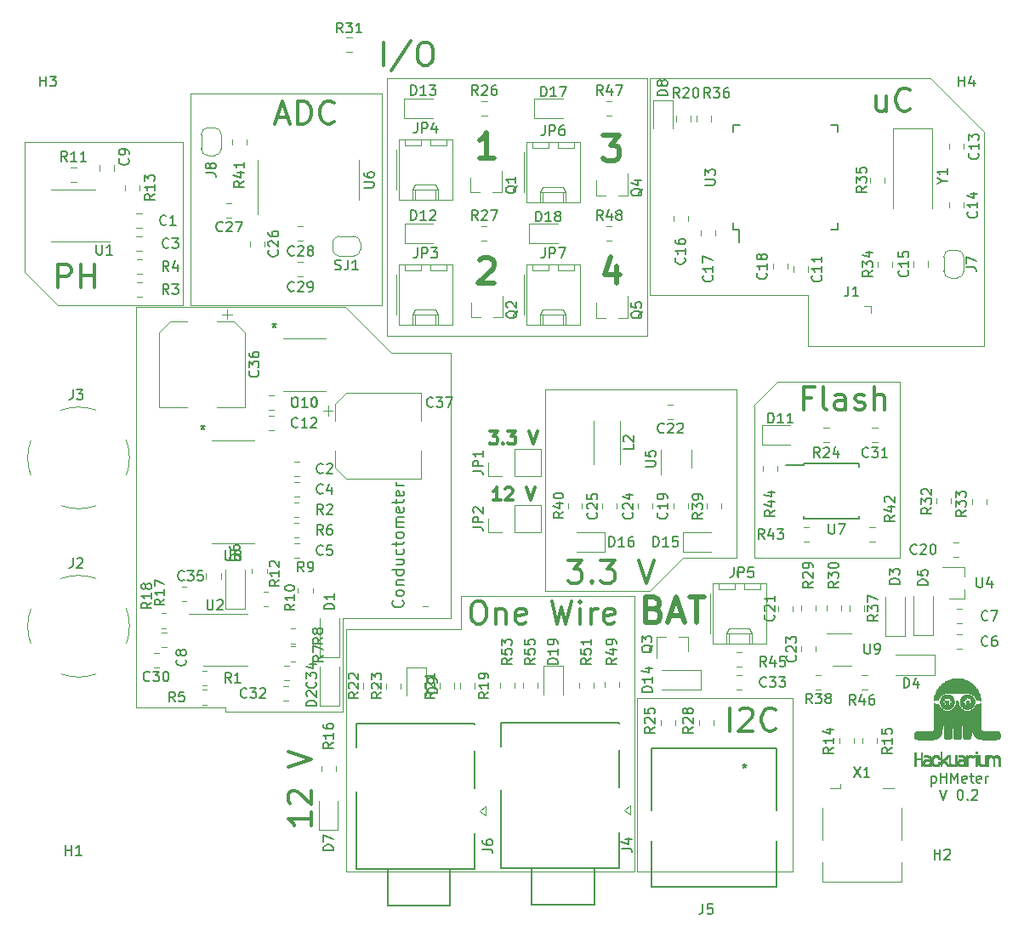
<source format=gbr>
%TF.GenerationSoftware,KiCad,Pcbnew,(5.1.5)-3*%
%TF.CreationDate,2021-11-30T10:32:48+01:00*%
%TF.ProjectId,pHMeter,70484d65-7465-4722-9e6b-696361645f70,1.0*%
%TF.SameCoordinates,Original*%
%TF.FileFunction,Legend,Top*%
%TF.FilePolarity,Positive*%
%FSLAX46Y46*%
G04 Gerber Fmt 4.6, Leading zero omitted, Abs format (unit mm)*
G04 Created by KiCad (PCBNEW (5.1.5)-3) date 2021-11-30 10:32:48*
%MOMM*%
%LPD*%
G04 APERTURE LIST*
%ADD10C,0.120000*%
%ADD11C,0.200000*%
%ADD12C,0.508000*%
%ADD13C,0.300000*%
%ADD14C,0.010000*%
%ADD15C,0.150000*%
%ADD16C,0.152400*%
G04 APERTURE END LIST*
D10*
X62992000Y-80899000D02*
X63906600Y-80899000D01*
X62992000Y-120777000D02*
X62992000Y-80899000D01*
X71882000Y-120777000D02*
X62992000Y-120777000D01*
X71882000Y-121158000D02*
X71882000Y-120777000D01*
X83566000Y-121158000D02*
X71882000Y-121158000D01*
X83566000Y-111887000D02*
X83566000Y-121158000D01*
X94361000Y-111887000D02*
X83566000Y-111887000D01*
X94361000Y-85471000D02*
X94361000Y-111887000D01*
X88392000Y-85471000D02*
X94361000Y-85471000D01*
X83820000Y-80899000D02*
X88392000Y-85471000D01*
D11*
X142221295Y-127612114D02*
X142221295Y-128612114D01*
X142221295Y-127659733D02*
X142316533Y-127612114D01*
X142507009Y-127612114D01*
X142602247Y-127659733D01*
X142649866Y-127707352D01*
X142697485Y-127802590D01*
X142697485Y-128088304D01*
X142649866Y-128183542D01*
X142602247Y-128231161D01*
X142507009Y-128278780D01*
X142316533Y-128278780D01*
X142221295Y-128231161D01*
X143126057Y-128278780D02*
X143126057Y-127278780D01*
X143126057Y-127754971D02*
X143697485Y-127754971D01*
X143697485Y-128278780D02*
X143697485Y-127278780D01*
X144173676Y-128278780D02*
X144173676Y-127278780D01*
X144507009Y-127993066D01*
X144840342Y-127278780D01*
X144840342Y-128278780D01*
X145697485Y-128231161D02*
X145602247Y-128278780D01*
X145411771Y-128278780D01*
X145316533Y-128231161D01*
X145268914Y-128135923D01*
X145268914Y-127754971D01*
X145316533Y-127659733D01*
X145411771Y-127612114D01*
X145602247Y-127612114D01*
X145697485Y-127659733D01*
X145745104Y-127754971D01*
X145745104Y-127850209D01*
X145268914Y-127945447D01*
X146030819Y-127612114D02*
X146411771Y-127612114D01*
X146173676Y-127278780D02*
X146173676Y-128135923D01*
X146221295Y-128231161D01*
X146316533Y-128278780D01*
X146411771Y-128278780D01*
X147126057Y-128231161D02*
X147030819Y-128278780D01*
X146840342Y-128278780D01*
X146745104Y-128231161D01*
X146697485Y-128135923D01*
X146697485Y-127754971D01*
X146745104Y-127659733D01*
X146840342Y-127612114D01*
X147030819Y-127612114D01*
X147126057Y-127659733D01*
X147173676Y-127754971D01*
X147173676Y-127850209D01*
X146697485Y-127945447D01*
X147602247Y-128278780D02*
X147602247Y-127612114D01*
X147602247Y-127802590D02*
X147649866Y-127707352D01*
X147697485Y-127659733D01*
X147792723Y-127612114D01*
X147887961Y-127612114D01*
X143078438Y-128978780D02*
X143411771Y-129978780D01*
X143745104Y-128978780D01*
X145030819Y-128978780D02*
X145126057Y-128978780D01*
X145221295Y-129026400D01*
X145268914Y-129074019D01*
X145316533Y-129169257D01*
X145364152Y-129359733D01*
X145364152Y-129597828D01*
X145316533Y-129788304D01*
X145268914Y-129883542D01*
X145221295Y-129931161D01*
X145126057Y-129978780D01*
X145030819Y-129978780D01*
X144935580Y-129931161D01*
X144887961Y-129883542D01*
X144840342Y-129788304D01*
X144792723Y-129597828D01*
X144792723Y-129359733D01*
X144840342Y-129169257D01*
X144887961Y-129074019D01*
X144935580Y-129026400D01*
X145030819Y-128978780D01*
X145792723Y-129883542D02*
X145840342Y-129931161D01*
X145792723Y-129978780D01*
X145745104Y-129931161D01*
X145792723Y-129883542D01*
X145792723Y-129978780D01*
X146221295Y-129074019D02*
X146268914Y-129026400D01*
X146364152Y-128978780D01*
X146602247Y-128978780D01*
X146697485Y-129026400D01*
X146745104Y-129074019D01*
X146792723Y-129169257D01*
X146792723Y-129264495D01*
X146745104Y-129407352D01*
X146173676Y-129978780D01*
X146792723Y-129978780D01*
D10*
X117500600Y-105829200D02*
X114198600Y-109131200D01*
X122834600Y-105829200D02*
X117500600Y-105829200D01*
D12*
X114609838Y-110981771D02*
X114972695Y-111102723D01*
X115093647Y-111223676D01*
X115214600Y-111465580D01*
X115214600Y-111828438D01*
X115093647Y-112070342D01*
X114972695Y-112191295D01*
X114730790Y-112312247D01*
X113763171Y-112312247D01*
X113763171Y-109772247D01*
X114609838Y-109772247D01*
X114851742Y-109893200D01*
X114972695Y-110014152D01*
X115093647Y-110256057D01*
X115093647Y-110497961D01*
X114972695Y-110739866D01*
X114851742Y-110860819D01*
X114609838Y-110981771D01*
X113763171Y-110981771D01*
X116182219Y-111586533D02*
X117391742Y-111586533D01*
X115940314Y-112312247D02*
X116786980Y-109772247D01*
X117633647Y-112312247D01*
X118117457Y-109772247D02*
X119568885Y-109772247D01*
X118843171Y-112312247D02*
X118843171Y-109772247D01*
D13*
X99314000Y-100142523D02*
X98588285Y-100142523D01*
X98951142Y-100142523D02*
X98951142Y-98872523D01*
X98830190Y-99053952D01*
X98709238Y-99174904D01*
X98588285Y-99235380D01*
X99797809Y-98993476D02*
X99858285Y-98933000D01*
X99979238Y-98872523D01*
X100281619Y-98872523D01*
X100402571Y-98933000D01*
X100463047Y-98993476D01*
X100523523Y-99114428D01*
X100523523Y-99235380D01*
X100463047Y-99416809D01*
X99737333Y-100142523D01*
X100523523Y-100142523D01*
X101854000Y-98872523D02*
X102277333Y-100142523D01*
X102700666Y-98872523D01*
D10*
X128422600Y-137071200D02*
X112928600Y-137071200D01*
X128422600Y-119799200D02*
X128422600Y-137071200D01*
X112928600Y-119799200D02*
X128422600Y-119799200D01*
X112928600Y-137071200D02*
X112928600Y-119799200D01*
X112674600Y-137071200D02*
X83972600Y-137071200D01*
X112674600Y-109639200D02*
X112674600Y-137071200D01*
X95402600Y-109639200D02*
X112674600Y-109639200D01*
X95402600Y-112941200D02*
X95402600Y-109639200D01*
X83972600Y-112941200D02*
X95402600Y-112941200D01*
X83972600Y-137071200D02*
X83972600Y-112941200D01*
X68478600Y-59601200D02*
X68478600Y-80683200D01*
X87528600Y-59601200D02*
X68478600Y-59601200D01*
X87528600Y-80683200D02*
X87528600Y-59601200D01*
X68478600Y-80683200D02*
X87528600Y-80683200D01*
D13*
X77082028Y-62013700D02*
X78169171Y-62013700D01*
X76864600Y-62665985D02*
X77625600Y-60382985D01*
X78386600Y-62665985D01*
X79147600Y-62665985D02*
X79147600Y-60382985D01*
X79691171Y-60382985D01*
X80017314Y-60491700D01*
X80234742Y-60709128D01*
X80343457Y-60926557D01*
X80452171Y-61361414D01*
X80452171Y-61687557D01*
X80343457Y-62122414D01*
X80234742Y-62339842D01*
X80017314Y-62557271D01*
X79691171Y-62665985D01*
X79147600Y-62665985D01*
X82735171Y-62448557D02*
X82626457Y-62557271D01*
X82300314Y-62665985D01*
X82082885Y-62665985D01*
X81756742Y-62557271D01*
X81539314Y-62339842D01*
X81430600Y-62122414D01*
X81321885Y-61687557D01*
X81321885Y-61361414D01*
X81430600Y-60926557D01*
X81539314Y-60709128D01*
X81756742Y-60491700D01*
X82082885Y-60382985D01*
X82300314Y-60382985D01*
X82626457Y-60491700D01*
X82735171Y-60600414D01*
X87676885Y-56823985D02*
X87676885Y-54540985D01*
X90394742Y-54432271D02*
X88437885Y-57367557D01*
X91590600Y-54540985D02*
X92025457Y-54540985D01*
X92242885Y-54649700D01*
X92460314Y-54867128D01*
X92569028Y-55301985D01*
X92569028Y-56062985D01*
X92460314Y-56497842D01*
X92242885Y-56715271D01*
X92025457Y-56823985D01*
X91590600Y-56823985D01*
X91373171Y-56715271D01*
X91155742Y-56497842D01*
X91047028Y-56062985D01*
X91047028Y-55301985D01*
X91155742Y-54867128D01*
X91373171Y-54649700D01*
X91590600Y-54540985D01*
D10*
X88036600Y-83731200D02*
X113944600Y-83731200D01*
X88036600Y-58077200D02*
X88036600Y-83731200D01*
X113944600Y-58077200D02*
X88036600Y-58077200D01*
X113944600Y-83731200D02*
X113944600Y-58077200D01*
D12*
X109541933Y-63798247D02*
X111114314Y-63798247D01*
X110267647Y-64765866D01*
X110630504Y-64765866D01*
X110872409Y-64886819D01*
X110993361Y-65007771D01*
X111114314Y-65249676D01*
X111114314Y-65854438D01*
X110993361Y-66096342D01*
X110872409Y-66217295D01*
X110630504Y-66338247D01*
X109904790Y-66338247D01*
X109662885Y-66217295D01*
X109541933Y-66096342D01*
X110872409Y-76836914D02*
X110872409Y-78530247D01*
X110267647Y-75869295D02*
X109662885Y-77683580D01*
X111235266Y-77683580D01*
X97216885Y-76232152D02*
X97337838Y-76111200D01*
X97579742Y-75990247D01*
X98184504Y-75990247D01*
X98426409Y-76111200D01*
X98547361Y-76232152D01*
X98668314Y-76474057D01*
X98668314Y-76715961D01*
X98547361Y-77078819D01*
X97095933Y-78530247D01*
X98668314Y-78530247D01*
X98668314Y-66084247D02*
X97216885Y-66084247D01*
X97942600Y-66084247D02*
X97942600Y-63544247D01*
X97700695Y-63907104D01*
X97458790Y-64149009D01*
X97216885Y-64269961D01*
D13*
X122129957Y-123117985D02*
X122129957Y-120834985D01*
X123108385Y-121052414D02*
X123217100Y-120943700D01*
X123434528Y-120834985D01*
X123978100Y-120834985D01*
X124195528Y-120943700D01*
X124304242Y-121052414D01*
X124412957Y-121269842D01*
X124412957Y-121487271D01*
X124304242Y-121813414D01*
X122999671Y-123117985D01*
X124412957Y-123117985D01*
X126695957Y-122900557D02*
X126587242Y-123009271D01*
X126261100Y-123117985D01*
X126043671Y-123117985D01*
X125717528Y-123009271D01*
X125500100Y-122791842D01*
X125391385Y-122574414D01*
X125282671Y-122139557D01*
X125282671Y-121813414D01*
X125391385Y-121378557D01*
X125500100Y-121161128D01*
X125717528Y-120943700D01*
X126043671Y-120834985D01*
X126261100Y-120834985D01*
X126587242Y-120943700D01*
X126695957Y-121052414D01*
X96899028Y-110166985D02*
X97333885Y-110166985D01*
X97551314Y-110275700D01*
X97768742Y-110493128D01*
X97877457Y-110927985D01*
X97877457Y-111688985D01*
X97768742Y-112123842D01*
X97551314Y-112341271D01*
X97333885Y-112449985D01*
X96899028Y-112449985D01*
X96681600Y-112341271D01*
X96464171Y-112123842D01*
X96355457Y-111688985D01*
X96355457Y-110927985D01*
X96464171Y-110493128D01*
X96681600Y-110275700D01*
X96899028Y-110166985D01*
X98855885Y-110927985D02*
X98855885Y-112449985D01*
X98855885Y-111145414D02*
X98964600Y-111036700D01*
X99182028Y-110927985D01*
X99508171Y-110927985D01*
X99725600Y-111036700D01*
X99834314Y-111254128D01*
X99834314Y-112449985D01*
X101791171Y-112341271D02*
X101573742Y-112449985D01*
X101138885Y-112449985D01*
X100921457Y-112341271D01*
X100812742Y-112123842D01*
X100812742Y-111254128D01*
X100921457Y-111036700D01*
X101138885Y-110927985D01*
X101573742Y-110927985D01*
X101791171Y-111036700D01*
X101899885Y-111254128D01*
X101899885Y-111471557D01*
X100812742Y-111688985D01*
X104400314Y-110166985D02*
X104943885Y-112449985D01*
X105378742Y-110819271D01*
X105813600Y-112449985D01*
X106357171Y-110166985D01*
X107226885Y-112449985D02*
X107226885Y-110927985D01*
X107226885Y-110166985D02*
X107118171Y-110275700D01*
X107226885Y-110384414D01*
X107335600Y-110275700D01*
X107226885Y-110166985D01*
X107226885Y-110384414D01*
X108314028Y-112449985D02*
X108314028Y-110927985D01*
X108314028Y-111362842D02*
X108422742Y-111145414D01*
X108531457Y-111036700D01*
X108748885Y-110927985D01*
X108966314Y-110927985D01*
X110597028Y-112341271D02*
X110379600Y-112449985D01*
X109944742Y-112449985D01*
X109727314Y-112341271D01*
X109618600Y-112123842D01*
X109618600Y-111254128D01*
X109727314Y-111036700D01*
X109944742Y-110927985D01*
X110379600Y-110927985D01*
X110597028Y-111036700D01*
X110705742Y-111254128D01*
X110705742Y-111471557D01*
X109618600Y-111688985D01*
D10*
X129946600Y-79667200D02*
X114198600Y-79667200D01*
X129946600Y-84747200D02*
X129946600Y-79667200D01*
D13*
X80433385Y-131226200D02*
X80433385Y-132530771D01*
X80433385Y-131878485D02*
X78150385Y-131878485D01*
X78476528Y-132095914D01*
X78693957Y-132313342D01*
X78802671Y-132530771D01*
X78367814Y-130356485D02*
X78259100Y-130247771D01*
X78150385Y-130030342D01*
X78150385Y-129486771D01*
X78259100Y-129269342D01*
X78367814Y-129160628D01*
X78585242Y-129051914D01*
X78802671Y-129051914D01*
X79128814Y-129160628D01*
X80433385Y-130465200D01*
X80433385Y-129051914D01*
X78150385Y-126660200D02*
X80433385Y-125899200D01*
X78150385Y-125138200D01*
D10*
X92100600Y-110655200D02*
X91592600Y-110655200D01*
X63906600Y-80899000D02*
X83820000Y-80899000D01*
D11*
X89561678Y-110110892D02*
X89616035Y-110165250D01*
X89670392Y-110328321D01*
X89670392Y-110437035D01*
X89616035Y-110600107D01*
X89507321Y-110708821D01*
X89398607Y-110763178D01*
X89181178Y-110817535D01*
X89018107Y-110817535D01*
X88800678Y-110763178D01*
X88691964Y-110708821D01*
X88583250Y-110600107D01*
X88528892Y-110437035D01*
X88528892Y-110328321D01*
X88583250Y-110165250D01*
X88637607Y-110110892D01*
X89670392Y-109458607D02*
X89616035Y-109567321D01*
X89561678Y-109621678D01*
X89452964Y-109676035D01*
X89126821Y-109676035D01*
X89018107Y-109621678D01*
X88963750Y-109567321D01*
X88909392Y-109458607D01*
X88909392Y-109295535D01*
X88963750Y-109186821D01*
X89018107Y-109132464D01*
X89126821Y-109078107D01*
X89452964Y-109078107D01*
X89561678Y-109132464D01*
X89616035Y-109186821D01*
X89670392Y-109295535D01*
X89670392Y-109458607D01*
X88909392Y-108588892D02*
X89670392Y-108588892D01*
X89018107Y-108588892D02*
X88963750Y-108534535D01*
X88909392Y-108425821D01*
X88909392Y-108262750D01*
X88963750Y-108154035D01*
X89072464Y-108099678D01*
X89670392Y-108099678D01*
X89670392Y-107066892D02*
X88528892Y-107066892D01*
X89616035Y-107066892D02*
X89670392Y-107175607D01*
X89670392Y-107393035D01*
X89616035Y-107501750D01*
X89561678Y-107556107D01*
X89452964Y-107610464D01*
X89126821Y-107610464D01*
X89018107Y-107556107D01*
X88963750Y-107501750D01*
X88909392Y-107393035D01*
X88909392Y-107175607D01*
X88963750Y-107066892D01*
X88909392Y-106034107D02*
X89670392Y-106034107D01*
X88909392Y-106523321D02*
X89507321Y-106523321D01*
X89616035Y-106468964D01*
X89670392Y-106360250D01*
X89670392Y-106197178D01*
X89616035Y-106088464D01*
X89561678Y-106034107D01*
X89616035Y-105001321D02*
X89670392Y-105110035D01*
X89670392Y-105327464D01*
X89616035Y-105436178D01*
X89561678Y-105490535D01*
X89452964Y-105544892D01*
X89126821Y-105544892D01*
X89018107Y-105490535D01*
X88963750Y-105436178D01*
X88909392Y-105327464D01*
X88909392Y-105110035D01*
X88963750Y-105001321D01*
X88909392Y-104675178D02*
X88909392Y-104240321D01*
X88528892Y-104512107D02*
X89507321Y-104512107D01*
X89616035Y-104457750D01*
X89670392Y-104349035D01*
X89670392Y-104240321D01*
X89670392Y-103696750D02*
X89616035Y-103805464D01*
X89561678Y-103859821D01*
X89452964Y-103914178D01*
X89126821Y-103914178D01*
X89018107Y-103859821D01*
X88963750Y-103805464D01*
X88909392Y-103696750D01*
X88909392Y-103533678D01*
X88963750Y-103424964D01*
X89018107Y-103370607D01*
X89126821Y-103316250D01*
X89452964Y-103316250D01*
X89561678Y-103370607D01*
X89616035Y-103424964D01*
X89670392Y-103533678D01*
X89670392Y-103696750D01*
X89670392Y-102827035D02*
X88909392Y-102827035D01*
X89018107Y-102827035D02*
X88963750Y-102772678D01*
X88909392Y-102663964D01*
X88909392Y-102500892D01*
X88963750Y-102392178D01*
X89072464Y-102337821D01*
X89670392Y-102337821D01*
X89072464Y-102337821D02*
X88963750Y-102283464D01*
X88909392Y-102174750D01*
X88909392Y-102011678D01*
X88963750Y-101902964D01*
X89072464Y-101848607D01*
X89670392Y-101848607D01*
X89616035Y-100870178D02*
X89670392Y-100978892D01*
X89670392Y-101196321D01*
X89616035Y-101305035D01*
X89507321Y-101359392D01*
X89072464Y-101359392D01*
X88963750Y-101305035D01*
X88909392Y-101196321D01*
X88909392Y-100978892D01*
X88963750Y-100870178D01*
X89072464Y-100815821D01*
X89181178Y-100815821D01*
X89289892Y-101359392D01*
X88909392Y-100489678D02*
X88909392Y-100054821D01*
X88528892Y-100326607D02*
X89507321Y-100326607D01*
X89616035Y-100272250D01*
X89670392Y-100163535D01*
X89670392Y-100054821D01*
X89616035Y-99239464D02*
X89670392Y-99348178D01*
X89670392Y-99565607D01*
X89616035Y-99674321D01*
X89507321Y-99728678D01*
X89072464Y-99728678D01*
X88963750Y-99674321D01*
X88909392Y-99565607D01*
X88909392Y-99348178D01*
X88963750Y-99239464D01*
X89072464Y-99185107D01*
X89181178Y-99185107D01*
X89289892Y-99728678D01*
X89670392Y-98695892D02*
X88909392Y-98695892D01*
X89126821Y-98695892D02*
X89018107Y-98641535D01*
X88963750Y-98587178D01*
X88909392Y-98478464D01*
X88909392Y-98369750D01*
D10*
X67716600Y-64427200D02*
X67716600Y-80683200D01*
X51968600Y-64427200D02*
X67716600Y-64427200D01*
X51968600Y-77381200D02*
X51968600Y-64427200D01*
X55270600Y-80683200D02*
X51968600Y-77381200D01*
X67716600Y-80683200D02*
X55270600Y-80683200D01*
D13*
X55254814Y-78921985D02*
X55254814Y-76638985D01*
X56124528Y-76638985D01*
X56341957Y-76747700D01*
X56450671Y-76856414D01*
X56559385Y-77073842D01*
X56559385Y-77399985D01*
X56450671Y-77617414D01*
X56341957Y-77726128D01*
X56124528Y-77834842D01*
X55254814Y-77834842D01*
X57537814Y-78921985D02*
X57537814Y-76638985D01*
X57537814Y-77726128D02*
X58842385Y-77726128D01*
X58842385Y-78921985D02*
X58842385Y-76638985D01*
D10*
X122834600Y-107607200D02*
X122834600Y-107099200D01*
X103784600Y-89065200D02*
X103784600Y-109131200D01*
X122834600Y-89065200D02*
X103784600Y-89065200D01*
X122834600Y-105829200D02*
X122834600Y-89065200D01*
X103784600Y-109131200D02*
X114198600Y-109131200D01*
D13*
X98225428Y-93284523D02*
X99011619Y-93284523D01*
X98588285Y-93768333D01*
X98769714Y-93768333D01*
X98890666Y-93828809D01*
X98951142Y-93889285D01*
X99011619Y-94010238D01*
X99011619Y-94312619D01*
X98951142Y-94433571D01*
X98890666Y-94494047D01*
X98769714Y-94554523D01*
X98406857Y-94554523D01*
X98285904Y-94494047D01*
X98225428Y-94433571D01*
X99555904Y-94433571D02*
X99616380Y-94494047D01*
X99555904Y-94554523D01*
X99495428Y-94494047D01*
X99555904Y-94433571D01*
X99555904Y-94554523D01*
X100039714Y-93284523D02*
X100825904Y-93284523D01*
X100402571Y-93768333D01*
X100584000Y-93768333D01*
X100704952Y-93828809D01*
X100765428Y-93889285D01*
X100825904Y-94010238D01*
X100825904Y-94312619D01*
X100765428Y-94433571D01*
X100704952Y-94494047D01*
X100584000Y-94554523D01*
X100221142Y-94554523D01*
X100100190Y-94494047D01*
X100039714Y-94433571D01*
X102156380Y-93284523D02*
X102579714Y-94554523D01*
X103003047Y-93284523D01*
D10*
X124612600Y-105829200D02*
X124612600Y-90589200D01*
X139090600Y-105829200D02*
X124612600Y-105829200D01*
X139090600Y-88303200D02*
X139090600Y-105829200D01*
X126898600Y-88303200D02*
X139090600Y-88303200D01*
X124612600Y-90589200D02*
X126898600Y-88303200D01*
D13*
X130241171Y-89918128D02*
X129480171Y-89918128D01*
X129480171Y-91113985D02*
X129480171Y-88830985D01*
X130567314Y-88830985D01*
X131763171Y-91113985D02*
X131545742Y-91005271D01*
X131437028Y-90787842D01*
X131437028Y-88830985D01*
X133611314Y-91113985D02*
X133611314Y-89918128D01*
X133502600Y-89700700D01*
X133285171Y-89591985D01*
X132850314Y-89591985D01*
X132632885Y-89700700D01*
X133611314Y-91005271D02*
X133393885Y-91113985D01*
X132850314Y-91113985D01*
X132632885Y-91005271D01*
X132524171Y-90787842D01*
X132524171Y-90570414D01*
X132632885Y-90352985D01*
X132850314Y-90244271D01*
X133393885Y-90244271D01*
X133611314Y-90135557D01*
X134589742Y-91005271D02*
X134807171Y-91113985D01*
X135242028Y-91113985D01*
X135459457Y-91005271D01*
X135568171Y-90787842D01*
X135568171Y-90679128D01*
X135459457Y-90461700D01*
X135242028Y-90352985D01*
X134915885Y-90352985D01*
X134698457Y-90244271D01*
X134589742Y-90026842D01*
X134589742Y-89918128D01*
X134698457Y-89700700D01*
X134915885Y-89591985D01*
X135242028Y-89591985D01*
X135459457Y-89700700D01*
X136546600Y-91113985D02*
X136546600Y-88830985D01*
X137525028Y-91113985D02*
X137525028Y-89918128D01*
X137416314Y-89700700D01*
X137198885Y-89591985D01*
X136872742Y-89591985D01*
X136655314Y-89700700D01*
X136546600Y-89809414D01*
X137676314Y-59873985D02*
X137676314Y-61395985D01*
X136697885Y-59873985D02*
X136697885Y-61069842D01*
X136806600Y-61287271D01*
X137024028Y-61395985D01*
X137350171Y-61395985D01*
X137567600Y-61287271D01*
X137676314Y-61178557D01*
X140068028Y-61178557D02*
X139959314Y-61287271D01*
X139633171Y-61395985D01*
X139415742Y-61395985D01*
X139089600Y-61287271D01*
X138872171Y-61069842D01*
X138763457Y-60852414D01*
X138654742Y-60417557D01*
X138654742Y-60091414D01*
X138763457Y-59656557D01*
X138872171Y-59439128D01*
X139089600Y-59221700D01*
X139415742Y-59112985D01*
X139633171Y-59112985D01*
X139959314Y-59221700D01*
X140068028Y-59330414D01*
D10*
X114198600Y-58077200D02*
X114198600Y-79667200D01*
X142138600Y-58077200D02*
X114198600Y-58077200D01*
X147472600Y-63411200D02*
X142138600Y-58077200D01*
X147472600Y-84747200D02*
X147472600Y-63411200D01*
X129946600Y-84747200D02*
X147472600Y-84747200D01*
D13*
X106002457Y-106102985D02*
X107415742Y-106102985D01*
X106654742Y-106972700D01*
X106980885Y-106972700D01*
X107198314Y-107081414D01*
X107307028Y-107190128D01*
X107415742Y-107407557D01*
X107415742Y-107951128D01*
X107307028Y-108168557D01*
X107198314Y-108277271D01*
X106980885Y-108385985D01*
X106328600Y-108385985D01*
X106111171Y-108277271D01*
X106002457Y-108168557D01*
X108394171Y-108168557D02*
X108502885Y-108277271D01*
X108394171Y-108385985D01*
X108285457Y-108277271D01*
X108394171Y-108168557D01*
X108394171Y-108385985D01*
X109263885Y-106102985D02*
X110677171Y-106102985D01*
X109916171Y-106972700D01*
X110242314Y-106972700D01*
X110459742Y-107081414D01*
X110568457Y-107190128D01*
X110677171Y-107407557D01*
X110677171Y-107951128D01*
X110568457Y-108168557D01*
X110459742Y-108277271D01*
X110242314Y-108385985D01*
X109590028Y-108385985D01*
X109372600Y-108277271D01*
X109263885Y-108168557D01*
X113068885Y-106102985D02*
X113829885Y-108385985D01*
X114590885Y-106102985D01*
D10*
%TO.C,U10*%
X81876900Y-83985100D02*
X77635100Y-83985100D01*
X77635100Y-89242900D02*
X81876900Y-89242900D01*
%TO.C,U8*%
X74764900Y-94183200D02*
X70523100Y-94183200D01*
X70523100Y-104444800D02*
X74764900Y-104444800D01*
D14*
%TO.C,logoHackuarium*%
G36*
X144232400Y-117928800D02*
G01*
X144282400Y-117928800D01*
X144282400Y-117978800D01*
X144232400Y-117978800D01*
X144232400Y-117928800D01*
G37*
X144232400Y-117928800D02*
X144282400Y-117928800D01*
X144282400Y-117978800D01*
X144232400Y-117978800D01*
X144232400Y-117928800D01*
G36*
X144282400Y-117928800D02*
G01*
X144332400Y-117928800D01*
X144332400Y-117978800D01*
X144282400Y-117978800D01*
X144282400Y-117928800D01*
G37*
X144282400Y-117928800D02*
X144332400Y-117928800D01*
X144332400Y-117978800D01*
X144282400Y-117978800D01*
X144282400Y-117928800D01*
G36*
X144332400Y-117928800D02*
G01*
X144382400Y-117928800D01*
X144382400Y-117978800D01*
X144332400Y-117978800D01*
X144332400Y-117928800D01*
G37*
X144332400Y-117928800D02*
X144382400Y-117928800D01*
X144382400Y-117978800D01*
X144332400Y-117978800D01*
X144332400Y-117928800D01*
G36*
X144382400Y-117928800D02*
G01*
X144432400Y-117928800D01*
X144432400Y-117978800D01*
X144382400Y-117978800D01*
X144382400Y-117928800D01*
G37*
X144382400Y-117928800D02*
X144432400Y-117928800D01*
X144432400Y-117978800D01*
X144382400Y-117978800D01*
X144382400Y-117928800D01*
G36*
X144432400Y-117928800D02*
G01*
X144482400Y-117928800D01*
X144482400Y-117978800D01*
X144432400Y-117978800D01*
X144432400Y-117928800D01*
G37*
X144432400Y-117928800D02*
X144482400Y-117928800D01*
X144482400Y-117978800D01*
X144432400Y-117978800D01*
X144432400Y-117928800D01*
G36*
X144482400Y-117928800D02*
G01*
X144532400Y-117928800D01*
X144532400Y-117978800D01*
X144482400Y-117978800D01*
X144482400Y-117928800D01*
G37*
X144482400Y-117928800D02*
X144532400Y-117928800D01*
X144532400Y-117978800D01*
X144482400Y-117978800D01*
X144482400Y-117928800D01*
G36*
X144532400Y-117928800D02*
G01*
X144582400Y-117928800D01*
X144582400Y-117978800D01*
X144532400Y-117978800D01*
X144532400Y-117928800D01*
G37*
X144532400Y-117928800D02*
X144582400Y-117928800D01*
X144582400Y-117978800D01*
X144532400Y-117978800D01*
X144532400Y-117928800D01*
G36*
X144582400Y-117928800D02*
G01*
X144632400Y-117928800D01*
X144632400Y-117978800D01*
X144582400Y-117978800D01*
X144582400Y-117928800D01*
G37*
X144582400Y-117928800D02*
X144632400Y-117928800D01*
X144632400Y-117978800D01*
X144582400Y-117978800D01*
X144582400Y-117928800D01*
G36*
X144632400Y-117928800D02*
G01*
X144682400Y-117928800D01*
X144682400Y-117978800D01*
X144632400Y-117978800D01*
X144632400Y-117928800D01*
G37*
X144632400Y-117928800D02*
X144682400Y-117928800D01*
X144682400Y-117978800D01*
X144632400Y-117978800D01*
X144632400Y-117928800D01*
G36*
X144682400Y-117928800D02*
G01*
X144732400Y-117928800D01*
X144732400Y-117978800D01*
X144682400Y-117978800D01*
X144682400Y-117928800D01*
G37*
X144682400Y-117928800D02*
X144732400Y-117928800D01*
X144732400Y-117978800D01*
X144682400Y-117978800D01*
X144682400Y-117928800D01*
G36*
X144732400Y-117928800D02*
G01*
X144782400Y-117928800D01*
X144782400Y-117978800D01*
X144732400Y-117978800D01*
X144732400Y-117928800D01*
G37*
X144732400Y-117928800D02*
X144782400Y-117928800D01*
X144782400Y-117978800D01*
X144732400Y-117978800D01*
X144732400Y-117928800D01*
G36*
X144782400Y-117928800D02*
G01*
X144832400Y-117928800D01*
X144832400Y-117978800D01*
X144782400Y-117978800D01*
X144782400Y-117928800D01*
G37*
X144782400Y-117928800D02*
X144832400Y-117928800D01*
X144832400Y-117978800D01*
X144782400Y-117978800D01*
X144782400Y-117928800D01*
G36*
X144832400Y-117928800D02*
G01*
X144882400Y-117928800D01*
X144882400Y-117978800D01*
X144832400Y-117978800D01*
X144832400Y-117928800D01*
G37*
X144832400Y-117928800D02*
X144882400Y-117928800D01*
X144882400Y-117978800D01*
X144832400Y-117978800D01*
X144832400Y-117928800D01*
G36*
X144882400Y-117928800D02*
G01*
X144932400Y-117928800D01*
X144932400Y-117978800D01*
X144882400Y-117978800D01*
X144882400Y-117928800D01*
G37*
X144882400Y-117928800D02*
X144932400Y-117928800D01*
X144932400Y-117978800D01*
X144882400Y-117978800D01*
X144882400Y-117928800D01*
G36*
X144932400Y-117928800D02*
G01*
X144982400Y-117928800D01*
X144982400Y-117978800D01*
X144932400Y-117978800D01*
X144932400Y-117928800D01*
G37*
X144932400Y-117928800D02*
X144982400Y-117928800D01*
X144982400Y-117978800D01*
X144932400Y-117978800D01*
X144932400Y-117928800D01*
G36*
X144982400Y-117928800D02*
G01*
X145032400Y-117928800D01*
X145032400Y-117978800D01*
X144982400Y-117978800D01*
X144982400Y-117928800D01*
G37*
X144982400Y-117928800D02*
X145032400Y-117928800D01*
X145032400Y-117978800D01*
X144982400Y-117978800D01*
X144982400Y-117928800D01*
G36*
X145032400Y-117928800D02*
G01*
X145082400Y-117928800D01*
X145082400Y-117978800D01*
X145032400Y-117978800D01*
X145032400Y-117928800D01*
G37*
X145032400Y-117928800D02*
X145082400Y-117928800D01*
X145082400Y-117978800D01*
X145032400Y-117978800D01*
X145032400Y-117928800D01*
G36*
X145082400Y-117928800D02*
G01*
X145132400Y-117928800D01*
X145132400Y-117978800D01*
X145082400Y-117978800D01*
X145082400Y-117928800D01*
G37*
X145082400Y-117928800D02*
X145132400Y-117928800D01*
X145132400Y-117978800D01*
X145082400Y-117978800D01*
X145082400Y-117928800D01*
G36*
X145132400Y-117928800D02*
G01*
X145182400Y-117928800D01*
X145182400Y-117978800D01*
X145132400Y-117978800D01*
X145132400Y-117928800D01*
G37*
X145132400Y-117928800D02*
X145182400Y-117928800D01*
X145182400Y-117978800D01*
X145132400Y-117978800D01*
X145132400Y-117928800D01*
G36*
X145182400Y-117928800D02*
G01*
X145232400Y-117928800D01*
X145232400Y-117978800D01*
X145182400Y-117978800D01*
X145182400Y-117928800D01*
G37*
X145182400Y-117928800D02*
X145232400Y-117928800D01*
X145232400Y-117978800D01*
X145182400Y-117978800D01*
X145182400Y-117928800D01*
G36*
X145232400Y-117928800D02*
G01*
X145282400Y-117928800D01*
X145282400Y-117978800D01*
X145232400Y-117978800D01*
X145232400Y-117928800D01*
G37*
X145232400Y-117928800D02*
X145282400Y-117928800D01*
X145282400Y-117978800D01*
X145232400Y-117978800D01*
X145232400Y-117928800D01*
G36*
X144082400Y-117978800D02*
G01*
X144132400Y-117978800D01*
X144132400Y-118028800D01*
X144082400Y-118028800D01*
X144082400Y-117978800D01*
G37*
X144082400Y-117978800D02*
X144132400Y-117978800D01*
X144132400Y-118028800D01*
X144082400Y-118028800D01*
X144082400Y-117978800D01*
G36*
X144132400Y-117978800D02*
G01*
X144182400Y-117978800D01*
X144182400Y-118028800D01*
X144132400Y-118028800D01*
X144132400Y-117978800D01*
G37*
X144132400Y-117978800D02*
X144182400Y-117978800D01*
X144182400Y-118028800D01*
X144132400Y-118028800D01*
X144132400Y-117978800D01*
G36*
X144182400Y-117978800D02*
G01*
X144232400Y-117978800D01*
X144232400Y-118028800D01*
X144182400Y-118028800D01*
X144182400Y-117978800D01*
G37*
X144182400Y-117978800D02*
X144232400Y-117978800D01*
X144232400Y-118028800D01*
X144182400Y-118028800D01*
X144182400Y-117978800D01*
G36*
X144232400Y-117978800D02*
G01*
X144282400Y-117978800D01*
X144282400Y-118028800D01*
X144232400Y-118028800D01*
X144232400Y-117978800D01*
G37*
X144232400Y-117978800D02*
X144282400Y-117978800D01*
X144282400Y-118028800D01*
X144232400Y-118028800D01*
X144232400Y-117978800D01*
G36*
X144282400Y-117978800D02*
G01*
X144332400Y-117978800D01*
X144332400Y-118028800D01*
X144282400Y-118028800D01*
X144282400Y-117978800D01*
G37*
X144282400Y-117978800D02*
X144332400Y-117978800D01*
X144332400Y-118028800D01*
X144282400Y-118028800D01*
X144282400Y-117978800D01*
G36*
X144332400Y-117978800D02*
G01*
X144382400Y-117978800D01*
X144382400Y-118028800D01*
X144332400Y-118028800D01*
X144332400Y-117978800D01*
G37*
X144332400Y-117978800D02*
X144382400Y-117978800D01*
X144382400Y-118028800D01*
X144332400Y-118028800D01*
X144332400Y-117978800D01*
G36*
X144382400Y-117978800D02*
G01*
X144432400Y-117978800D01*
X144432400Y-118028800D01*
X144382400Y-118028800D01*
X144382400Y-117978800D01*
G37*
X144382400Y-117978800D02*
X144432400Y-117978800D01*
X144432400Y-118028800D01*
X144382400Y-118028800D01*
X144382400Y-117978800D01*
G36*
X144432400Y-117978800D02*
G01*
X144482400Y-117978800D01*
X144482400Y-118028800D01*
X144432400Y-118028800D01*
X144432400Y-117978800D01*
G37*
X144432400Y-117978800D02*
X144482400Y-117978800D01*
X144482400Y-118028800D01*
X144432400Y-118028800D01*
X144432400Y-117978800D01*
G36*
X144482400Y-117978800D02*
G01*
X144532400Y-117978800D01*
X144532400Y-118028800D01*
X144482400Y-118028800D01*
X144482400Y-117978800D01*
G37*
X144482400Y-117978800D02*
X144532400Y-117978800D01*
X144532400Y-118028800D01*
X144482400Y-118028800D01*
X144482400Y-117978800D01*
G36*
X144532400Y-117978800D02*
G01*
X144582400Y-117978800D01*
X144582400Y-118028800D01*
X144532400Y-118028800D01*
X144532400Y-117978800D01*
G37*
X144532400Y-117978800D02*
X144582400Y-117978800D01*
X144582400Y-118028800D01*
X144532400Y-118028800D01*
X144532400Y-117978800D01*
G36*
X144582400Y-117978800D02*
G01*
X144632400Y-117978800D01*
X144632400Y-118028800D01*
X144582400Y-118028800D01*
X144582400Y-117978800D01*
G37*
X144582400Y-117978800D02*
X144632400Y-117978800D01*
X144632400Y-118028800D01*
X144582400Y-118028800D01*
X144582400Y-117978800D01*
G36*
X144632400Y-117978800D02*
G01*
X144682400Y-117978800D01*
X144682400Y-118028800D01*
X144632400Y-118028800D01*
X144632400Y-117978800D01*
G37*
X144632400Y-117978800D02*
X144682400Y-117978800D01*
X144682400Y-118028800D01*
X144632400Y-118028800D01*
X144632400Y-117978800D01*
G36*
X144682400Y-117978800D02*
G01*
X144732400Y-117978800D01*
X144732400Y-118028800D01*
X144682400Y-118028800D01*
X144682400Y-117978800D01*
G37*
X144682400Y-117978800D02*
X144732400Y-117978800D01*
X144732400Y-118028800D01*
X144682400Y-118028800D01*
X144682400Y-117978800D01*
G36*
X144732400Y-117978800D02*
G01*
X144782400Y-117978800D01*
X144782400Y-118028800D01*
X144732400Y-118028800D01*
X144732400Y-117978800D01*
G37*
X144732400Y-117978800D02*
X144782400Y-117978800D01*
X144782400Y-118028800D01*
X144732400Y-118028800D01*
X144732400Y-117978800D01*
G36*
X144782400Y-117978800D02*
G01*
X144832400Y-117978800D01*
X144832400Y-118028800D01*
X144782400Y-118028800D01*
X144782400Y-117978800D01*
G37*
X144782400Y-117978800D02*
X144832400Y-117978800D01*
X144832400Y-118028800D01*
X144782400Y-118028800D01*
X144782400Y-117978800D01*
G36*
X144832400Y-117978800D02*
G01*
X144882400Y-117978800D01*
X144882400Y-118028800D01*
X144832400Y-118028800D01*
X144832400Y-117978800D01*
G37*
X144832400Y-117978800D02*
X144882400Y-117978800D01*
X144882400Y-118028800D01*
X144832400Y-118028800D01*
X144832400Y-117978800D01*
G36*
X144882400Y-117978800D02*
G01*
X144932400Y-117978800D01*
X144932400Y-118028800D01*
X144882400Y-118028800D01*
X144882400Y-117978800D01*
G37*
X144882400Y-117978800D02*
X144932400Y-117978800D01*
X144932400Y-118028800D01*
X144882400Y-118028800D01*
X144882400Y-117978800D01*
G36*
X144932400Y-117978800D02*
G01*
X144982400Y-117978800D01*
X144982400Y-118028800D01*
X144932400Y-118028800D01*
X144932400Y-117978800D01*
G37*
X144932400Y-117978800D02*
X144982400Y-117978800D01*
X144982400Y-118028800D01*
X144932400Y-118028800D01*
X144932400Y-117978800D01*
G36*
X144982400Y-117978800D02*
G01*
X145032400Y-117978800D01*
X145032400Y-118028800D01*
X144982400Y-118028800D01*
X144982400Y-117978800D01*
G37*
X144982400Y-117978800D02*
X145032400Y-117978800D01*
X145032400Y-118028800D01*
X144982400Y-118028800D01*
X144982400Y-117978800D01*
G36*
X145032400Y-117978800D02*
G01*
X145082400Y-117978800D01*
X145082400Y-118028800D01*
X145032400Y-118028800D01*
X145032400Y-117978800D01*
G37*
X145032400Y-117978800D02*
X145082400Y-117978800D01*
X145082400Y-118028800D01*
X145032400Y-118028800D01*
X145032400Y-117978800D01*
G36*
X145082400Y-117978800D02*
G01*
X145132400Y-117978800D01*
X145132400Y-118028800D01*
X145082400Y-118028800D01*
X145082400Y-117978800D01*
G37*
X145082400Y-117978800D02*
X145132400Y-117978800D01*
X145132400Y-118028800D01*
X145082400Y-118028800D01*
X145082400Y-117978800D01*
G36*
X145132400Y-117978800D02*
G01*
X145182400Y-117978800D01*
X145182400Y-118028800D01*
X145132400Y-118028800D01*
X145132400Y-117978800D01*
G37*
X145132400Y-117978800D02*
X145182400Y-117978800D01*
X145182400Y-118028800D01*
X145132400Y-118028800D01*
X145132400Y-117978800D01*
G36*
X145182400Y-117978800D02*
G01*
X145232400Y-117978800D01*
X145232400Y-118028800D01*
X145182400Y-118028800D01*
X145182400Y-117978800D01*
G37*
X145182400Y-117978800D02*
X145232400Y-117978800D01*
X145232400Y-118028800D01*
X145182400Y-118028800D01*
X145182400Y-117978800D01*
G36*
X145232400Y-117978800D02*
G01*
X145282400Y-117978800D01*
X145282400Y-118028800D01*
X145232400Y-118028800D01*
X145232400Y-117978800D01*
G37*
X145232400Y-117978800D02*
X145282400Y-117978800D01*
X145282400Y-118028800D01*
X145232400Y-118028800D01*
X145232400Y-117978800D01*
G36*
X145282400Y-117978800D02*
G01*
X145332400Y-117978800D01*
X145332400Y-118028800D01*
X145282400Y-118028800D01*
X145282400Y-117978800D01*
G37*
X145282400Y-117978800D02*
X145332400Y-117978800D01*
X145332400Y-118028800D01*
X145282400Y-118028800D01*
X145282400Y-117978800D01*
G36*
X145332400Y-117978800D02*
G01*
X145382400Y-117978800D01*
X145382400Y-118028800D01*
X145332400Y-118028800D01*
X145332400Y-117978800D01*
G37*
X145332400Y-117978800D02*
X145382400Y-117978800D01*
X145382400Y-118028800D01*
X145332400Y-118028800D01*
X145332400Y-117978800D01*
G36*
X145382400Y-117978800D02*
G01*
X145432400Y-117978800D01*
X145432400Y-118028800D01*
X145382400Y-118028800D01*
X145382400Y-117978800D01*
G37*
X145382400Y-117978800D02*
X145432400Y-117978800D01*
X145432400Y-118028800D01*
X145382400Y-118028800D01*
X145382400Y-117978800D01*
G36*
X145432400Y-117978800D02*
G01*
X145482400Y-117978800D01*
X145482400Y-118028800D01*
X145432400Y-118028800D01*
X145432400Y-117978800D01*
G37*
X145432400Y-117978800D02*
X145482400Y-117978800D01*
X145482400Y-118028800D01*
X145432400Y-118028800D01*
X145432400Y-117978800D01*
G36*
X143932400Y-118028800D02*
G01*
X143982400Y-118028800D01*
X143982400Y-118078800D01*
X143932400Y-118078800D01*
X143932400Y-118028800D01*
G37*
X143932400Y-118028800D02*
X143982400Y-118028800D01*
X143982400Y-118078800D01*
X143932400Y-118078800D01*
X143932400Y-118028800D01*
G36*
X143982400Y-118028800D02*
G01*
X144032400Y-118028800D01*
X144032400Y-118078800D01*
X143982400Y-118078800D01*
X143982400Y-118028800D01*
G37*
X143982400Y-118028800D02*
X144032400Y-118028800D01*
X144032400Y-118078800D01*
X143982400Y-118078800D01*
X143982400Y-118028800D01*
G36*
X144032400Y-118028800D02*
G01*
X144082400Y-118028800D01*
X144082400Y-118078800D01*
X144032400Y-118078800D01*
X144032400Y-118028800D01*
G37*
X144032400Y-118028800D02*
X144082400Y-118028800D01*
X144082400Y-118078800D01*
X144032400Y-118078800D01*
X144032400Y-118028800D01*
G36*
X144082400Y-118028800D02*
G01*
X144132400Y-118028800D01*
X144132400Y-118078800D01*
X144082400Y-118078800D01*
X144082400Y-118028800D01*
G37*
X144082400Y-118028800D02*
X144132400Y-118028800D01*
X144132400Y-118078800D01*
X144082400Y-118078800D01*
X144082400Y-118028800D01*
G36*
X144132400Y-118028800D02*
G01*
X144182400Y-118028800D01*
X144182400Y-118078800D01*
X144132400Y-118078800D01*
X144132400Y-118028800D01*
G37*
X144132400Y-118028800D02*
X144182400Y-118028800D01*
X144182400Y-118078800D01*
X144132400Y-118078800D01*
X144132400Y-118028800D01*
G36*
X144182400Y-118028800D02*
G01*
X144232400Y-118028800D01*
X144232400Y-118078800D01*
X144182400Y-118078800D01*
X144182400Y-118028800D01*
G37*
X144182400Y-118028800D02*
X144232400Y-118028800D01*
X144232400Y-118078800D01*
X144182400Y-118078800D01*
X144182400Y-118028800D01*
G36*
X144232400Y-118028800D02*
G01*
X144282400Y-118028800D01*
X144282400Y-118078800D01*
X144232400Y-118078800D01*
X144232400Y-118028800D01*
G37*
X144232400Y-118028800D02*
X144282400Y-118028800D01*
X144282400Y-118078800D01*
X144232400Y-118078800D01*
X144232400Y-118028800D01*
G36*
X144282400Y-118028800D02*
G01*
X144332400Y-118028800D01*
X144332400Y-118078800D01*
X144282400Y-118078800D01*
X144282400Y-118028800D01*
G37*
X144282400Y-118028800D02*
X144332400Y-118028800D01*
X144332400Y-118078800D01*
X144282400Y-118078800D01*
X144282400Y-118028800D01*
G36*
X144332400Y-118028800D02*
G01*
X144382400Y-118028800D01*
X144382400Y-118078800D01*
X144332400Y-118078800D01*
X144332400Y-118028800D01*
G37*
X144332400Y-118028800D02*
X144382400Y-118028800D01*
X144382400Y-118078800D01*
X144332400Y-118078800D01*
X144332400Y-118028800D01*
G36*
X144382400Y-118028800D02*
G01*
X144432400Y-118028800D01*
X144432400Y-118078800D01*
X144382400Y-118078800D01*
X144382400Y-118028800D01*
G37*
X144382400Y-118028800D02*
X144432400Y-118028800D01*
X144432400Y-118078800D01*
X144382400Y-118078800D01*
X144382400Y-118028800D01*
G36*
X144432400Y-118028800D02*
G01*
X144482400Y-118028800D01*
X144482400Y-118078800D01*
X144432400Y-118078800D01*
X144432400Y-118028800D01*
G37*
X144432400Y-118028800D02*
X144482400Y-118028800D01*
X144482400Y-118078800D01*
X144432400Y-118078800D01*
X144432400Y-118028800D01*
G36*
X144482400Y-118028800D02*
G01*
X144532400Y-118028800D01*
X144532400Y-118078800D01*
X144482400Y-118078800D01*
X144482400Y-118028800D01*
G37*
X144482400Y-118028800D02*
X144532400Y-118028800D01*
X144532400Y-118078800D01*
X144482400Y-118078800D01*
X144482400Y-118028800D01*
G36*
X144532400Y-118028800D02*
G01*
X144582400Y-118028800D01*
X144582400Y-118078800D01*
X144532400Y-118078800D01*
X144532400Y-118028800D01*
G37*
X144532400Y-118028800D02*
X144582400Y-118028800D01*
X144582400Y-118078800D01*
X144532400Y-118078800D01*
X144532400Y-118028800D01*
G36*
X144582400Y-118028800D02*
G01*
X144632400Y-118028800D01*
X144632400Y-118078800D01*
X144582400Y-118078800D01*
X144582400Y-118028800D01*
G37*
X144582400Y-118028800D02*
X144632400Y-118028800D01*
X144632400Y-118078800D01*
X144582400Y-118078800D01*
X144582400Y-118028800D01*
G36*
X144632400Y-118028800D02*
G01*
X144682400Y-118028800D01*
X144682400Y-118078800D01*
X144632400Y-118078800D01*
X144632400Y-118028800D01*
G37*
X144632400Y-118028800D02*
X144682400Y-118028800D01*
X144682400Y-118078800D01*
X144632400Y-118078800D01*
X144632400Y-118028800D01*
G36*
X144682400Y-118028800D02*
G01*
X144732400Y-118028800D01*
X144732400Y-118078800D01*
X144682400Y-118078800D01*
X144682400Y-118028800D01*
G37*
X144682400Y-118028800D02*
X144732400Y-118028800D01*
X144732400Y-118078800D01*
X144682400Y-118078800D01*
X144682400Y-118028800D01*
G36*
X144732400Y-118028800D02*
G01*
X144782400Y-118028800D01*
X144782400Y-118078800D01*
X144732400Y-118078800D01*
X144732400Y-118028800D01*
G37*
X144732400Y-118028800D02*
X144782400Y-118028800D01*
X144782400Y-118078800D01*
X144732400Y-118078800D01*
X144732400Y-118028800D01*
G36*
X144782400Y-118028800D02*
G01*
X144832400Y-118028800D01*
X144832400Y-118078800D01*
X144782400Y-118078800D01*
X144782400Y-118028800D01*
G37*
X144782400Y-118028800D02*
X144832400Y-118028800D01*
X144832400Y-118078800D01*
X144782400Y-118078800D01*
X144782400Y-118028800D01*
G36*
X144832400Y-118028800D02*
G01*
X144882400Y-118028800D01*
X144882400Y-118078800D01*
X144832400Y-118078800D01*
X144832400Y-118028800D01*
G37*
X144832400Y-118028800D02*
X144882400Y-118028800D01*
X144882400Y-118078800D01*
X144832400Y-118078800D01*
X144832400Y-118028800D01*
G36*
X144882400Y-118028800D02*
G01*
X144932400Y-118028800D01*
X144932400Y-118078800D01*
X144882400Y-118078800D01*
X144882400Y-118028800D01*
G37*
X144882400Y-118028800D02*
X144932400Y-118028800D01*
X144932400Y-118078800D01*
X144882400Y-118078800D01*
X144882400Y-118028800D01*
G36*
X144932400Y-118028800D02*
G01*
X144982400Y-118028800D01*
X144982400Y-118078800D01*
X144932400Y-118078800D01*
X144932400Y-118028800D01*
G37*
X144932400Y-118028800D02*
X144982400Y-118028800D01*
X144982400Y-118078800D01*
X144932400Y-118078800D01*
X144932400Y-118028800D01*
G36*
X144982400Y-118028800D02*
G01*
X145032400Y-118028800D01*
X145032400Y-118078800D01*
X144982400Y-118078800D01*
X144982400Y-118028800D01*
G37*
X144982400Y-118028800D02*
X145032400Y-118028800D01*
X145032400Y-118078800D01*
X144982400Y-118078800D01*
X144982400Y-118028800D01*
G36*
X145032400Y-118028800D02*
G01*
X145082400Y-118028800D01*
X145082400Y-118078800D01*
X145032400Y-118078800D01*
X145032400Y-118028800D01*
G37*
X145032400Y-118028800D02*
X145082400Y-118028800D01*
X145082400Y-118078800D01*
X145032400Y-118078800D01*
X145032400Y-118028800D01*
G36*
X145082400Y-118028800D02*
G01*
X145132400Y-118028800D01*
X145132400Y-118078800D01*
X145082400Y-118078800D01*
X145082400Y-118028800D01*
G37*
X145082400Y-118028800D02*
X145132400Y-118028800D01*
X145132400Y-118078800D01*
X145082400Y-118078800D01*
X145082400Y-118028800D01*
G36*
X145132400Y-118028800D02*
G01*
X145182400Y-118028800D01*
X145182400Y-118078800D01*
X145132400Y-118078800D01*
X145132400Y-118028800D01*
G37*
X145132400Y-118028800D02*
X145182400Y-118028800D01*
X145182400Y-118078800D01*
X145132400Y-118078800D01*
X145132400Y-118028800D01*
G36*
X145182400Y-118028800D02*
G01*
X145232400Y-118028800D01*
X145232400Y-118078800D01*
X145182400Y-118078800D01*
X145182400Y-118028800D01*
G37*
X145182400Y-118028800D02*
X145232400Y-118028800D01*
X145232400Y-118078800D01*
X145182400Y-118078800D01*
X145182400Y-118028800D01*
G36*
X145232400Y-118028800D02*
G01*
X145282400Y-118028800D01*
X145282400Y-118078800D01*
X145232400Y-118078800D01*
X145232400Y-118028800D01*
G37*
X145232400Y-118028800D02*
X145282400Y-118028800D01*
X145282400Y-118078800D01*
X145232400Y-118078800D01*
X145232400Y-118028800D01*
G36*
X145282400Y-118028800D02*
G01*
X145332400Y-118028800D01*
X145332400Y-118078800D01*
X145282400Y-118078800D01*
X145282400Y-118028800D01*
G37*
X145282400Y-118028800D02*
X145332400Y-118028800D01*
X145332400Y-118078800D01*
X145282400Y-118078800D01*
X145282400Y-118028800D01*
G36*
X145332400Y-118028800D02*
G01*
X145382400Y-118028800D01*
X145382400Y-118078800D01*
X145332400Y-118078800D01*
X145332400Y-118028800D01*
G37*
X145332400Y-118028800D02*
X145382400Y-118028800D01*
X145382400Y-118078800D01*
X145332400Y-118078800D01*
X145332400Y-118028800D01*
G36*
X145382400Y-118028800D02*
G01*
X145432400Y-118028800D01*
X145432400Y-118078800D01*
X145382400Y-118078800D01*
X145382400Y-118028800D01*
G37*
X145382400Y-118028800D02*
X145432400Y-118028800D01*
X145432400Y-118078800D01*
X145382400Y-118078800D01*
X145382400Y-118028800D01*
G36*
X145432400Y-118028800D02*
G01*
X145482400Y-118028800D01*
X145482400Y-118078800D01*
X145432400Y-118078800D01*
X145432400Y-118028800D01*
G37*
X145432400Y-118028800D02*
X145482400Y-118028800D01*
X145482400Y-118078800D01*
X145432400Y-118078800D01*
X145432400Y-118028800D01*
G36*
X145482400Y-118028800D02*
G01*
X145532400Y-118028800D01*
X145532400Y-118078800D01*
X145482400Y-118078800D01*
X145482400Y-118028800D01*
G37*
X145482400Y-118028800D02*
X145532400Y-118028800D01*
X145532400Y-118078800D01*
X145482400Y-118078800D01*
X145482400Y-118028800D01*
G36*
X145532400Y-118028800D02*
G01*
X145582400Y-118028800D01*
X145582400Y-118078800D01*
X145532400Y-118078800D01*
X145532400Y-118028800D01*
G37*
X145532400Y-118028800D02*
X145582400Y-118028800D01*
X145582400Y-118078800D01*
X145532400Y-118078800D01*
X145532400Y-118028800D01*
G36*
X145582400Y-118028800D02*
G01*
X145632400Y-118028800D01*
X145632400Y-118078800D01*
X145582400Y-118078800D01*
X145582400Y-118028800D01*
G37*
X145582400Y-118028800D02*
X145632400Y-118028800D01*
X145632400Y-118078800D01*
X145582400Y-118078800D01*
X145582400Y-118028800D01*
G36*
X143782400Y-118078800D02*
G01*
X143832400Y-118078800D01*
X143832400Y-118128800D01*
X143782400Y-118128800D01*
X143782400Y-118078800D01*
G37*
X143782400Y-118078800D02*
X143832400Y-118078800D01*
X143832400Y-118128800D01*
X143782400Y-118128800D01*
X143782400Y-118078800D01*
G36*
X143832400Y-118078800D02*
G01*
X143882400Y-118078800D01*
X143882400Y-118128800D01*
X143832400Y-118128800D01*
X143832400Y-118078800D01*
G37*
X143832400Y-118078800D02*
X143882400Y-118078800D01*
X143882400Y-118128800D01*
X143832400Y-118128800D01*
X143832400Y-118078800D01*
G36*
X143882400Y-118078800D02*
G01*
X143932400Y-118078800D01*
X143932400Y-118128800D01*
X143882400Y-118128800D01*
X143882400Y-118078800D01*
G37*
X143882400Y-118078800D02*
X143932400Y-118078800D01*
X143932400Y-118128800D01*
X143882400Y-118128800D01*
X143882400Y-118078800D01*
G36*
X143932400Y-118078800D02*
G01*
X143982400Y-118078800D01*
X143982400Y-118128800D01*
X143932400Y-118128800D01*
X143932400Y-118078800D01*
G37*
X143932400Y-118078800D02*
X143982400Y-118078800D01*
X143982400Y-118128800D01*
X143932400Y-118128800D01*
X143932400Y-118078800D01*
G36*
X143982400Y-118078800D02*
G01*
X144032400Y-118078800D01*
X144032400Y-118128800D01*
X143982400Y-118128800D01*
X143982400Y-118078800D01*
G37*
X143982400Y-118078800D02*
X144032400Y-118078800D01*
X144032400Y-118128800D01*
X143982400Y-118128800D01*
X143982400Y-118078800D01*
G36*
X144032400Y-118078800D02*
G01*
X144082400Y-118078800D01*
X144082400Y-118128800D01*
X144032400Y-118128800D01*
X144032400Y-118078800D01*
G37*
X144032400Y-118078800D02*
X144082400Y-118078800D01*
X144082400Y-118128800D01*
X144032400Y-118128800D01*
X144032400Y-118078800D01*
G36*
X144082400Y-118078800D02*
G01*
X144132400Y-118078800D01*
X144132400Y-118128800D01*
X144082400Y-118128800D01*
X144082400Y-118078800D01*
G37*
X144082400Y-118078800D02*
X144132400Y-118078800D01*
X144132400Y-118128800D01*
X144082400Y-118128800D01*
X144082400Y-118078800D01*
G36*
X144132400Y-118078800D02*
G01*
X144182400Y-118078800D01*
X144182400Y-118128800D01*
X144132400Y-118128800D01*
X144132400Y-118078800D01*
G37*
X144132400Y-118078800D02*
X144182400Y-118078800D01*
X144182400Y-118128800D01*
X144132400Y-118128800D01*
X144132400Y-118078800D01*
G36*
X144182400Y-118078800D02*
G01*
X144232400Y-118078800D01*
X144232400Y-118128800D01*
X144182400Y-118128800D01*
X144182400Y-118078800D01*
G37*
X144182400Y-118078800D02*
X144232400Y-118078800D01*
X144232400Y-118128800D01*
X144182400Y-118128800D01*
X144182400Y-118078800D01*
G36*
X144232400Y-118078800D02*
G01*
X144282400Y-118078800D01*
X144282400Y-118128800D01*
X144232400Y-118128800D01*
X144232400Y-118078800D01*
G37*
X144232400Y-118078800D02*
X144282400Y-118078800D01*
X144282400Y-118128800D01*
X144232400Y-118128800D01*
X144232400Y-118078800D01*
G36*
X144282400Y-118078800D02*
G01*
X144332400Y-118078800D01*
X144332400Y-118128800D01*
X144282400Y-118128800D01*
X144282400Y-118078800D01*
G37*
X144282400Y-118078800D02*
X144332400Y-118078800D01*
X144332400Y-118128800D01*
X144282400Y-118128800D01*
X144282400Y-118078800D01*
G36*
X144332400Y-118078800D02*
G01*
X144382400Y-118078800D01*
X144382400Y-118128800D01*
X144332400Y-118128800D01*
X144332400Y-118078800D01*
G37*
X144332400Y-118078800D02*
X144382400Y-118078800D01*
X144382400Y-118128800D01*
X144332400Y-118128800D01*
X144332400Y-118078800D01*
G36*
X144382400Y-118078800D02*
G01*
X144432400Y-118078800D01*
X144432400Y-118128800D01*
X144382400Y-118128800D01*
X144382400Y-118078800D01*
G37*
X144382400Y-118078800D02*
X144432400Y-118078800D01*
X144432400Y-118128800D01*
X144382400Y-118128800D01*
X144382400Y-118078800D01*
G36*
X144432400Y-118078800D02*
G01*
X144482400Y-118078800D01*
X144482400Y-118128800D01*
X144432400Y-118128800D01*
X144432400Y-118078800D01*
G37*
X144432400Y-118078800D02*
X144482400Y-118078800D01*
X144482400Y-118128800D01*
X144432400Y-118128800D01*
X144432400Y-118078800D01*
G36*
X144482400Y-118078800D02*
G01*
X144532400Y-118078800D01*
X144532400Y-118128800D01*
X144482400Y-118128800D01*
X144482400Y-118078800D01*
G37*
X144482400Y-118078800D02*
X144532400Y-118078800D01*
X144532400Y-118128800D01*
X144482400Y-118128800D01*
X144482400Y-118078800D01*
G36*
X144532400Y-118078800D02*
G01*
X144582400Y-118078800D01*
X144582400Y-118128800D01*
X144532400Y-118128800D01*
X144532400Y-118078800D01*
G37*
X144532400Y-118078800D02*
X144582400Y-118078800D01*
X144582400Y-118128800D01*
X144532400Y-118128800D01*
X144532400Y-118078800D01*
G36*
X144582400Y-118078800D02*
G01*
X144632400Y-118078800D01*
X144632400Y-118128800D01*
X144582400Y-118128800D01*
X144582400Y-118078800D01*
G37*
X144582400Y-118078800D02*
X144632400Y-118078800D01*
X144632400Y-118128800D01*
X144582400Y-118128800D01*
X144582400Y-118078800D01*
G36*
X144632400Y-118078800D02*
G01*
X144682400Y-118078800D01*
X144682400Y-118128800D01*
X144632400Y-118128800D01*
X144632400Y-118078800D01*
G37*
X144632400Y-118078800D02*
X144682400Y-118078800D01*
X144682400Y-118128800D01*
X144632400Y-118128800D01*
X144632400Y-118078800D01*
G36*
X144682400Y-118078800D02*
G01*
X144732400Y-118078800D01*
X144732400Y-118128800D01*
X144682400Y-118128800D01*
X144682400Y-118078800D01*
G37*
X144682400Y-118078800D02*
X144732400Y-118078800D01*
X144732400Y-118128800D01*
X144682400Y-118128800D01*
X144682400Y-118078800D01*
G36*
X144732400Y-118078800D02*
G01*
X144782400Y-118078800D01*
X144782400Y-118128800D01*
X144732400Y-118128800D01*
X144732400Y-118078800D01*
G37*
X144732400Y-118078800D02*
X144782400Y-118078800D01*
X144782400Y-118128800D01*
X144732400Y-118128800D01*
X144732400Y-118078800D01*
G36*
X144782400Y-118078800D02*
G01*
X144832400Y-118078800D01*
X144832400Y-118128800D01*
X144782400Y-118128800D01*
X144782400Y-118078800D01*
G37*
X144782400Y-118078800D02*
X144832400Y-118078800D01*
X144832400Y-118128800D01*
X144782400Y-118128800D01*
X144782400Y-118078800D01*
G36*
X144832400Y-118078800D02*
G01*
X144882400Y-118078800D01*
X144882400Y-118128800D01*
X144832400Y-118128800D01*
X144832400Y-118078800D01*
G37*
X144832400Y-118078800D02*
X144882400Y-118078800D01*
X144882400Y-118128800D01*
X144832400Y-118128800D01*
X144832400Y-118078800D01*
G36*
X144882400Y-118078800D02*
G01*
X144932400Y-118078800D01*
X144932400Y-118128800D01*
X144882400Y-118128800D01*
X144882400Y-118078800D01*
G37*
X144882400Y-118078800D02*
X144932400Y-118078800D01*
X144932400Y-118128800D01*
X144882400Y-118128800D01*
X144882400Y-118078800D01*
G36*
X144932400Y-118078800D02*
G01*
X144982400Y-118078800D01*
X144982400Y-118128800D01*
X144932400Y-118128800D01*
X144932400Y-118078800D01*
G37*
X144932400Y-118078800D02*
X144982400Y-118078800D01*
X144982400Y-118128800D01*
X144932400Y-118128800D01*
X144932400Y-118078800D01*
G36*
X144982400Y-118078800D02*
G01*
X145032400Y-118078800D01*
X145032400Y-118128800D01*
X144982400Y-118128800D01*
X144982400Y-118078800D01*
G37*
X144982400Y-118078800D02*
X145032400Y-118078800D01*
X145032400Y-118128800D01*
X144982400Y-118128800D01*
X144982400Y-118078800D01*
G36*
X145032400Y-118078800D02*
G01*
X145082400Y-118078800D01*
X145082400Y-118128800D01*
X145032400Y-118128800D01*
X145032400Y-118078800D01*
G37*
X145032400Y-118078800D02*
X145082400Y-118078800D01*
X145082400Y-118128800D01*
X145032400Y-118128800D01*
X145032400Y-118078800D01*
G36*
X145082400Y-118078800D02*
G01*
X145132400Y-118078800D01*
X145132400Y-118128800D01*
X145082400Y-118128800D01*
X145082400Y-118078800D01*
G37*
X145082400Y-118078800D02*
X145132400Y-118078800D01*
X145132400Y-118128800D01*
X145082400Y-118128800D01*
X145082400Y-118078800D01*
G36*
X145132400Y-118078800D02*
G01*
X145182400Y-118078800D01*
X145182400Y-118128800D01*
X145132400Y-118128800D01*
X145132400Y-118078800D01*
G37*
X145132400Y-118078800D02*
X145182400Y-118078800D01*
X145182400Y-118128800D01*
X145132400Y-118128800D01*
X145132400Y-118078800D01*
G36*
X145182400Y-118078800D02*
G01*
X145232400Y-118078800D01*
X145232400Y-118128800D01*
X145182400Y-118128800D01*
X145182400Y-118078800D01*
G37*
X145182400Y-118078800D02*
X145232400Y-118078800D01*
X145232400Y-118128800D01*
X145182400Y-118128800D01*
X145182400Y-118078800D01*
G36*
X145232400Y-118078800D02*
G01*
X145282400Y-118078800D01*
X145282400Y-118128800D01*
X145232400Y-118128800D01*
X145232400Y-118078800D01*
G37*
X145232400Y-118078800D02*
X145282400Y-118078800D01*
X145282400Y-118128800D01*
X145232400Y-118128800D01*
X145232400Y-118078800D01*
G36*
X145282400Y-118078800D02*
G01*
X145332400Y-118078800D01*
X145332400Y-118128800D01*
X145282400Y-118128800D01*
X145282400Y-118078800D01*
G37*
X145282400Y-118078800D02*
X145332400Y-118078800D01*
X145332400Y-118128800D01*
X145282400Y-118128800D01*
X145282400Y-118078800D01*
G36*
X145332400Y-118078800D02*
G01*
X145382400Y-118078800D01*
X145382400Y-118128800D01*
X145332400Y-118128800D01*
X145332400Y-118078800D01*
G37*
X145332400Y-118078800D02*
X145382400Y-118078800D01*
X145382400Y-118128800D01*
X145332400Y-118128800D01*
X145332400Y-118078800D01*
G36*
X145382400Y-118078800D02*
G01*
X145432400Y-118078800D01*
X145432400Y-118128800D01*
X145382400Y-118128800D01*
X145382400Y-118078800D01*
G37*
X145382400Y-118078800D02*
X145432400Y-118078800D01*
X145432400Y-118128800D01*
X145382400Y-118128800D01*
X145382400Y-118078800D01*
G36*
X145432400Y-118078800D02*
G01*
X145482400Y-118078800D01*
X145482400Y-118128800D01*
X145432400Y-118128800D01*
X145432400Y-118078800D01*
G37*
X145432400Y-118078800D02*
X145482400Y-118078800D01*
X145482400Y-118128800D01*
X145432400Y-118128800D01*
X145432400Y-118078800D01*
G36*
X145482400Y-118078800D02*
G01*
X145532400Y-118078800D01*
X145532400Y-118128800D01*
X145482400Y-118128800D01*
X145482400Y-118078800D01*
G37*
X145482400Y-118078800D02*
X145532400Y-118078800D01*
X145532400Y-118128800D01*
X145482400Y-118128800D01*
X145482400Y-118078800D01*
G36*
X145532400Y-118078800D02*
G01*
X145582400Y-118078800D01*
X145582400Y-118128800D01*
X145532400Y-118128800D01*
X145532400Y-118078800D01*
G37*
X145532400Y-118078800D02*
X145582400Y-118078800D01*
X145582400Y-118128800D01*
X145532400Y-118128800D01*
X145532400Y-118078800D01*
G36*
X145582400Y-118078800D02*
G01*
X145632400Y-118078800D01*
X145632400Y-118128800D01*
X145582400Y-118128800D01*
X145582400Y-118078800D01*
G37*
X145582400Y-118078800D02*
X145632400Y-118078800D01*
X145632400Y-118128800D01*
X145582400Y-118128800D01*
X145582400Y-118078800D01*
G36*
X145632400Y-118078800D02*
G01*
X145682400Y-118078800D01*
X145682400Y-118128800D01*
X145632400Y-118128800D01*
X145632400Y-118078800D01*
G37*
X145632400Y-118078800D02*
X145682400Y-118078800D01*
X145682400Y-118128800D01*
X145632400Y-118128800D01*
X145632400Y-118078800D01*
G36*
X145682400Y-118078800D02*
G01*
X145732400Y-118078800D01*
X145732400Y-118128800D01*
X145682400Y-118128800D01*
X145682400Y-118078800D01*
G37*
X145682400Y-118078800D02*
X145732400Y-118078800D01*
X145732400Y-118128800D01*
X145682400Y-118128800D01*
X145682400Y-118078800D01*
G36*
X143682400Y-118128800D02*
G01*
X143732400Y-118128800D01*
X143732400Y-118178800D01*
X143682400Y-118178800D01*
X143682400Y-118128800D01*
G37*
X143682400Y-118128800D02*
X143732400Y-118128800D01*
X143732400Y-118178800D01*
X143682400Y-118178800D01*
X143682400Y-118128800D01*
G36*
X143732400Y-118128800D02*
G01*
X143782400Y-118128800D01*
X143782400Y-118178800D01*
X143732400Y-118178800D01*
X143732400Y-118128800D01*
G37*
X143732400Y-118128800D02*
X143782400Y-118128800D01*
X143782400Y-118178800D01*
X143732400Y-118178800D01*
X143732400Y-118128800D01*
G36*
X143782400Y-118128800D02*
G01*
X143832400Y-118128800D01*
X143832400Y-118178800D01*
X143782400Y-118178800D01*
X143782400Y-118128800D01*
G37*
X143782400Y-118128800D02*
X143832400Y-118128800D01*
X143832400Y-118178800D01*
X143782400Y-118178800D01*
X143782400Y-118128800D01*
G36*
X143832400Y-118128800D02*
G01*
X143882400Y-118128800D01*
X143882400Y-118178800D01*
X143832400Y-118178800D01*
X143832400Y-118128800D01*
G37*
X143832400Y-118128800D02*
X143882400Y-118128800D01*
X143882400Y-118178800D01*
X143832400Y-118178800D01*
X143832400Y-118128800D01*
G36*
X143882400Y-118128800D02*
G01*
X143932400Y-118128800D01*
X143932400Y-118178800D01*
X143882400Y-118178800D01*
X143882400Y-118128800D01*
G37*
X143882400Y-118128800D02*
X143932400Y-118128800D01*
X143932400Y-118178800D01*
X143882400Y-118178800D01*
X143882400Y-118128800D01*
G36*
X143932400Y-118128800D02*
G01*
X143982400Y-118128800D01*
X143982400Y-118178800D01*
X143932400Y-118178800D01*
X143932400Y-118128800D01*
G37*
X143932400Y-118128800D02*
X143982400Y-118128800D01*
X143982400Y-118178800D01*
X143932400Y-118178800D01*
X143932400Y-118128800D01*
G36*
X143982400Y-118128800D02*
G01*
X144032400Y-118128800D01*
X144032400Y-118178800D01*
X143982400Y-118178800D01*
X143982400Y-118128800D01*
G37*
X143982400Y-118128800D02*
X144032400Y-118128800D01*
X144032400Y-118178800D01*
X143982400Y-118178800D01*
X143982400Y-118128800D01*
G36*
X144032400Y-118128800D02*
G01*
X144082400Y-118128800D01*
X144082400Y-118178800D01*
X144032400Y-118178800D01*
X144032400Y-118128800D01*
G37*
X144032400Y-118128800D02*
X144082400Y-118128800D01*
X144082400Y-118178800D01*
X144032400Y-118178800D01*
X144032400Y-118128800D01*
G36*
X144082400Y-118128800D02*
G01*
X144132400Y-118128800D01*
X144132400Y-118178800D01*
X144082400Y-118178800D01*
X144082400Y-118128800D01*
G37*
X144082400Y-118128800D02*
X144132400Y-118128800D01*
X144132400Y-118178800D01*
X144082400Y-118178800D01*
X144082400Y-118128800D01*
G36*
X144132400Y-118128800D02*
G01*
X144182400Y-118128800D01*
X144182400Y-118178800D01*
X144132400Y-118178800D01*
X144132400Y-118128800D01*
G37*
X144132400Y-118128800D02*
X144182400Y-118128800D01*
X144182400Y-118178800D01*
X144132400Y-118178800D01*
X144132400Y-118128800D01*
G36*
X144182400Y-118128800D02*
G01*
X144232400Y-118128800D01*
X144232400Y-118178800D01*
X144182400Y-118178800D01*
X144182400Y-118128800D01*
G37*
X144182400Y-118128800D02*
X144232400Y-118128800D01*
X144232400Y-118178800D01*
X144182400Y-118178800D01*
X144182400Y-118128800D01*
G36*
X144232400Y-118128800D02*
G01*
X144282400Y-118128800D01*
X144282400Y-118178800D01*
X144232400Y-118178800D01*
X144232400Y-118128800D01*
G37*
X144232400Y-118128800D02*
X144282400Y-118128800D01*
X144282400Y-118178800D01*
X144232400Y-118178800D01*
X144232400Y-118128800D01*
G36*
X144282400Y-118128800D02*
G01*
X144332400Y-118128800D01*
X144332400Y-118178800D01*
X144282400Y-118178800D01*
X144282400Y-118128800D01*
G37*
X144282400Y-118128800D02*
X144332400Y-118128800D01*
X144332400Y-118178800D01*
X144282400Y-118178800D01*
X144282400Y-118128800D01*
G36*
X144332400Y-118128800D02*
G01*
X144382400Y-118128800D01*
X144382400Y-118178800D01*
X144332400Y-118178800D01*
X144332400Y-118128800D01*
G37*
X144332400Y-118128800D02*
X144382400Y-118128800D01*
X144382400Y-118178800D01*
X144332400Y-118178800D01*
X144332400Y-118128800D01*
G36*
X144382400Y-118128800D02*
G01*
X144432400Y-118128800D01*
X144432400Y-118178800D01*
X144382400Y-118178800D01*
X144382400Y-118128800D01*
G37*
X144382400Y-118128800D02*
X144432400Y-118128800D01*
X144432400Y-118178800D01*
X144382400Y-118178800D01*
X144382400Y-118128800D01*
G36*
X144432400Y-118128800D02*
G01*
X144482400Y-118128800D01*
X144482400Y-118178800D01*
X144432400Y-118178800D01*
X144432400Y-118128800D01*
G37*
X144432400Y-118128800D02*
X144482400Y-118128800D01*
X144482400Y-118178800D01*
X144432400Y-118178800D01*
X144432400Y-118128800D01*
G36*
X144482400Y-118128800D02*
G01*
X144532400Y-118128800D01*
X144532400Y-118178800D01*
X144482400Y-118178800D01*
X144482400Y-118128800D01*
G37*
X144482400Y-118128800D02*
X144532400Y-118128800D01*
X144532400Y-118178800D01*
X144482400Y-118178800D01*
X144482400Y-118128800D01*
G36*
X144532400Y-118128800D02*
G01*
X144582400Y-118128800D01*
X144582400Y-118178800D01*
X144532400Y-118178800D01*
X144532400Y-118128800D01*
G37*
X144532400Y-118128800D02*
X144582400Y-118128800D01*
X144582400Y-118178800D01*
X144532400Y-118178800D01*
X144532400Y-118128800D01*
G36*
X144582400Y-118128800D02*
G01*
X144632400Y-118128800D01*
X144632400Y-118178800D01*
X144582400Y-118178800D01*
X144582400Y-118128800D01*
G37*
X144582400Y-118128800D02*
X144632400Y-118128800D01*
X144632400Y-118178800D01*
X144582400Y-118178800D01*
X144582400Y-118128800D01*
G36*
X144632400Y-118128800D02*
G01*
X144682400Y-118128800D01*
X144682400Y-118178800D01*
X144632400Y-118178800D01*
X144632400Y-118128800D01*
G37*
X144632400Y-118128800D02*
X144682400Y-118128800D01*
X144682400Y-118178800D01*
X144632400Y-118178800D01*
X144632400Y-118128800D01*
G36*
X144682400Y-118128800D02*
G01*
X144732400Y-118128800D01*
X144732400Y-118178800D01*
X144682400Y-118178800D01*
X144682400Y-118128800D01*
G37*
X144682400Y-118128800D02*
X144732400Y-118128800D01*
X144732400Y-118178800D01*
X144682400Y-118178800D01*
X144682400Y-118128800D01*
G36*
X144732400Y-118128800D02*
G01*
X144782400Y-118128800D01*
X144782400Y-118178800D01*
X144732400Y-118178800D01*
X144732400Y-118128800D01*
G37*
X144732400Y-118128800D02*
X144782400Y-118128800D01*
X144782400Y-118178800D01*
X144732400Y-118178800D01*
X144732400Y-118128800D01*
G36*
X144782400Y-118128800D02*
G01*
X144832400Y-118128800D01*
X144832400Y-118178800D01*
X144782400Y-118178800D01*
X144782400Y-118128800D01*
G37*
X144782400Y-118128800D02*
X144832400Y-118128800D01*
X144832400Y-118178800D01*
X144782400Y-118178800D01*
X144782400Y-118128800D01*
G36*
X144832400Y-118128800D02*
G01*
X144882400Y-118128800D01*
X144882400Y-118178800D01*
X144832400Y-118178800D01*
X144832400Y-118128800D01*
G37*
X144832400Y-118128800D02*
X144882400Y-118128800D01*
X144882400Y-118178800D01*
X144832400Y-118178800D01*
X144832400Y-118128800D01*
G36*
X144882400Y-118128800D02*
G01*
X144932400Y-118128800D01*
X144932400Y-118178800D01*
X144882400Y-118178800D01*
X144882400Y-118128800D01*
G37*
X144882400Y-118128800D02*
X144932400Y-118128800D01*
X144932400Y-118178800D01*
X144882400Y-118178800D01*
X144882400Y-118128800D01*
G36*
X144932400Y-118128800D02*
G01*
X144982400Y-118128800D01*
X144982400Y-118178800D01*
X144932400Y-118178800D01*
X144932400Y-118128800D01*
G37*
X144932400Y-118128800D02*
X144982400Y-118128800D01*
X144982400Y-118178800D01*
X144932400Y-118178800D01*
X144932400Y-118128800D01*
G36*
X144982400Y-118128800D02*
G01*
X145032400Y-118128800D01*
X145032400Y-118178800D01*
X144982400Y-118178800D01*
X144982400Y-118128800D01*
G37*
X144982400Y-118128800D02*
X145032400Y-118128800D01*
X145032400Y-118178800D01*
X144982400Y-118178800D01*
X144982400Y-118128800D01*
G36*
X145032400Y-118128800D02*
G01*
X145082400Y-118128800D01*
X145082400Y-118178800D01*
X145032400Y-118178800D01*
X145032400Y-118128800D01*
G37*
X145032400Y-118128800D02*
X145082400Y-118128800D01*
X145082400Y-118178800D01*
X145032400Y-118178800D01*
X145032400Y-118128800D01*
G36*
X145082400Y-118128800D02*
G01*
X145132400Y-118128800D01*
X145132400Y-118178800D01*
X145082400Y-118178800D01*
X145082400Y-118128800D01*
G37*
X145082400Y-118128800D02*
X145132400Y-118128800D01*
X145132400Y-118178800D01*
X145082400Y-118178800D01*
X145082400Y-118128800D01*
G36*
X145132400Y-118128800D02*
G01*
X145182400Y-118128800D01*
X145182400Y-118178800D01*
X145132400Y-118178800D01*
X145132400Y-118128800D01*
G37*
X145132400Y-118128800D02*
X145182400Y-118128800D01*
X145182400Y-118178800D01*
X145132400Y-118178800D01*
X145132400Y-118128800D01*
G36*
X145182400Y-118128800D02*
G01*
X145232400Y-118128800D01*
X145232400Y-118178800D01*
X145182400Y-118178800D01*
X145182400Y-118128800D01*
G37*
X145182400Y-118128800D02*
X145232400Y-118128800D01*
X145232400Y-118178800D01*
X145182400Y-118178800D01*
X145182400Y-118128800D01*
G36*
X145232400Y-118128800D02*
G01*
X145282400Y-118128800D01*
X145282400Y-118178800D01*
X145232400Y-118178800D01*
X145232400Y-118128800D01*
G37*
X145232400Y-118128800D02*
X145282400Y-118128800D01*
X145282400Y-118178800D01*
X145232400Y-118178800D01*
X145232400Y-118128800D01*
G36*
X145282400Y-118128800D02*
G01*
X145332400Y-118128800D01*
X145332400Y-118178800D01*
X145282400Y-118178800D01*
X145282400Y-118128800D01*
G37*
X145282400Y-118128800D02*
X145332400Y-118128800D01*
X145332400Y-118178800D01*
X145282400Y-118178800D01*
X145282400Y-118128800D01*
G36*
X145332400Y-118128800D02*
G01*
X145382400Y-118128800D01*
X145382400Y-118178800D01*
X145332400Y-118178800D01*
X145332400Y-118128800D01*
G37*
X145332400Y-118128800D02*
X145382400Y-118128800D01*
X145382400Y-118178800D01*
X145332400Y-118178800D01*
X145332400Y-118128800D01*
G36*
X145382400Y-118128800D02*
G01*
X145432400Y-118128800D01*
X145432400Y-118178800D01*
X145382400Y-118178800D01*
X145382400Y-118128800D01*
G37*
X145382400Y-118128800D02*
X145432400Y-118128800D01*
X145432400Y-118178800D01*
X145382400Y-118178800D01*
X145382400Y-118128800D01*
G36*
X145432400Y-118128800D02*
G01*
X145482400Y-118128800D01*
X145482400Y-118178800D01*
X145432400Y-118178800D01*
X145432400Y-118128800D01*
G37*
X145432400Y-118128800D02*
X145482400Y-118128800D01*
X145482400Y-118178800D01*
X145432400Y-118178800D01*
X145432400Y-118128800D01*
G36*
X145482400Y-118128800D02*
G01*
X145532400Y-118128800D01*
X145532400Y-118178800D01*
X145482400Y-118178800D01*
X145482400Y-118128800D01*
G37*
X145482400Y-118128800D02*
X145532400Y-118128800D01*
X145532400Y-118178800D01*
X145482400Y-118178800D01*
X145482400Y-118128800D01*
G36*
X145532400Y-118128800D02*
G01*
X145582400Y-118128800D01*
X145582400Y-118178800D01*
X145532400Y-118178800D01*
X145532400Y-118128800D01*
G37*
X145532400Y-118128800D02*
X145582400Y-118128800D01*
X145582400Y-118178800D01*
X145532400Y-118178800D01*
X145532400Y-118128800D01*
G36*
X145582400Y-118128800D02*
G01*
X145632400Y-118128800D01*
X145632400Y-118178800D01*
X145582400Y-118178800D01*
X145582400Y-118128800D01*
G37*
X145582400Y-118128800D02*
X145632400Y-118128800D01*
X145632400Y-118178800D01*
X145582400Y-118178800D01*
X145582400Y-118128800D01*
G36*
X145632400Y-118128800D02*
G01*
X145682400Y-118128800D01*
X145682400Y-118178800D01*
X145632400Y-118178800D01*
X145632400Y-118128800D01*
G37*
X145632400Y-118128800D02*
X145682400Y-118128800D01*
X145682400Y-118178800D01*
X145632400Y-118178800D01*
X145632400Y-118128800D01*
G36*
X145682400Y-118128800D02*
G01*
X145732400Y-118128800D01*
X145732400Y-118178800D01*
X145682400Y-118178800D01*
X145682400Y-118128800D01*
G37*
X145682400Y-118128800D02*
X145732400Y-118128800D01*
X145732400Y-118178800D01*
X145682400Y-118178800D01*
X145682400Y-118128800D01*
G36*
X145732400Y-118128800D02*
G01*
X145782400Y-118128800D01*
X145782400Y-118178800D01*
X145732400Y-118178800D01*
X145732400Y-118128800D01*
G37*
X145732400Y-118128800D02*
X145782400Y-118128800D01*
X145782400Y-118178800D01*
X145732400Y-118178800D01*
X145732400Y-118128800D01*
G36*
X145782400Y-118128800D02*
G01*
X145832400Y-118128800D01*
X145832400Y-118178800D01*
X145782400Y-118178800D01*
X145782400Y-118128800D01*
G37*
X145782400Y-118128800D02*
X145832400Y-118128800D01*
X145832400Y-118178800D01*
X145782400Y-118178800D01*
X145782400Y-118128800D01*
G36*
X143582400Y-118178800D02*
G01*
X143632400Y-118178800D01*
X143632400Y-118228800D01*
X143582400Y-118228800D01*
X143582400Y-118178800D01*
G37*
X143582400Y-118178800D02*
X143632400Y-118178800D01*
X143632400Y-118228800D01*
X143582400Y-118228800D01*
X143582400Y-118178800D01*
G36*
X143632400Y-118178800D02*
G01*
X143682400Y-118178800D01*
X143682400Y-118228800D01*
X143632400Y-118228800D01*
X143632400Y-118178800D01*
G37*
X143632400Y-118178800D02*
X143682400Y-118178800D01*
X143682400Y-118228800D01*
X143632400Y-118228800D01*
X143632400Y-118178800D01*
G36*
X143682400Y-118178800D02*
G01*
X143732400Y-118178800D01*
X143732400Y-118228800D01*
X143682400Y-118228800D01*
X143682400Y-118178800D01*
G37*
X143682400Y-118178800D02*
X143732400Y-118178800D01*
X143732400Y-118228800D01*
X143682400Y-118228800D01*
X143682400Y-118178800D01*
G36*
X143732400Y-118178800D02*
G01*
X143782400Y-118178800D01*
X143782400Y-118228800D01*
X143732400Y-118228800D01*
X143732400Y-118178800D01*
G37*
X143732400Y-118178800D02*
X143782400Y-118178800D01*
X143782400Y-118228800D01*
X143732400Y-118228800D01*
X143732400Y-118178800D01*
G36*
X143782400Y-118178800D02*
G01*
X143832400Y-118178800D01*
X143832400Y-118228800D01*
X143782400Y-118228800D01*
X143782400Y-118178800D01*
G37*
X143782400Y-118178800D02*
X143832400Y-118178800D01*
X143832400Y-118228800D01*
X143782400Y-118228800D01*
X143782400Y-118178800D01*
G36*
X143832400Y-118178800D02*
G01*
X143882400Y-118178800D01*
X143882400Y-118228800D01*
X143832400Y-118228800D01*
X143832400Y-118178800D01*
G37*
X143832400Y-118178800D02*
X143882400Y-118178800D01*
X143882400Y-118228800D01*
X143832400Y-118228800D01*
X143832400Y-118178800D01*
G36*
X143882400Y-118178800D02*
G01*
X143932400Y-118178800D01*
X143932400Y-118228800D01*
X143882400Y-118228800D01*
X143882400Y-118178800D01*
G37*
X143882400Y-118178800D02*
X143932400Y-118178800D01*
X143932400Y-118228800D01*
X143882400Y-118228800D01*
X143882400Y-118178800D01*
G36*
X143932400Y-118178800D02*
G01*
X143982400Y-118178800D01*
X143982400Y-118228800D01*
X143932400Y-118228800D01*
X143932400Y-118178800D01*
G37*
X143932400Y-118178800D02*
X143982400Y-118178800D01*
X143982400Y-118228800D01*
X143932400Y-118228800D01*
X143932400Y-118178800D01*
G36*
X143982400Y-118178800D02*
G01*
X144032400Y-118178800D01*
X144032400Y-118228800D01*
X143982400Y-118228800D01*
X143982400Y-118178800D01*
G37*
X143982400Y-118178800D02*
X144032400Y-118178800D01*
X144032400Y-118228800D01*
X143982400Y-118228800D01*
X143982400Y-118178800D01*
G36*
X144032400Y-118178800D02*
G01*
X144082400Y-118178800D01*
X144082400Y-118228800D01*
X144032400Y-118228800D01*
X144032400Y-118178800D01*
G37*
X144032400Y-118178800D02*
X144082400Y-118178800D01*
X144082400Y-118228800D01*
X144032400Y-118228800D01*
X144032400Y-118178800D01*
G36*
X144082400Y-118178800D02*
G01*
X144132400Y-118178800D01*
X144132400Y-118228800D01*
X144082400Y-118228800D01*
X144082400Y-118178800D01*
G37*
X144082400Y-118178800D02*
X144132400Y-118178800D01*
X144132400Y-118228800D01*
X144082400Y-118228800D01*
X144082400Y-118178800D01*
G36*
X144132400Y-118178800D02*
G01*
X144182400Y-118178800D01*
X144182400Y-118228800D01*
X144132400Y-118228800D01*
X144132400Y-118178800D01*
G37*
X144132400Y-118178800D02*
X144182400Y-118178800D01*
X144182400Y-118228800D01*
X144132400Y-118228800D01*
X144132400Y-118178800D01*
G36*
X144182400Y-118178800D02*
G01*
X144232400Y-118178800D01*
X144232400Y-118228800D01*
X144182400Y-118228800D01*
X144182400Y-118178800D01*
G37*
X144182400Y-118178800D02*
X144232400Y-118178800D01*
X144232400Y-118228800D01*
X144182400Y-118228800D01*
X144182400Y-118178800D01*
G36*
X144232400Y-118178800D02*
G01*
X144282400Y-118178800D01*
X144282400Y-118228800D01*
X144232400Y-118228800D01*
X144232400Y-118178800D01*
G37*
X144232400Y-118178800D02*
X144282400Y-118178800D01*
X144282400Y-118228800D01*
X144232400Y-118228800D01*
X144232400Y-118178800D01*
G36*
X144282400Y-118178800D02*
G01*
X144332400Y-118178800D01*
X144332400Y-118228800D01*
X144282400Y-118228800D01*
X144282400Y-118178800D01*
G37*
X144282400Y-118178800D02*
X144332400Y-118178800D01*
X144332400Y-118228800D01*
X144282400Y-118228800D01*
X144282400Y-118178800D01*
G36*
X144332400Y-118178800D02*
G01*
X144382400Y-118178800D01*
X144382400Y-118228800D01*
X144332400Y-118228800D01*
X144332400Y-118178800D01*
G37*
X144332400Y-118178800D02*
X144382400Y-118178800D01*
X144382400Y-118228800D01*
X144332400Y-118228800D01*
X144332400Y-118178800D01*
G36*
X144382400Y-118178800D02*
G01*
X144432400Y-118178800D01*
X144432400Y-118228800D01*
X144382400Y-118228800D01*
X144382400Y-118178800D01*
G37*
X144382400Y-118178800D02*
X144432400Y-118178800D01*
X144432400Y-118228800D01*
X144382400Y-118228800D01*
X144382400Y-118178800D01*
G36*
X144432400Y-118178800D02*
G01*
X144482400Y-118178800D01*
X144482400Y-118228800D01*
X144432400Y-118228800D01*
X144432400Y-118178800D01*
G37*
X144432400Y-118178800D02*
X144482400Y-118178800D01*
X144482400Y-118228800D01*
X144432400Y-118228800D01*
X144432400Y-118178800D01*
G36*
X144482400Y-118178800D02*
G01*
X144532400Y-118178800D01*
X144532400Y-118228800D01*
X144482400Y-118228800D01*
X144482400Y-118178800D01*
G37*
X144482400Y-118178800D02*
X144532400Y-118178800D01*
X144532400Y-118228800D01*
X144482400Y-118228800D01*
X144482400Y-118178800D01*
G36*
X144532400Y-118178800D02*
G01*
X144582400Y-118178800D01*
X144582400Y-118228800D01*
X144532400Y-118228800D01*
X144532400Y-118178800D01*
G37*
X144532400Y-118178800D02*
X144582400Y-118178800D01*
X144582400Y-118228800D01*
X144532400Y-118228800D01*
X144532400Y-118178800D01*
G36*
X144582400Y-118178800D02*
G01*
X144632400Y-118178800D01*
X144632400Y-118228800D01*
X144582400Y-118228800D01*
X144582400Y-118178800D01*
G37*
X144582400Y-118178800D02*
X144632400Y-118178800D01*
X144632400Y-118228800D01*
X144582400Y-118228800D01*
X144582400Y-118178800D01*
G36*
X144632400Y-118178800D02*
G01*
X144682400Y-118178800D01*
X144682400Y-118228800D01*
X144632400Y-118228800D01*
X144632400Y-118178800D01*
G37*
X144632400Y-118178800D02*
X144682400Y-118178800D01*
X144682400Y-118228800D01*
X144632400Y-118228800D01*
X144632400Y-118178800D01*
G36*
X144682400Y-118178800D02*
G01*
X144732400Y-118178800D01*
X144732400Y-118228800D01*
X144682400Y-118228800D01*
X144682400Y-118178800D01*
G37*
X144682400Y-118178800D02*
X144732400Y-118178800D01*
X144732400Y-118228800D01*
X144682400Y-118228800D01*
X144682400Y-118178800D01*
G36*
X144732400Y-118178800D02*
G01*
X144782400Y-118178800D01*
X144782400Y-118228800D01*
X144732400Y-118228800D01*
X144732400Y-118178800D01*
G37*
X144732400Y-118178800D02*
X144782400Y-118178800D01*
X144782400Y-118228800D01*
X144732400Y-118228800D01*
X144732400Y-118178800D01*
G36*
X144782400Y-118178800D02*
G01*
X144832400Y-118178800D01*
X144832400Y-118228800D01*
X144782400Y-118228800D01*
X144782400Y-118178800D01*
G37*
X144782400Y-118178800D02*
X144832400Y-118178800D01*
X144832400Y-118228800D01*
X144782400Y-118228800D01*
X144782400Y-118178800D01*
G36*
X144832400Y-118178800D02*
G01*
X144882400Y-118178800D01*
X144882400Y-118228800D01*
X144832400Y-118228800D01*
X144832400Y-118178800D01*
G37*
X144832400Y-118178800D02*
X144882400Y-118178800D01*
X144882400Y-118228800D01*
X144832400Y-118228800D01*
X144832400Y-118178800D01*
G36*
X144882400Y-118178800D02*
G01*
X144932400Y-118178800D01*
X144932400Y-118228800D01*
X144882400Y-118228800D01*
X144882400Y-118178800D01*
G37*
X144882400Y-118178800D02*
X144932400Y-118178800D01*
X144932400Y-118228800D01*
X144882400Y-118228800D01*
X144882400Y-118178800D01*
G36*
X144932400Y-118178800D02*
G01*
X144982400Y-118178800D01*
X144982400Y-118228800D01*
X144932400Y-118228800D01*
X144932400Y-118178800D01*
G37*
X144932400Y-118178800D02*
X144982400Y-118178800D01*
X144982400Y-118228800D01*
X144932400Y-118228800D01*
X144932400Y-118178800D01*
G36*
X144982400Y-118178800D02*
G01*
X145032400Y-118178800D01*
X145032400Y-118228800D01*
X144982400Y-118228800D01*
X144982400Y-118178800D01*
G37*
X144982400Y-118178800D02*
X145032400Y-118178800D01*
X145032400Y-118228800D01*
X144982400Y-118228800D01*
X144982400Y-118178800D01*
G36*
X145032400Y-118178800D02*
G01*
X145082400Y-118178800D01*
X145082400Y-118228800D01*
X145032400Y-118228800D01*
X145032400Y-118178800D01*
G37*
X145032400Y-118178800D02*
X145082400Y-118178800D01*
X145082400Y-118228800D01*
X145032400Y-118228800D01*
X145032400Y-118178800D01*
G36*
X145082400Y-118178800D02*
G01*
X145132400Y-118178800D01*
X145132400Y-118228800D01*
X145082400Y-118228800D01*
X145082400Y-118178800D01*
G37*
X145082400Y-118178800D02*
X145132400Y-118178800D01*
X145132400Y-118228800D01*
X145082400Y-118228800D01*
X145082400Y-118178800D01*
G36*
X145132400Y-118178800D02*
G01*
X145182400Y-118178800D01*
X145182400Y-118228800D01*
X145132400Y-118228800D01*
X145132400Y-118178800D01*
G37*
X145132400Y-118178800D02*
X145182400Y-118178800D01*
X145182400Y-118228800D01*
X145132400Y-118228800D01*
X145132400Y-118178800D01*
G36*
X145182400Y-118178800D02*
G01*
X145232400Y-118178800D01*
X145232400Y-118228800D01*
X145182400Y-118228800D01*
X145182400Y-118178800D01*
G37*
X145182400Y-118178800D02*
X145232400Y-118178800D01*
X145232400Y-118228800D01*
X145182400Y-118228800D01*
X145182400Y-118178800D01*
G36*
X145232400Y-118178800D02*
G01*
X145282400Y-118178800D01*
X145282400Y-118228800D01*
X145232400Y-118228800D01*
X145232400Y-118178800D01*
G37*
X145232400Y-118178800D02*
X145282400Y-118178800D01*
X145282400Y-118228800D01*
X145232400Y-118228800D01*
X145232400Y-118178800D01*
G36*
X145282400Y-118178800D02*
G01*
X145332400Y-118178800D01*
X145332400Y-118228800D01*
X145282400Y-118228800D01*
X145282400Y-118178800D01*
G37*
X145282400Y-118178800D02*
X145332400Y-118178800D01*
X145332400Y-118228800D01*
X145282400Y-118228800D01*
X145282400Y-118178800D01*
G36*
X145332400Y-118178800D02*
G01*
X145382400Y-118178800D01*
X145382400Y-118228800D01*
X145332400Y-118228800D01*
X145332400Y-118178800D01*
G37*
X145332400Y-118178800D02*
X145382400Y-118178800D01*
X145382400Y-118228800D01*
X145332400Y-118228800D01*
X145332400Y-118178800D01*
G36*
X145382400Y-118178800D02*
G01*
X145432400Y-118178800D01*
X145432400Y-118228800D01*
X145382400Y-118228800D01*
X145382400Y-118178800D01*
G37*
X145382400Y-118178800D02*
X145432400Y-118178800D01*
X145432400Y-118228800D01*
X145382400Y-118228800D01*
X145382400Y-118178800D01*
G36*
X145432400Y-118178800D02*
G01*
X145482400Y-118178800D01*
X145482400Y-118228800D01*
X145432400Y-118228800D01*
X145432400Y-118178800D01*
G37*
X145432400Y-118178800D02*
X145482400Y-118178800D01*
X145482400Y-118228800D01*
X145432400Y-118228800D01*
X145432400Y-118178800D01*
G36*
X145482400Y-118178800D02*
G01*
X145532400Y-118178800D01*
X145532400Y-118228800D01*
X145482400Y-118228800D01*
X145482400Y-118178800D01*
G37*
X145482400Y-118178800D02*
X145532400Y-118178800D01*
X145532400Y-118228800D01*
X145482400Y-118228800D01*
X145482400Y-118178800D01*
G36*
X145532400Y-118178800D02*
G01*
X145582400Y-118178800D01*
X145582400Y-118228800D01*
X145532400Y-118228800D01*
X145532400Y-118178800D01*
G37*
X145532400Y-118178800D02*
X145582400Y-118178800D01*
X145582400Y-118228800D01*
X145532400Y-118228800D01*
X145532400Y-118178800D01*
G36*
X145582400Y-118178800D02*
G01*
X145632400Y-118178800D01*
X145632400Y-118228800D01*
X145582400Y-118228800D01*
X145582400Y-118178800D01*
G37*
X145582400Y-118178800D02*
X145632400Y-118178800D01*
X145632400Y-118228800D01*
X145582400Y-118228800D01*
X145582400Y-118178800D01*
G36*
X145632400Y-118178800D02*
G01*
X145682400Y-118178800D01*
X145682400Y-118228800D01*
X145632400Y-118228800D01*
X145632400Y-118178800D01*
G37*
X145632400Y-118178800D02*
X145682400Y-118178800D01*
X145682400Y-118228800D01*
X145632400Y-118228800D01*
X145632400Y-118178800D01*
G36*
X145682400Y-118178800D02*
G01*
X145732400Y-118178800D01*
X145732400Y-118228800D01*
X145682400Y-118228800D01*
X145682400Y-118178800D01*
G37*
X145682400Y-118178800D02*
X145732400Y-118178800D01*
X145732400Y-118228800D01*
X145682400Y-118228800D01*
X145682400Y-118178800D01*
G36*
X145732400Y-118178800D02*
G01*
X145782400Y-118178800D01*
X145782400Y-118228800D01*
X145732400Y-118228800D01*
X145732400Y-118178800D01*
G37*
X145732400Y-118178800D02*
X145782400Y-118178800D01*
X145782400Y-118228800D01*
X145732400Y-118228800D01*
X145732400Y-118178800D01*
G36*
X145782400Y-118178800D02*
G01*
X145832400Y-118178800D01*
X145832400Y-118228800D01*
X145782400Y-118228800D01*
X145782400Y-118178800D01*
G37*
X145782400Y-118178800D02*
X145832400Y-118178800D01*
X145832400Y-118228800D01*
X145782400Y-118228800D01*
X145782400Y-118178800D01*
G36*
X145832400Y-118178800D02*
G01*
X145882400Y-118178800D01*
X145882400Y-118228800D01*
X145832400Y-118228800D01*
X145832400Y-118178800D01*
G37*
X145832400Y-118178800D02*
X145882400Y-118178800D01*
X145882400Y-118228800D01*
X145832400Y-118228800D01*
X145832400Y-118178800D01*
G36*
X145882400Y-118178800D02*
G01*
X145932400Y-118178800D01*
X145932400Y-118228800D01*
X145882400Y-118228800D01*
X145882400Y-118178800D01*
G37*
X145882400Y-118178800D02*
X145932400Y-118178800D01*
X145932400Y-118228800D01*
X145882400Y-118228800D01*
X145882400Y-118178800D01*
G36*
X143532400Y-118228800D02*
G01*
X143582400Y-118228800D01*
X143582400Y-118278800D01*
X143532400Y-118278800D01*
X143532400Y-118228800D01*
G37*
X143532400Y-118228800D02*
X143582400Y-118228800D01*
X143582400Y-118278800D01*
X143532400Y-118278800D01*
X143532400Y-118228800D01*
G36*
X143582400Y-118228800D02*
G01*
X143632400Y-118228800D01*
X143632400Y-118278800D01*
X143582400Y-118278800D01*
X143582400Y-118228800D01*
G37*
X143582400Y-118228800D02*
X143632400Y-118228800D01*
X143632400Y-118278800D01*
X143582400Y-118278800D01*
X143582400Y-118228800D01*
G36*
X143632400Y-118228800D02*
G01*
X143682400Y-118228800D01*
X143682400Y-118278800D01*
X143632400Y-118278800D01*
X143632400Y-118228800D01*
G37*
X143632400Y-118228800D02*
X143682400Y-118228800D01*
X143682400Y-118278800D01*
X143632400Y-118278800D01*
X143632400Y-118228800D01*
G36*
X143682400Y-118228800D02*
G01*
X143732400Y-118228800D01*
X143732400Y-118278800D01*
X143682400Y-118278800D01*
X143682400Y-118228800D01*
G37*
X143682400Y-118228800D02*
X143732400Y-118228800D01*
X143732400Y-118278800D01*
X143682400Y-118278800D01*
X143682400Y-118228800D01*
G36*
X143732400Y-118228800D02*
G01*
X143782400Y-118228800D01*
X143782400Y-118278800D01*
X143732400Y-118278800D01*
X143732400Y-118228800D01*
G37*
X143732400Y-118228800D02*
X143782400Y-118228800D01*
X143782400Y-118278800D01*
X143732400Y-118278800D01*
X143732400Y-118228800D01*
G36*
X143782400Y-118228800D02*
G01*
X143832400Y-118228800D01*
X143832400Y-118278800D01*
X143782400Y-118278800D01*
X143782400Y-118228800D01*
G37*
X143782400Y-118228800D02*
X143832400Y-118228800D01*
X143832400Y-118278800D01*
X143782400Y-118278800D01*
X143782400Y-118228800D01*
G36*
X143832400Y-118228800D02*
G01*
X143882400Y-118228800D01*
X143882400Y-118278800D01*
X143832400Y-118278800D01*
X143832400Y-118228800D01*
G37*
X143832400Y-118228800D02*
X143882400Y-118228800D01*
X143882400Y-118278800D01*
X143832400Y-118278800D01*
X143832400Y-118228800D01*
G36*
X143882400Y-118228800D02*
G01*
X143932400Y-118228800D01*
X143932400Y-118278800D01*
X143882400Y-118278800D01*
X143882400Y-118228800D01*
G37*
X143882400Y-118228800D02*
X143932400Y-118228800D01*
X143932400Y-118278800D01*
X143882400Y-118278800D01*
X143882400Y-118228800D01*
G36*
X143932400Y-118228800D02*
G01*
X143982400Y-118228800D01*
X143982400Y-118278800D01*
X143932400Y-118278800D01*
X143932400Y-118228800D01*
G37*
X143932400Y-118228800D02*
X143982400Y-118228800D01*
X143982400Y-118278800D01*
X143932400Y-118278800D01*
X143932400Y-118228800D01*
G36*
X143982400Y-118228800D02*
G01*
X144032400Y-118228800D01*
X144032400Y-118278800D01*
X143982400Y-118278800D01*
X143982400Y-118228800D01*
G37*
X143982400Y-118228800D02*
X144032400Y-118228800D01*
X144032400Y-118278800D01*
X143982400Y-118278800D01*
X143982400Y-118228800D01*
G36*
X144032400Y-118228800D02*
G01*
X144082400Y-118228800D01*
X144082400Y-118278800D01*
X144032400Y-118278800D01*
X144032400Y-118228800D01*
G37*
X144032400Y-118228800D02*
X144082400Y-118228800D01*
X144082400Y-118278800D01*
X144032400Y-118278800D01*
X144032400Y-118228800D01*
G36*
X144082400Y-118228800D02*
G01*
X144132400Y-118228800D01*
X144132400Y-118278800D01*
X144082400Y-118278800D01*
X144082400Y-118228800D01*
G37*
X144082400Y-118228800D02*
X144132400Y-118228800D01*
X144132400Y-118278800D01*
X144082400Y-118278800D01*
X144082400Y-118228800D01*
G36*
X144132400Y-118228800D02*
G01*
X144182400Y-118228800D01*
X144182400Y-118278800D01*
X144132400Y-118278800D01*
X144132400Y-118228800D01*
G37*
X144132400Y-118228800D02*
X144182400Y-118228800D01*
X144182400Y-118278800D01*
X144132400Y-118278800D01*
X144132400Y-118228800D01*
G36*
X144182400Y-118228800D02*
G01*
X144232400Y-118228800D01*
X144232400Y-118278800D01*
X144182400Y-118278800D01*
X144182400Y-118228800D01*
G37*
X144182400Y-118228800D02*
X144232400Y-118228800D01*
X144232400Y-118278800D01*
X144182400Y-118278800D01*
X144182400Y-118228800D01*
G36*
X144232400Y-118228800D02*
G01*
X144282400Y-118228800D01*
X144282400Y-118278800D01*
X144232400Y-118278800D01*
X144232400Y-118228800D01*
G37*
X144232400Y-118228800D02*
X144282400Y-118228800D01*
X144282400Y-118278800D01*
X144232400Y-118278800D01*
X144232400Y-118228800D01*
G36*
X144282400Y-118228800D02*
G01*
X144332400Y-118228800D01*
X144332400Y-118278800D01*
X144282400Y-118278800D01*
X144282400Y-118228800D01*
G37*
X144282400Y-118228800D02*
X144332400Y-118228800D01*
X144332400Y-118278800D01*
X144282400Y-118278800D01*
X144282400Y-118228800D01*
G36*
X144332400Y-118228800D02*
G01*
X144382400Y-118228800D01*
X144382400Y-118278800D01*
X144332400Y-118278800D01*
X144332400Y-118228800D01*
G37*
X144332400Y-118228800D02*
X144382400Y-118228800D01*
X144382400Y-118278800D01*
X144332400Y-118278800D01*
X144332400Y-118228800D01*
G36*
X144382400Y-118228800D02*
G01*
X144432400Y-118228800D01*
X144432400Y-118278800D01*
X144382400Y-118278800D01*
X144382400Y-118228800D01*
G37*
X144382400Y-118228800D02*
X144432400Y-118228800D01*
X144432400Y-118278800D01*
X144382400Y-118278800D01*
X144382400Y-118228800D01*
G36*
X144432400Y-118228800D02*
G01*
X144482400Y-118228800D01*
X144482400Y-118278800D01*
X144432400Y-118278800D01*
X144432400Y-118228800D01*
G37*
X144432400Y-118228800D02*
X144482400Y-118228800D01*
X144482400Y-118278800D01*
X144432400Y-118278800D01*
X144432400Y-118228800D01*
G36*
X144482400Y-118228800D02*
G01*
X144532400Y-118228800D01*
X144532400Y-118278800D01*
X144482400Y-118278800D01*
X144482400Y-118228800D01*
G37*
X144482400Y-118228800D02*
X144532400Y-118228800D01*
X144532400Y-118278800D01*
X144482400Y-118278800D01*
X144482400Y-118228800D01*
G36*
X144532400Y-118228800D02*
G01*
X144582400Y-118228800D01*
X144582400Y-118278800D01*
X144532400Y-118278800D01*
X144532400Y-118228800D01*
G37*
X144532400Y-118228800D02*
X144582400Y-118228800D01*
X144582400Y-118278800D01*
X144532400Y-118278800D01*
X144532400Y-118228800D01*
G36*
X144582400Y-118228800D02*
G01*
X144632400Y-118228800D01*
X144632400Y-118278800D01*
X144582400Y-118278800D01*
X144582400Y-118228800D01*
G37*
X144582400Y-118228800D02*
X144632400Y-118228800D01*
X144632400Y-118278800D01*
X144582400Y-118278800D01*
X144582400Y-118228800D01*
G36*
X144632400Y-118228800D02*
G01*
X144682400Y-118228800D01*
X144682400Y-118278800D01*
X144632400Y-118278800D01*
X144632400Y-118228800D01*
G37*
X144632400Y-118228800D02*
X144682400Y-118228800D01*
X144682400Y-118278800D01*
X144632400Y-118278800D01*
X144632400Y-118228800D01*
G36*
X144682400Y-118228800D02*
G01*
X144732400Y-118228800D01*
X144732400Y-118278800D01*
X144682400Y-118278800D01*
X144682400Y-118228800D01*
G37*
X144682400Y-118228800D02*
X144732400Y-118228800D01*
X144732400Y-118278800D01*
X144682400Y-118278800D01*
X144682400Y-118228800D01*
G36*
X144732400Y-118228800D02*
G01*
X144782400Y-118228800D01*
X144782400Y-118278800D01*
X144732400Y-118278800D01*
X144732400Y-118228800D01*
G37*
X144732400Y-118228800D02*
X144782400Y-118228800D01*
X144782400Y-118278800D01*
X144732400Y-118278800D01*
X144732400Y-118228800D01*
G36*
X144782400Y-118228800D02*
G01*
X144832400Y-118228800D01*
X144832400Y-118278800D01*
X144782400Y-118278800D01*
X144782400Y-118228800D01*
G37*
X144782400Y-118228800D02*
X144832400Y-118228800D01*
X144832400Y-118278800D01*
X144782400Y-118278800D01*
X144782400Y-118228800D01*
G36*
X144832400Y-118228800D02*
G01*
X144882400Y-118228800D01*
X144882400Y-118278800D01*
X144832400Y-118278800D01*
X144832400Y-118228800D01*
G37*
X144832400Y-118228800D02*
X144882400Y-118228800D01*
X144882400Y-118278800D01*
X144832400Y-118278800D01*
X144832400Y-118228800D01*
G36*
X144882400Y-118228800D02*
G01*
X144932400Y-118228800D01*
X144932400Y-118278800D01*
X144882400Y-118278800D01*
X144882400Y-118228800D01*
G37*
X144882400Y-118228800D02*
X144932400Y-118228800D01*
X144932400Y-118278800D01*
X144882400Y-118278800D01*
X144882400Y-118228800D01*
G36*
X144932400Y-118228800D02*
G01*
X144982400Y-118228800D01*
X144982400Y-118278800D01*
X144932400Y-118278800D01*
X144932400Y-118228800D01*
G37*
X144932400Y-118228800D02*
X144982400Y-118228800D01*
X144982400Y-118278800D01*
X144932400Y-118278800D01*
X144932400Y-118228800D01*
G36*
X144982400Y-118228800D02*
G01*
X145032400Y-118228800D01*
X145032400Y-118278800D01*
X144982400Y-118278800D01*
X144982400Y-118228800D01*
G37*
X144982400Y-118228800D02*
X145032400Y-118228800D01*
X145032400Y-118278800D01*
X144982400Y-118278800D01*
X144982400Y-118228800D01*
G36*
X145032400Y-118228800D02*
G01*
X145082400Y-118228800D01*
X145082400Y-118278800D01*
X145032400Y-118278800D01*
X145032400Y-118228800D01*
G37*
X145032400Y-118228800D02*
X145082400Y-118228800D01*
X145082400Y-118278800D01*
X145032400Y-118278800D01*
X145032400Y-118228800D01*
G36*
X145082400Y-118228800D02*
G01*
X145132400Y-118228800D01*
X145132400Y-118278800D01*
X145082400Y-118278800D01*
X145082400Y-118228800D01*
G37*
X145082400Y-118228800D02*
X145132400Y-118228800D01*
X145132400Y-118278800D01*
X145082400Y-118278800D01*
X145082400Y-118228800D01*
G36*
X145132400Y-118228800D02*
G01*
X145182400Y-118228800D01*
X145182400Y-118278800D01*
X145132400Y-118278800D01*
X145132400Y-118228800D01*
G37*
X145132400Y-118228800D02*
X145182400Y-118228800D01*
X145182400Y-118278800D01*
X145132400Y-118278800D01*
X145132400Y-118228800D01*
G36*
X145182400Y-118228800D02*
G01*
X145232400Y-118228800D01*
X145232400Y-118278800D01*
X145182400Y-118278800D01*
X145182400Y-118228800D01*
G37*
X145182400Y-118228800D02*
X145232400Y-118228800D01*
X145232400Y-118278800D01*
X145182400Y-118278800D01*
X145182400Y-118228800D01*
G36*
X145232400Y-118228800D02*
G01*
X145282400Y-118228800D01*
X145282400Y-118278800D01*
X145232400Y-118278800D01*
X145232400Y-118228800D01*
G37*
X145232400Y-118228800D02*
X145282400Y-118228800D01*
X145282400Y-118278800D01*
X145232400Y-118278800D01*
X145232400Y-118228800D01*
G36*
X145282400Y-118228800D02*
G01*
X145332400Y-118228800D01*
X145332400Y-118278800D01*
X145282400Y-118278800D01*
X145282400Y-118228800D01*
G37*
X145282400Y-118228800D02*
X145332400Y-118228800D01*
X145332400Y-118278800D01*
X145282400Y-118278800D01*
X145282400Y-118228800D01*
G36*
X145332400Y-118228800D02*
G01*
X145382400Y-118228800D01*
X145382400Y-118278800D01*
X145332400Y-118278800D01*
X145332400Y-118228800D01*
G37*
X145332400Y-118228800D02*
X145382400Y-118228800D01*
X145382400Y-118278800D01*
X145332400Y-118278800D01*
X145332400Y-118228800D01*
G36*
X145382400Y-118228800D02*
G01*
X145432400Y-118228800D01*
X145432400Y-118278800D01*
X145382400Y-118278800D01*
X145382400Y-118228800D01*
G37*
X145382400Y-118228800D02*
X145432400Y-118228800D01*
X145432400Y-118278800D01*
X145382400Y-118278800D01*
X145382400Y-118228800D01*
G36*
X145432400Y-118228800D02*
G01*
X145482400Y-118228800D01*
X145482400Y-118278800D01*
X145432400Y-118278800D01*
X145432400Y-118228800D01*
G37*
X145432400Y-118228800D02*
X145482400Y-118228800D01*
X145482400Y-118278800D01*
X145432400Y-118278800D01*
X145432400Y-118228800D01*
G36*
X145482400Y-118228800D02*
G01*
X145532400Y-118228800D01*
X145532400Y-118278800D01*
X145482400Y-118278800D01*
X145482400Y-118228800D01*
G37*
X145482400Y-118228800D02*
X145532400Y-118228800D01*
X145532400Y-118278800D01*
X145482400Y-118278800D01*
X145482400Y-118228800D01*
G36*
X145532400Y-118228800D02*
G01*
X145582400Y-118228800D01*
X145582400Y-118278800D01*
X145532400Y-118278800D01*
X145532400Y-118228800D01*
G37*
X145532400Y-118228800D02*
X145582400Y-118228800D01*
X145582400Y-118278800D01*
X145532400Y-118278800D01*
X145532400Y-118228800D01*
G36*
X145582400Y-118228800D02*
G01*
X145632400Y-118228800D01*
X145632400Y-118278800D01*
X145582400Y-118278800D01*
X145582400Y-118228800D01*
G37*
X145582400Y-118228800D02*
X145632400Y-118228800D01*
X145632400Y-118278800D01*
X145582400Y-118278800D01*
X145582400Y-118228800D01*
G36*
X145632400Y-118228800D02*
G01*
X145682400Y-118228800D01*
X145682400Y-118278800D01*
X145632400Y-118278800D01*
X145632400Y-118228800D01*
G37*
X145632400Y-118228800D02*
X145682400Y-118228800D01*
X145682400Y-118278800D01*
X145632400Y-118278800D01*
X145632400Y-118228800D01*
G36*
X145682400Y-118228800D02*
G01*
X145732400Y-118228800D01*
X145732400Y-118278800D01*
X145682400Y-118278800D01*
X145682400Y-118228800D01*
G37*
X145682400Y-118228800D02*
X145732400Y-118228800D01*
X145732400Y-118278800D01*
X145682400Y-118278800D01*
X145682400Y-118228800D01*
G36*
X145732400Y-118228800D02*
G01*
X145782400Y-118228800D01*
X145782400Y-118278800D01*
X145732400Y-118278800D01*
X145732400Y-118228800D01*
G37*
X145732400Y-118228800D02*
X145782400Y-118228800D01*
X145782400Y-118278800D01*
X145732400Y-118278800D01*
X145732400Y-118228800D01*
G36*
X145782400Y-118228800D02*
G01*
X145832400Y-118228800D01*
X145832400Y-118278800D01*
X145782400Y-118278800D01*
X145782400Y-118228800D01*
G37*
X145782400Y-118228800D02*
X145832400Y-118228800D01*
X145832400Y-118278800D01*
X145782400Y-118278800D01*
X145782400Y-118228800D01*
G36*
X145832400Y-118228800D02*
G01*
X145882400Y-118228800D01*
X145882400Y-118278800D01*
X145832400Y-118278800D01*
X145832400Y-118228800D01*
G37*
X145832400Y-118228800D02*
X145882400Y-118228800D01*
X145882400Y-118278800D01*
X145832400Y-118278800D01*
X145832400Y-118228800D01*
G36*
X145882400Y-118228800D02*
G01*
X145932400Y-118228800D01*
X145932400Y-118278800D01*
X145882400Y-118278800D01*
X145882400Y-118228800D01*
G37*
X145882400Y-118228800D02*
X145932400Y-118228800D01*
X145932400Y-118278800D01*
X145882400Y-118278800D01*
X145882400Y-118228800D01*
G36*
X145932400Y-118228800D02*
G01*
X145982400Y-118228800D01*
X145982400Y-118278800D01*
X145932400Y-118278800D01*
X145932400Y-118228800D01*
G37*
X145932400Y-118228800D02*
X145982400Y-118228800D01*
X145982400Y-118278800D01*
X145932400Y-118278800D01*
X145932400Y-118228800D01*
G36*
X145982400Y-118228800D02*
G01*
X146032400Y-118228800D01*
X146032400Y-118278800D01*
X145982400Y-118278800D01*
X145982400Y-118228800D01*
G37*
X145982400Y-118228800D02*
X146032400Y-118228800D01*
X146032400Y-118278800D01*
X145982400Y-118278800D01*
X145982400Y-118228800D01*
G36*
X143432400Y-118278800D02*
G01*
X143482400Y-118278800D01*
X143482400Y-118328800D01*
X143432400Y-118328800D01*
X143432400Y-118278800D01*
G37*
X143432400Y-118278800D02*
X143482400Y-118278800D01*
X143482400Y-118328800D01*
X143432400Y-118328800D01*
X143432400Y-118278800D01*
G36*
X143482400Y-118278800D02*
G01*
X143532400Y-118278800D01*
X143532400Y-118328800D01*
X143482400Y-118328800D01*
X143482400Y-118278800D01*
G37*
X143482400Y-118278800D02*
X143532400Y-118278800D01*
X143532400Y-118328800D01*
X143482400Y-118328800D01*
X143482400Y-118278800D01*
G36*
X143532400Y-118278800D02*
G01*
X143582400Y-118278800D01*
X143582400Y-118328800D01*
X143532400Y-118328800D01*
X143532400Y-118278800D01*
G37*
X143532400Y-118278800D02*
X143582400Y-118278800D01*
X143582400Y-118328800D01*
X143532400Y-118328800D01*
X143532400Y-118278800D01*
G36*
X143582400Y-118278800D02*
G01*
X143632400Y-118278800D01*
X143632400Y-118328800D01*
X143582400Y-118328800D01*
X143582400Y-118278800D01*
G37*
X143582400Y-118278800D02*
X143632400Y-118278800D01*
X143632400Y-118328800D01*
X143582400Y-118328800D01*
X143582400Y-118278800D01*
G36*
X143632400Y-118278800D02*
G01*
X143682400Y-118278800D01*
X143682400Y-118328800D01*
X143632400Y-118328800D01*
X143632400Y-118278800D01*
G37*
X143632400Y-118278800D02*
X143682400Y-118278800D01*
X143682400Y-118328800D01*
X143632400Y-118328800D01*
X143632400Y-118278800D01*
G36*
X143682400Y-118278800D02*
G01*
X143732400Y-118278800D01*
X143732400Y-118328800D01*
X143682400Y-118328800D01*
X143682400Y-118278800D01*
G37*
X143682400Y-118278800D02*
X143732400Y-118278800D01*
X143732400Y-118328800D01*
X143682400Y-118328800D01*
X143682400Y-118278800D01*
G36*
X143732400Y-118278800D02*
G01*
X143782400Y-118278800D01*
X143782400Y-118328800D01*
X143732400Y-118328800D01*
X143732400Y-118278800D01*
G37*
X143732400Y-118278800D02*
X143782400Y-118278800D01*
X143782400Y-118328800D01*
X143732400Y-118328800D01*
X143732400Y-118278800D01*
G36*
X143782400Y-118278800D02*
G01*
X143832400Y-118278800D01*
X143832400Y-118328800D01*
X143782400Y-118328800D01*
X143782400Y-118278800D01*
G37*
X143782400Y-118278800D02*
X143832400Y-118278800D01*
X143832400Y-118328800D01*
X143782400Y-118328800D01*
X143782400Y-118278800D01*
G36*
X143832400Y-118278800D02*
G01*
X143882400Y-118278800D01*
X143882400Y-118328800D01*
X143832400Y-118328800D01*
X143832400Y-118278800D01*
G37*
X143832400Y-118278800D02*
X143882400Y-118278800D01*
X143882400Y-118328800D01*
X143832400Y-118328800D01*
X143832400Y-118278800D01*
G36*
X143882400Y-118278800D02*
G01*
X143932400Y-118278800D01*
X143932400Y-118328800D01*
X143882400Y-118328800D01*
X143882400Y-118278800D01*
G37*
X143882400Y-118278800D02*
X143932400Y-118278800D01*
X143932400Y-118328800D01*
X143882400Y-118328800D01*
X143882400Y-118278800D01*
G36*
X143932400Y-118278800D02*
G01*
X143982400Y-118278800D01*
X143982400Y-118328800D01*
X143932400Y-118328800D01*
X143932400Y-118278800D01*
G37*
X143932400Y-118278800D02*
X143982400Y-118278800D01*
X143982400Y-118328800D01*
X143932400Y-118328800D01*
X143932400Y-118278800D01*
G36*
X143982400Y-118278800D02*
G01*
X144032400Y-118278800D01*
X144032400Y-118328800D01*
X143982400Y-118328800D01*
X143982400Y-118278800D01*
G37*
X143982400Y-118278800D02*
X144032400Y-118278800D01*
X144032400Y-118328800D01*
X143982400Y-118328800D01*
X143982400Y-118278800D01*
G36*
X144032400Y-118278800D02*
G01*
X144082400Y-118278800D01*
X144082400Y-118328800D01*
X144032400Y-118328800D01*
X144032400Y-118278800D01*
G37*
X144032400Y-118278800D02*
X144082400Y-118278800D01*
X144082400Y-118328800D01*
X144032400Y-118328800D01*
X144032400Y-118278800D01*
G36*
X144082400Y-118278800D02*
G01*
X144132400Y-118278800D01*
X144132400Y-118328800D01*
X144082400Y-118328800D01*
X144082400Y-118278800D01*
G37*
X144082400Y-118278800D02*
X144132400Y-118278800D01*
X144132400Y-118328800D01*
X144082400Y-118328800D01*
X144082400Y-118278800D01*
G36*
X144132400Y-118278800D02*
G01*
X144182400Y-118278800D01*
X144182400Y-118328800D01*
X144132400Y-118328800D01*
X144132400Y-118278800D01*
G37*
X144132400Y-118278800D02*
X144182400Y-118278800D01*
X144182400Y-118328800D01*
X144132400Y-118328800D01*
X144132400Y-118278800D01*
G36*
X144182400Y-118278800D02*
G01*
X144232400Y-118278800D01*
X144232400Y-118328800D01*
X144182400Y-118328800D01*
X144182400Y-118278800D01*
G37*
X144182400Y-118278800D02*
X144232400Y-118278800D01*
X144232400Y-118328800D01*
X144182400Y-118328800D01*
X144182400Y-118278800D01*
G36*
X144232400Y-118278800D02*
G01*
X144282400Y-118278800D01*
X144282400Y-118328800D01*
X144232400Y-118328800D01*
X144232400Y-118278800D01*
G37*
X144232400Y-118278800D02*
X144282400Y-118278800D01*
X144282400Y-118328800D01*
X144232400Y-118328800D01*
X144232400Y-118278800D01*
G36*
X144282400Y-118278800D02*
G01*
X144332400Y-118278800D01*
X144332400Y-118328800D01*
X144282400Y-118328800D01*
X144282400Y-118278800D01*
G37*
X144282400Y-118278800D02*
X144332400Y-118278800D01*
X144332400Y-118328800D01*
X144282400Y-118328800D01*
X144282400Y-118278800D01*
G36*
X144332400Y-118278800D02*
G01*
X144382400Y-118278800D01*
X144382400Y-118328800D01*
X144332400Y-118328800D01*
X144332400Y-118278800D01*
G37*
X144332400Y-118278800D02*
X144382400Y-118278800D01*
X144382400Y-118328800D01*
X144332400Y-118328800D01*
X144332400Y-118278800D01*
G36*
X144382400Y-118278800D02*
G01*
X144432400Y-118278800D01*
X144432400Y-118328800D01*
X144382400Y-118328800D01*
X144382400Y-118278800D01*
G37*
X144382400Y-118278800D02*
X144432400Y-118278800D01*
X144432400Y-118328800D01*
X144382400Y-118328800D01*
X144382400Y-118278800D01*
G36*
X144432400Y-118278800D02*
G01*
X144482400Y-118278800D01*
X144482400Y-118328800D01*
X144432400Y-118328800D01*
X144432400Y-118278800D01*
G37*
X144432400Y-118278800D02*
X144482400Y-118278800D01*
X144482400Y-118328800D01*
X144432400Y-118328800D01*
X144432400Y-118278800D01*
G36*
X144482400Y-118278800D02*
G01*
X144532400Y-118278800D01*
X144532400Y-118328800D01*
X144482400Y-118328800D01*
X144482400Y-118278800D01*
G37*
X144482400Y-118278800D02*
X144532400Y-118278800D01*
X144532400Y-118328800D01*
X144482400Y-118328800D01*
X144482400Y-118278800D01*
G36*
X144532400Y-118278800D02*
G01*
X144582400Y-118278800D01*
X144582400Y-118328800D01*
X144532400Y-118328800D01*
X144532400Y-118278800D01*
G37*
X144532400Y-118278800D02*
X144582400Y-118278800D01*
X144582400Y-118328800D01*
X144532400Y-118328800D01*
X144532400Y-118278800D01*
G36*
X144582400Y-118278800D02*
G01*
X144632400Y-118278800D01*
X144632400Y-118328800D01*
X144582400Y-118328800D01*
X144582400Y-118278800D01*
G37*
X144582400Y-118278800D02*
X144632400Y-118278800D01*
X144632400Y-118328800D01*
X144582400Y-118328800D01*
X144582400Y-118278800D01*
G36*
X144632400Y-118278800D02*
G01*
X144682400Y-118278800D01*
X144682400Y-118328800D01*
X144632400Y-118328800D01*
X144632400Y-118278800D01*
G37*
X144632400Y-118278800D02*
X144682400Y-118278800D01*
X144682400Y-118328800D01*
X144632400Y-118328800D01*
X144632400Y-118278800D01*
G36*
X144682400Y-118278800D02*
G01*
X144732400Y-118278800D01*
X144732400Y-118328800D01*
X144682400Y-118328800D01*
X144682400Y-118278800D01*
G37*
X144682400Y-118278800D02*
X144732400Y-118278800D01*
X144732400Y-118328800D01*
X144682400Y-118328800D01*
X144682400Y-118278800D01*
G36*
X144732400Y-118278800D02*
G01*
X144782400Y-118278800D01*
X144782400Y-118328800D01*
X144732400Y-118328800D01*
X144732400Y-118278800D01*
G37*
X144732400Y-118278800D02*
X144782400Y-118278800D01*
X144782400Y-118328800D01*
X144732400Y-118328800D01*
X144732400Y-118278800D01*
G36*
X144782400Y-118278800D02*
G01*
X144832400Y-118278800D01*
X144832400Y-118328800D01*
X144782400Y-118328800D01*
X144782400Y-118278800D01*
G37*
X144782400Y-118278800D02*
X144832400Y-118278800D01*
X144832400Y-118328800D01*
X144782400Y-118328800D01*
X144782400Y-118278800D01*
G36*
X144832400Y-118278800D02*
G01*
X144882400Y-118278800D01*
X144882400Y-118328800D01*
X144832400Y-118328800D01*
X144832400Y-118278800D01*
G37*
X144832400Y-118278800D02*
X144882400Y-118278800D01*
X144882400Y-118328800D01*
X144832400Y-118328800D01*
X144832400Y-118278800D01*
G36*
X144882400Y-118278800D02*
G01*
X144932400Y-118278800D01*
X144932400Y-118328800D01*
X144882400Y-118328800D01*
X144882400Y-118278800D01*
G37*
X144882400Y-118278800D02*
X144932400Y-118278800D01*
X144932400Y-118328800D01*
X144882400Y-118328800D01*
X144882400Y-118278800D01*
G36*
X144932400Y-118278800D02*
G01*
X144982400Y-118278800D01*
X144982400Y-118328800D01*
X144932400Y-118328800D01*
X144932400Y-118278800D01*
G37*
X144932400Y-118278800D02*
X144982400Y-118278800D01*
X144982400Y-118328800D01*
X144932400Y-118328800D01*
X144932400Y-118278800D01*
G36*
X144982400Y-118278800D02*
G01*
X145032400Y-118278800D01*
X145032400Y-118328800D01*
X144982400Y-118328800D01*
X144982400Y-118278800D01*
G37*
X144982400Y-118278800D02*
X145032400Y-118278800D01*
X145032400Y-118328800D01*
X144982400Y-118328800D01*
X144982400Y-118278800D01*
G36*
X145032400Y-118278800D02*
G01*
X145082400Y-118278800D01*
X145082400Y-118328800D01*
X145032400Y-118328800D01*
X145032400Y-118278800D01*
G37*
X145032400Y-118278800D02*
X145082400Y-118278800D01*
X145082400Y-118328800D01*
X145032400Y-118328800D01*
X145032400Y-118278800D01*
G36*
X145082400Y-118278800D02*
G01*
X145132400Y-118278800D01*
X145132400Y-118328800D01*
X145082400Y-118328800D01*
X145082400Y-118278800D01*
G37*
X145082400Y-118278800D02*
X145132400Y-118278800D01*
X145132400Y-118328800D01*
X145082400Y-118328800D01*
X145082400Y-118278800D01*
G36*
X145132400Y-118278800D02*
G01*
X145182400Y-118278800D01*
X145182400Y-118328800D01*
X145132400Y-118328800D01*
X145132400Y-118278800D01*
G37*
X145132400Y-118278800D02*
X145182400Y-118278800D01*
X145182400Y-118328800D01*
X145132400Y-118328800D01*
X145132400Y-118278800D01*
G36*
X145182400Y-118278800D02*
G01*
X145232400Y-118278800D01*
X145232400Y-118328800D01*
X145182400Y-118328800D01*
X145182400Y-118278800D01*
G37*
X145182400Y-118278800D02*
X145232400Y-118278800D01*
X145232400Y-118328800D01*
X145182400Y-118328800D01*
X145182400Y-118278800D01*
G36*
X145232400Y-118278800D02*
G01*
X145282400Y-118278800D01*
X145282400Y-118328800D01*
X145232400Y-118328800D01*
X145232400Y-118278800D01*
G37*
X145232400Y-118278800D02*
X145282400Y-118278800D01*
X145282400Y-118328800D01*
X145232400Y-118328800D01*
X145232400Y-118278800D01*
G36*
X145282400Y-118278800D02*
G01*
X145332400Y-118278800D01*
X145332400Y-118328800D01*
X145282400Y-118328800D01*
X145282400Y-118278800D01*
G37*
X145282400Y-118278800D02*
X145332400Y-118278800D01*
X145332400Y-118328800D01*
X145282400Y-118328800D01*
X145282400Y-118278800D01*
G36*
X145332400Y-118278800D02*
G01*
X145382400Y-118278800D01*
X145382400Y-118328800D01*
X145332400Y-118328800D01*
X145332400Y-118278800D01*
G37*
X145332400Y-118278800D02*
X145382400Y-118278800D01*
X145382400Y-118328800D01*
X145332400Y-118328800D01*
X145332400Y-118278800D01*
G36*
X145382400Y-118278800D02*
G01*
X145432400Y-118278800D01*
X145432400Y-118328800D01*
X145382400Y-118328800D01*
X145382400Y-118278800D01*
G37*
X145382400Y-118278800D02*
X145432400Y-118278800D01*
X145432400Y-118328800D01*
X145382400Y-118328800D01*
X145382400Y-118278800D01*
G36*
X145432400Y-118278800D02*
G01*
X145482400Y-118278800D01*
X145482400Y-118328800D01*
X145432400Y-118328800D01*
X145432400Y-118278800D01*
G37*
X145432400Y-118278800D02*
X145482400Y-118278800D01*
X145482400Y-118328800D01*
X145432400Y-118328800D01*
X145432400Y-118278800D01*
G36*
X145482400Y-118278800D02*
G01*
X145532400Y-118278800D01*
X145532400Y-118328800D01*
X145482400Y-118328800D01*
X145482400Y-118278800D01*
G37*
X145482400Y-118278800D02*
X145532400Y-118278800D01*
X145532400Y-118328800D01*
X145482400Y-118328800D01*
X145482400Y-118278800D01*
G36*
X145532400Y-118278800D02*
G01*
X145582400Y-118278800D01*
X145582400Y-118328800D01*
X145532400Y-118328800D01*
X145532400Y-118278800D01*
G37*
X145532400Y-118278800D02*
X145582400Y-118278800D01*
X145582400Y-118328800D01*
X145532400Y-118328800D01*
X145532400Y-118278800D01*
G36*
X145582400Y-118278800D02*
G01*
X145632400Y-118278800D01*
X145632400Y-118328800D01*
X145582400Y-118328800D01*
X145582400Y-118278800D01*
G37*
X145582400Y-118278800D02*
X145632400Y-118278800D01*
X145632400Y-118328800D01*
X145582400Y-118328800D01*
X145582400Y-118278800D01*
G36*
X145632400Y-118278800D02*
G01*
X145682400Y-118278800D01*
X145682400Y-118328800D01*
X145632400Y-118328800D01*
X145632400Y-118278800D01*
G37*
X145632400Y-118278800D02*
X145682400Y-118278800D01*
X145682400Y-118328800D01*
X145632400Y-118328800D01*
X145632400Y-118278800D01*
G36*
X145682400Y-118278800D02*
G01*
X145732400Y-118278800D01*
X145732400Y-118328800D01*
X145682400Y-118328800D01*
X145682400Y-118278800D01*
G37*
X145682400Y-118278800D02*
X145732400Y-118278800D01*
X145732400Y-118328800D01*
X145682400Y-118328800D01*
X145682400Y-118278800D01*
G36*
X145732400Y-118278800D02*
G01*
X145782400Y-118278800D01*
X145782400Y-118328800D01*
X145732400Y-118328800D01*
X145732400Y-118278800D01*
G37*
X145732400Y-118278800D02*
X145782400Y-118278800D01*
X145782400Y-118328800D01*
X145732400Y-118328800D01*
X145732400Y-118278800D01*
G36*
X145782400Y-118278800D02*
G01*
X145832400Y-118278800D01*
X145832400Y-118328800D01*
X145782400Y-118328800D01*
X145782400Y-118278800D01*
G37*
X145782400Y-118278800D02*
X145832400Y-118278800D01*
X145832400Y-118328800D01*
X145782400Y-118328800D01*
X145782400Y-118278800D01*
G36*
X145832400Y-118278800D02*
G01*
X145882400Y-118278800D01*
X145882400Y-118328800D01*
X145832400Y-118328800D01*
X145832400Y-118278800D01*
G37*
X145832400Y-118278800D02*
X145882400Y-118278800D01*
X145882400Y-118328800D01*
X145832400Y-118328800D01*
X145832400Y-118278800D01*
G36*
X145882400Y-118278800D02*
G01*
X145932400Y-118278800D01*
X145932400Y-118328800D01*
X145882400Y-118328800D01*
X145882400Y-118278800D01*
G37*
X145882400Y-118278800D02*
X145932400Y-118278800D01*
X145932400Y-118328800D01*
X145882400Y-118328800D01*
X145882400Y-118278800D01*
G36*
X145932400Y-118278800D02*
G01*
X145982400Y-118278800D01*
X145982400Y-118328800D01*
X145932400Y-118328800D01*
X145932400Y-118278800D01*
G37*
X145932400Y-118278800D02*
X145982400Y-118278800D01*
X145982400Y-118328800D01*
X145932400Y-118328800D01*
X145932400Y-118278800D01*
G36*
X145982400Y-118278800D02*
G01*
X146032400Y-118278800D01*
X146032400Y-118328800D01*
X145982400Y-118328800D01*
X145982400Y-118278800D01*
G37*
X145982400Y-118278800D02*
X146032400Y-118278800D01*
X146032400Y-118328800D01*
X145982400Y-118328800D01*
X145982400Y-118278800D01*
G36*
X146032400Y-118278800D02*
G01*
X146082400Y-118278800D01*
X146082400Y-118328800D01*
X146032400Y-118328800D01*
X146032400Y-118278800D01*
G37*
X146032400Y-118278800D02*
X146082400Y-118278800D01*
X146082400Y-118328800D01*
X146032400Y-118328800D01*
X146032400Y-118278800D01*
G36*
X143382400Y-118328800D02*
G01*
X143432400Y-118328800D01*
X143432400Y-118378800D01*
X143382400Y-118378800D01*
X143382400Y-118328800D01*
G37*
X143382400Y-118328800D02*
X143432400Y-118328800D01*
X143432400Y-118378800D01*
X143382400Y-118378800D01*
X143382400Y-118328800D01*
G36*
X143432400Y-118328800D02*
G01*
X143482400Y-118328800D01*
X143482400Y-118378800D01*
X143432400Y-118378800D01*
X143432400Y-118328800D01*
G37*
X143432400Y-118328800D02*
X143482400Y-118328800D01*
X143482400Y-118378800D01*
X143432400Y-118378800D01*
X143432400Y-118328800D01*
G36*
X143482400Y-118328800D02*
G01*
X143532400Y-118328800D01*
X143532400Y-118378800D01*
X143482400Y-118378800D01*
X143482400Y-118328800D01*
G37*
X143482400Y-118328800D02*
X143532400Y-118328800D01*
X143532400Y-118378800D01*
X143482400Y-118378800D01*
X143482400Y-118328800D01*
G36*
X143532400Y-118328800D02*
G01*
X143582400Y-118328800D01*
X143582400Y-118378800D01*
X143532400Y-118378800D01*
X143532400Y-118328800D01*
G37*
X143532400Y-118328800D02*
X143582400Y-118328800D01*
X143582400Y-118378800D01*
X143532400Y-118378800D01*
X143532400Y-118328800D01*
G36*
X143582400Y-118328800D02*
G01*
X143632400Y-118328800D01*
X143632400Y-118378800D01*
X143582400Y-118378800D01*
X143582400Y-118328800D01*
G37*
X143582400Y-118328800D02*
X143632400Y-118328800D01*
X143632400Y-118378800D01*
X143582400Y-118378800D01*
X143582400Y-118328800D01*
G36*
X143632400Y-118328800D02*
G01*
X143682400Y-118328800D01*
X143682400Y-118378800D01*
X143632400Y-118378800D01*
X143632400Y-118328800D01*
G37*
X143632400Y-118328800D02*
X143682400Y-118328800D01*
X143682400Y-118378800D01*
X143632400Y-118378800D01*
X143632400Y-118328800D01*
G36*
X143682400Y-118328800D02*
G01*
X143732400Y-118328800D01*
X143732400Y-118378800D01*
X143682400Y-118378800D01*
X143682400Y-118328800D01*
G37*
X143682400Y-118328800D02*
X143732400Y-118328800D01*
X143732400Y-118378800D01*
X143682400Y-118378800D01*
X143682400Y-118328800D01*
G36*
X143732400Y-118328800D02*
G01*
X143782400Y-118328800D01*
X143782400Y-118378800D01*
X143732400Y-118378800D01*
X143732400Y-118328800D01*
G37*
X143732400Y-118328800D02*
X143782400Y-118328800D01*
X143782400Y-118378800D01*
X143732400Y-118378800D01*
X143732400Y-118328800D01*
G36*
X143782400Y-118328800D02*
G01*
X143832400Y-118328800D01*
X143832400Y-118378800D01*
X143782400Y-118378800D01*
X143782400Y-118328800D01*
G37*
X143782400Y-118328800D02*
X143832400Y-118328800D01*
X143832400Y-118378800D01*
X143782400Y-118378800D01*
X143782400Y-118328800D01*
G36*
X143832400Y-118328800D02*
G01*
X143882400Y-118328800D01*
X143882400Y-118378800D01*
X143832400Y-118378800D01*
X143832400Y-118328800D01*
G37*
X143832400Y-118328800D02*
X143882400Y-118328800D01*
X143882400Y-118378800D01*
X143832400Y-118378800D01*
X143832400Y-118328800D01*
G36*
X143882400Y-118328800D02*
G01*
X143932400Y-118328800D01*
X143932400Y-118378800D01*
X143882400Y-118378800D01*
X143882400Y-118328800D01*
G37*
X143882400Y-118328800D02*
X143932400Y-118328800D01*
X143932400Y-118378800D01*
X143882400Y-118378800D01*
X143882400Y-118328800D01*
G36*
X143932400Y-118328800D02*
G01*
X143982400Y-118328800D01*
X143982400Y-118378800D01*
X143932400Y-118378800D01*
X143932400Y-118328800D01*
G37*
X143932400Y-118328800D02*
X143982400Y-118328800D01*
X143982400Y-118378800D01*
X143932400Y-118378800D01*
X143932400Y-118328800D01*
G36*
X143982400Y-118328800D02*
G01*
X144032400Y-118328800D01*
X144032400Y-118378800D01*
X143982400Y-118378800D01*
X143982400Y-118328800D01*
G37*
X143982400Y-118328800D02*
X144032400Y-118328800D01*
X144032400Y-118378800D01*
X143982400Y-118378800D01*
X143982400Y-118328800D01*
G36*
X144032400Y-118328800D02*
G01*
X144082400Y-118328800D01*
X144082400Y-118378800D01*
X144032400Y-118378800D01*
X144032400Y-118328800D01*
G37*
X144032400Y-118328800D02*
X144082400Y-118328800D01*
X144082400Y-118378800D01*
X144032400Y-118378800D01*
X144032400Y-118328800D01*
G36*
X144082400Y-118328800D02*
G01*
X144132400Y-118328800D01*
X144132400Y-118378800D01*
X144082400Y-118378800D01*
X144082400Y-118328800D01*
G37*
X144082400Y-118328800D02*
X144132400Y-118328800D01*
X144132400Y-118378800D01*
X144082400Y-118378800D01*
X144082400Y-118328800D01*
G36*
X144132400Y-118328800D02*
G01*
X144182400Y-118328800D01*
X144182400Y-118378800D01*
X144132400Y-118378800D01*
X144132400Y-118328800D01*
G37*
X144132400Y-118328800D02*
X144182400Y-118328800D01*
X144182400Y-118378800D01*
X144132400Y-118378800D01*
X144132400Y-118328800D01*
G36*
X144182400Y-118328800D02*
G01*
X144232400Y-118328800D01*
X144232400Y-118378800D01*
X144182400Y-118378800D01*
X144182400Y-118328800D01*
G37*
X144182400Y-118328800D02*
X144232400Y-118328800D01*
X144232400Y-118378800D01*
X144182400Y-118378800D01*
X144182400Y-118328800D01*
G36*
X144232400Y-118328800D02*
G01*
X144282400Y-118328800D01*
X144282400Y-118378800D01*
X144232400Y-118378800D01*
X144232400Y-118328800D01*
G37*
X144232400Y-118328800D02*
X144282400Y-118328800D01*
X144282400Y-118378800D01*
X144232400Y-118378800D01*
X144232400Y-118328800D01*
G36*
X144282400Y-118328800D02*
G01*
X144332400Y-118328800D01*
X144332400Y-118378800D01*
X144282400Y-118378800D01*
X144282400Y-118328800D01*
G37*
X144282400Y-118328800D02*
X144332400Y-118328800D01*
X144332400Y-118378800D01*
X144282400Y-118378800D01*
X144282400Y-118328800D01*
G36*
X144332400Y-118328800D02*
G01*
X144382400Y-118328800D01*
X144382400Y-118378800D01*
X144332400Y-118378800D01*
X144332400Y-118328800D01*
G37*
X144332400Y-118328800D02*
X144382400Y-118328800D01*
X144382400Y-118378800D01*
X144332400Y-118378800D01*
X144332400Y-118328800D01*
G36*
X144382400Y-118328800D02*
G01*
X144432400Y-118328800D01*
X144432400Y-118378800D01*
X144382400Y-118378800D01*
X144382400Y-118328800D01*
G37*
X144382400Y-118328800D02*
X144432400Y-118328800D01*
X144432400Y-118378800D01*
X144382400Y-118378800D01*
X144382400Y-118328800D01*
G36*
X144432400Y-118328800D02*
G01*
X144482400Y-118328800D01*
X144482400Y-118378800D01*
X144432400Y-118378800D01*
X144432400Y-118328800D01*
G37*
X144432400Y-118328800D02*
X144482400Y-118328800D01*
X144482400Y-118378800D01*
X144432400Y-118378800D01*
X144432400Y-118328800D01*
G36*
X144482400Y-118328800D02*
G01*
X144532400Y-118328800D01*
X144532400Y-118378800D01*
X144482400Y-118378800D01*
X144482400Y-118328800D01*
G37*
X144482400Y-118328800D02*
X144532400Y-118328800D01*
X144532400Y-118378800D01*
X144482400Y-118378800D01*
X144482400Y-118328800D01*
G36*
X144532400Y-118328800D02*
G01*
X144582400Y-118328800D01*
X144582400Y-118378800D01*
X144532400Y-118378800D01*
X144532400Y-118328800D01*
G37*
X144532400Y-118328800D02*
X144582400Y-118328800D01*
X144582400Y-118378800D01*
X144532400Y-118378800D01*
X144532400Y-118328800D01*
G36*
X144582400Y-118328800D02*
G01*
X144632400Y-118328800D01*
X144632400Y-118378800D01*
X144582400Y-118378800D01*
X144582400Y-118328800D01*
G37*
X144582400Y-118328800D02*
X144632400Y-118328800D01*
X144632400Y-118378800D01*
X144582400Y-118378800D01*
X144582400Y-118328800D01*
G36*
X144632400Y-118328800D02*
G01*
X144682400Y-118328800D01*
X144682400Y-118378800D01*
X144632400Y-118378800D01*
X144632400Y-118328800D01*
G37*
X144632400Y-118328800D02*
X144682400Y-118328800D01*
X144682400Y-118378800D01*
X144632400Y-118378800D01*
X144632400Y-118328800D01*
G36*
X144682400Y-118328800D02*
G01*
X144732400Y-118328800D01*
X144732400Y-118378800D01*
X144682400Y-118378800D01*
X144682400Y-118328800D01*
G37*
X144682400Y-118328800D02*
X144732400Y-118328800D01*
X144732400Y-118378800D01*
X144682400Y-118378800D01*
X144682400Y-118328800D01*
G36*
X144732400Y-118328800D02*
G01*
X144782400Y-118328800D01*
X144782400Y-118378800D01*
X144732400Y-118378800D01*
X144732400Y-118328800D01*
G37*
X144732400Y-118328800D02*
X144782400Y-118328800D01*
X144782400Y-118378800D01*
X144732400Y-118378800D01*
X144732400Y-118328800D01*
G36*
X144782400Y-118328800D02*
G01*
X144832400Y-118328800D01*
X144832400Y-118378800D01*
X144782400Y-118378800D01*
X144782400Y-118328800D01*
G37*
X144782400Y-118328800D02*
X144832400Y-118328800D01*
X144832400Y-118378800D01*
X144782400Y-118378800D01*
X144782400Y-118328800D01*
G36*
X144832400Y-118328800D02*
G01*
X144882400Y-118328800D01*
X144882400Y-118378800D01*
X144832400Y-118378800D01*
X144832400Y-118328800D01*
G37*
X144832400Y-118328800D02*
X144882400Y-118328800D01*
X144882400Y-118378800D01*
X144832400Y-118378800D01*
X144832400Y-118328800D01*
G36*
X144882400Y-118328800D02*
G01*
X144932400Y-118328800D01*
X144932400Y-118378800D01*
X144882400Y-118378800D01*
X144882400Y-118328800D01*
G37*
X144882400Y-118328800D02*
X144932400Y-118328800D01*
X144932400Y-118378800D01*
X144882400Y-118378800D01*
X144882400Y-118328800D01*
G36*
X144932400Y-118328800D02*
G01*
X144982400Y-118328800D01*
X144982400Y-118378800D01*
X144932400Y-118378800D01*
X144932400Y-118328800D01*
G37*
X144932400Y-118328800D02*
X144982400Y-118328800D01*
X144982400Y-118378800D01*
X144932400Y-118378800D01*
X144932400Y-118328800D01*
G36*
X144982400Y-118328800D02*
G01*
X145032400Y-118328800D01*
X145032400Y-118378800D01*
X144982400Y-118378800D01*
X144982400Y-118328800D01*
G37*
X144982400Y-118328800D02*
X145032400Y-118328800D01*
X145032400Y-118378800D01*
X144982400Y-118378800D01*
X144982400Y-118328800D01*
G36*
X145032400Y-118328800D02*
G01*
X145082400Y-118328800D01*
X145082400Y-118378800D01*
X145032400Y-118378800D01*
X145032400Y-118328800D01*
G37*
X145032400Y-118328800D02*
X145082400Y-118328800D01*
X145082400Y-118378800D01*
X145032400Y-118378800D01*
X145032400Y-118328800D01*
G36*
X145082400Y-118328800D02*
G01*
X145132400Y-118328800D01*
X145132400Y-118378800D01*
X145082400Y-118378800D01*
X145082400Y-118328800D01*
G37*
X145082400Y-118328800D02*
X145132400Y-118328800D01*
X145132400Y-118378800D01*
X145082400Y-118378800D01*
X145082400Y-118328800D01*
G36*
X145132400Y-118328800D02*
G01*
X145182400Y-118328800D01*
X145182400Y-118378800D01*
X145132400Y-118378800D01*
X145132400Y-118328800D01*
G37*
X145132400Y-118328800D02*
X145182400Y-118328800D01*
X145182400Y-118378800D01*
X145132400Y-118378800D01*
X145132400Y-118328800D01*
G36*
X145182400Y-118328800D02*
G01*
X145232400Y-118328800D01*
X145232400Y-118378800D01*
X145182400Y-118378800D01*
X145182400Y-118328800D01*
G37*
X145182400Y-118328800D02*
X145232400Y-118328800D01*
X145232400Y-118378800D01*
X145182400Y-118378800D01*
X145182400Y-118328800D01*
G36*
X145232400Y-118328800D02*
G01*
X145282400Y-118328800D01*
X145282400Y-118378800D01*
X145232400Y-118378800D01*
X145232400Y-118328800D01*
G37*
X145232400Y-118328800D02*
X145282400Y-118328800D01*
X145282400Y-118378800D01*
X145232400Y-118378800D01*
X145232400Y-118328800D01*
G36*
X145282400Y-118328800D02*
G01*
X145332400Y-118328800D01*
X145332400Y-118378800D01*
X145282400Y-118378800D01*
X145282400Y-118328800D01*
G37*
X145282400Y-118328800D02*
X145332400Y-118328800D01*
X145332400Y-118378800D01*
X145282400Y-118378800D01*
X145282400Y-118328800D01*
G36*
X145332400Y-118328800D02*
G01*
X145382400Y-118328800D01*
X145382400Y-118378800D01*
X145332400Y-118378800D01*
X145332400Y-118328800D01*
G37*
X145332400Y-118328800D02*
X145382400Y-118328800D01*
X145382400Y-118378800D01*
X145332400Y-118378800D01*
X145332400Y-118328800D01*
G36*
X145382400Y-118328800D02*
G01*
X145432400Y-118328800D01*
X145432400Y-118378800D01*
X145382400Y-118378800D01*
X145382400Y-118328800D01*
G37*
X145382400Y-118328800D02*
X145432400Y-118328800D01*
X145432400Y-118378800D01*
X145382400Y-118378800D01*
X145382400Y-118328800D01*
G36*
X145432400Y-118328800D02*
G01*
X145482400Y-118328800D01*
X145482400Y-118378800D01*
X145432400Y-118378800D01*
X145432400Y-118328800D01*
G37*
X145432400Y-118328800D02*
X145482400Y-118328800D01*
X145482400Y-118378800D01*
X145432400Y-118378800D01*
X145432400Y-118328800D01*
G36*
X145482400Y-118328800D02*
G01*
X145532400Y-118328800D01*
X145532400Y-118378800D01*
X145482400Y-118378800D01*
X145482400Y-118328800D01*
G37*
X145482400Y-118328800D02*
X145532400Y-118328800D01*
X145532400Y-118378800D01*
X145482400Y-118378800D01*
X145482400Y-118328800D01*
G36*
X145532400Y-118328800D02*
G01*
X145582400Y-118328800D01*
X145582400Y-118378800D01*
X145532400Y-118378800D01*
X145532400Y-118328800D01*
G37*
X145532400Y-118328800D02*
X145582400Y-118328800D01*
X145582400Y-118378800D01*
X145532400Y-118378800D01*
X145532400Y-118328800D01*
G36*
X145582400Y-118328800D02*
G01*
X145632400Y-118328800D01*
X145632400Y-118378800D01*
X145582400Y-118378800D01*
X145582400Y-118328800D01*
G37*
X145582400Y-118328800D02*
X145632400Y-118328800D01*
X145632400Y-118378800D01*
X145582400Y-118378800D01*
X145582400Y-118328800D01*
G36*
X145632400Y-118328800D02*
G01*
X145682400Y-118328800D01*
X145682400Y-118378800D01*
X145632400Y-118378800D01*
X145632400Y-118328800D01*
G37*
X145632400Y-118328800D02*
X145682400Y-118328800D01*
X145682400Y-118378800D01*
X145632400Y-118378800D01*
X145632400Y-118328800D01*
G36*
X145682400Y-118328800D02*
G01*
X145732400Y-118328800D01*
X145732400Y-118378800D01*
X145682400Y-118378800D01*
X145682400Y-118328800D01*
G37*
X145682400Y-118328800D02*
X145732400Y-118328800D01*
X145732400Y-118378800D01*
X145682400Y-118378800D01*
X145682400Y-118328800D01*
G36*
X145732400Y-118328800D02*
G01*
X145782400Y-118328800D01*
X145782400Y-118378800D01*
X145732400Y-118378800D01*
X145732400Y-118328800D01*
G37*
X145732400Y-118328800D02*
X145782400Y-118328800D01*
X145782400Y-118378800D01*
X145732400Y-118378800D01*
X145732400Y-118328800D01*
G36*
X145782400Y-118328800D02*
G01*
X145832400Y-118328800D01*
X145832400Y-118378800D01*
X145782400Y-118378800D01*
X145782400Y-118328800D01*
G37*
X145782400Y-118328800D02*
X145832400Y-118328800D01*
X145832400Y-118378800D01*
X145782400Y-118378800D01*
X145782400Y-118328800D01*
G36*
X145832400Y-118328800D02*
G01*
X145882400Y-118328800D01*
X145882400Y-118378800D01*
X145832400Y-118378800D01*
X145832400Y-118328800D01*
G37*
X145832400Y-118328800D02*
X145882400Y-118328800D01*
X145882400Y-118378800D01*
X145832400Y-118378800D01*
X145832400Y-118328800D01*
G36*
X145882400Y-118328800D02*
G01*
X145932400Y-118328800D01*
X145932400Y-118378800D01*
X145882400Y-118378800D01*
X145882400Y-118328800D01*
G37*
X145882400Y-118328800D02*
X145932400Y-118328800D01*
X145932400Y-118378800D01*
X145882400Y-118378800D01*
X145882400Y-118328800D01*
G36*
X145932400Y-118328800D02*
G01*
X145982400Y-118328800D01*
X145982400Y-118378800D01*
X145932400Y-118378800D01*
X145932400Y-118328800D01*
G37*
X145932400Y-118328800D02*
X145982400Y-118328800D01*
X145982400Y-118378800D01*
X145932400Y-118378800D01*
X145932400Y-118328800D01*
G36*
X145982400Y-118328800D02*
G01*
X146032400Y-118328800D01*
X146032400Y-118378800D01*
X145982400Y-118378800D01*
X145982400Y-118328800D01*
G37*
X145982400Y-118328800D02*
X146032400Y-118328800D01*
X146032400Y-118378800D01*
X145982400Y-118378800D01*
X145982400Y-118328800D01*
G36*
X146032400Y-118328800D02*
G01*
X146082400Y-118328800D01*
X146082400Y-118378800D01*
X146032400Y-118378800D01*
X146032400Y-118328800D01*
G37*
X146032400Y-118328800D02*
X146082400Y-118328800D01*
X146082400Y-118378800D01*
X146032400Y-118378800D01*
X146032400Y-118328800D01*
G36*
X146082400Y-118328800D02*
G01*
X146132400Y-118328800D01*
X146132400Y-118378800D01*
X146082400Y-118378800D01*
X146082400Y-118328800D01*
G37*
X146082400Y-118328800D02*
X146132400Y-118328800D01*
X146132400Y-118378800D01*
X146082400Y-118378800D01*
X146082400Y-118328800D01*
G36*
X143282400Y-118378800D02*
G01*
X143332400Y-118378800D01*
X143332400Y-118428800D01*
X143282400Y-118428800D01*
X143282400Y-118378800D01*
G37*
X143282400Y-118378800D02*
X143332400Y-118378800D01*
X143332400Y-118428800D01*
X143282400Y-118428800D01*
X143282400Y-118378800D01*
G36*
X143332400Y-118378800D02*
G01*
X143382400Y-118378800D01*
X143382400Y-118428800D01*
X143332400Y-118428800D01*
X143332400Y-118378800D01*
G37*
X143332400Y-118378800D02*
X143382400Y-118378800D01*
X143382400Y-118428800D01*
X143332400Y-118428800D01*
X143332400Y-118378800D01*
G36*
X143382400Y-118378800D02*
G01*
X143432400Y-118378800D01*
X143432400Y-118428800D01*
X143382400Y-118428800D01*
X143382400Y-118378800D01*
G37*
X143382400Y-118378800D02*
X143432400Y-118378800D01*
X143432400Y-118428800D01*
X143382400Y-118428800D01*
X143382400Y-118378800D01*
G36*
X143432400Y-118378800D02*
G01*
X143482400Y-118378800D01*
X143482400Y-118428800D01*
X143432400Y-118428800D01*
X143432400Y-118378800D01*
G37*
X143432400Y-118378800D02*
X143482400Y-118378800D01*
X143482400Y-118428800D01*
X143432400Y-118428800D01*
X143432400Y-118378800D01*
G36*
X143482400Y-118378800D02*
G01*
X143532400Y-118378800D01*
X143532400Y-118428800D01*
X143482400Y-118428800D01*
X143482400Y-118378800D01*
G37*
X143482400Y-118378800D02*
X143532400Y-118378800D01*
X143532400Y-118428800D01*
X143482400Y-118428800D01*
X143482400Y-118378800D01*
G36*
X143532400Y-118378800D02*
G01*
X143582400Y-118378800D01*
X143582400Y-118428800D01*
X143532400Y-118428800D01*
X143532400Y-118378800D01*
G37*
X143532400Y-118378800D02*
X143582400Y-118378800D01*
X143582400Y-118428800D01*
X143532400Y-118428800D01*
X143532400Y-118378800D01*
G36*
X143582400Y-118378800D02*
G01*
X143632400Y-118378800D01*
X143632400Y-118428800D01*
X143582400Y-118428800D01*
X143582400Y-118378800D01*
G37*
X143582400Y-118378800D02*
X143632400Y-118378800D01*
X143632400Y-118428800D01*
X143582400Y-118428800D01*
X143582400Y-118378800D01*
G36*
X143632400Y-118378800D02*
G01*
X143682400Y-118378800D01*
X143682400Y-118428800D01*
X143632400Y-118428800D01*
X143632400Y-118378800D01*
G37*
X143632400Y-118378800D02*
X143682400Y-118378800D01*
X143682400Y-118428800D01*
X143632400Y-118428800D01*
X143632400Y-118378800D01*
G36*
X143682400Y-118378800D02*
G01*
X143732400Y-118378800D01*
X143732400Y-118428800D01*
X143682400Y-118428800D01*
X143682400Y-118378800D01*
G37*
X143682400Y-118378800D02*
X143732400Y-118378800D01*
X143732400Y-118428800D01*
X143682400Y-118428800D01*
X143682400Y-118378800D01*
G36*
X143732400Y-118378800D02*
G01*
X143782400Y-118378800D01*
X143782400Y-118428800D01*
X143732400Y-118428800D01*
X143732400Y-118378800D01*
G37*
X143732400Y-118378800D02*
X143782400Y-118378800D01*
X143782400Y-118428800D01*
X143732400Y-118428800D01*
X143732400Y-118378800D01*
G36*
X143782400Y-118378800D02*
G01*
X143832400Y-118378800D01*
X143832400Y-118428800D01*
X143782400Y-118428800D01*
X143782400Y-118378800D01*
G37*
X143782400Y-118378800D02*
X143832400Y-118378800D01*
X143832400Y-118428800D01*
X143782400Y-118428800D01*
X143782400Y-118378800D01*
G36*
X143832400Y-118378800D02*
G01*
X143882400Y-118378800D01*
X143882400Y-118428800D01*
X143832400Y-118428800D01*
X143832400Y-118378800D01*
G37*
X143832400Y-118378800D02*
X143882400Y-118378800D01*
X143882400Y-118428800D01*
X143832400Y-118428800D01*
X143832400Y-118378800D01*
G36*
X143882400Y-118378800D02*
G01*
X143932400Y-118378800D01*
X143932400Y-118428800D01*
X143882400Y-118428800D01*
X143882400Y-118378800D01*
G37*
X143882400Y-118378800D02*
X143932400Y-118378800D01*
X143932400Y-118428800D01*
X143882400Y-118428800D01*
X143882400Y-118378800D01*
G36*
X143932400Y-118378800D02*
G01*
X143982400Y-118378800D01*
X143982400Y-118428800D01*
X143932400Y-118428800D01*
X143932400Y-118378800D01*
G37*
X143932400Y-118378800D02*
X143982400Y-118378800D01*
X143982400Y-118428800D01*
X143932400Y-118428800D01*
X143932400Y-118378800D01*
G36*
X143982400Y-118378800D02*
G01*
X144032400Y-118378800D01*
X144032400Y-118428800D01*
X143982400Y-118428800D01*
X143982400Y-118378800D01*
G37*
X143982400Y-118378800D02*
X144032400Y-118378800D01*
X144032400Y-118428800D01*
X143982400Y-118428800D01*
X143982400Y-118378800D01*
G36*
X144032400Y-118378800D02*
G01*
X144082400Y-118378800D01*
X144082400Y-118428800D01*
X144032400Y-118428800D01*
X144032400Y-118378800D01*
G37*
X144032400Y-118378800D02*
X144082400Y-118378800D01*
X144082400Y-118428800D01*
X144032400Y-118428800D01*
X144032400Y-118378800D01*
G36*
X144082400Y-118378800D02*
G01*
X144132400Y-118378800D01*
X144132400Y-118428800D01*
X144082400Y-118428800D01*
X144082400Y-118378800D01*
G37*
X144082400Y-118378800D02*
X144132400Y-118378800D01*
X144132400Y-118428800D01*
X144082400Y-118428800D01*
X144082400Y-118378800D01*
G36*
X144132400Y-118378800D02*
G01*
X144182400Y-118378800D01*
X144182400Y-118428800D01*
X144132400Y-118428800D01*
X144132400Y-118378800D01*
G37*
X144132400Y-118378800D02*
X144182400Y-118378800D01*
X144182400Y-118428800D01*
X144132400Y-118428800D01*
X144132400Y-118378800D01*
G36*
X144182400Y-118378800D02*
G01*
X144232400Y-118378800D01*
X144232400Y-118428800D01*
X144182400Y-118428800D01*
X144182400Y-118378800D01*
G37*
X144182400Y-118378800D02*
X144232400Y-118378800D01*
X144232400Y-118428800D01*
X144182400Y-118428800D01*
X144182400Y-118378800D01*
G36*
X144232400Y-118378800D02*
G01*
X144282400Y-118378800D01*
X144282400Y-118428800D01*
X144232400Y-118428800D01*
X144232400Y-118378800D01*
G37*
X144232400Y-118378800D02*
X144282400Y-118378800D01*
X144282400Y-118428800D01*
X144232400Y-118428800D01*
X144232400Y-118378800D01*
G36*
X144282400Y-118378800D02*
G01*
X144332400Y-118378800D01*
X144332400Y-118428800D01*
X144282400Y-118428800D01*
X144282400Y-118378800D01*
G37*
X144282400Y-118378800D02*
X144332400Y-118378800D01*
X144332400Y-118428800D01*
X144282400Y-118428800D01*
X144282400Y-118378800D01*
G36*
X144332400Y-118378800D02*
G01*
X144382400Y-118378800D01*
X144382400Y-118428800D01*
X144332400Y-118428800D01*
X144332400Y-118378800D01*
G37*
X144332400Y-118378800D02*
X144382400Y-118378800D01*
X144382400Y-118428800D01*
X144332400Y-118428800D01*
X144332400Y-118378800D01*
G36*
X144382400Y-118378800D02*
G01*
X144432400Y-118378800D01*
X144432400Y-118428800D01*
X144382400Y-118428800D01*
X144382400Y-118378800D01*
G37*
X144382400Y-118378800D02*
X144432400Y-118378800D01*
X144432400Y-118428800D01*
X144382400Y-118428800D01*
X144382400Y-118378800D01*
G36*
X144432400Y-118378800D02*
G01*
X144482400Y-118378800D01*
X144482400Y-118428800D01*
X144432400Y-118428800D01*
X144432400Y-118378800D01*
G37*
X144432400Y-118378800D02*
X144482400Y-118378800D01*
X144482400Y-118428800D01*
X144432400Y-118428800D01*
X144432400Y-118378800D01*
G36*
X144482400Y-118378800D02*
G01*
X144532400Y-118378800D01*
X144532400Y-118428800D01*
X144482400Y-118428800D01*
X144482400Y-118378800D01*
G37*
X144482400Y-118378800D02*
X144532400Y-118378800D01*
X144532400Y-118428800D01*
X144482400Y-118428800D01*
X144482400Y-118378800D01*
G36*
X144532400Y-118378800D02*
G01*
X144582400Y-118378800D01*
X144582400Y-118428800D01*
X144532400Y-118428800D01*
X144532400Y-118378800D01*
G37*
X144532400Y-118378800D02*
X144582400Y-118378800D01*
X144582400Y-118428800D01*
X144532400Y-118428800D01*
X144532400Y-118378800D01*
G36*
X144582400Y-118378800D02*
G01*
X144632400Y-118378800D01*
X144632400Y-118428800D01*
X144582400Y-118428800D01*
X144582400Y-118378800D01*
G37*
X144582400Y-118378800D02*
X144632400Y-118378800D01*
X144632400Y-118428800D01*
X144582400Y-118428800D01*
X144582400Y-118378800D01*
G36*
X144632400Y-118378800D02*
G01*
X144682400Y-118378800D01*
X144682400Y-118428800D01*
X144632400Y-118428800D01*
X144632400Y-118378800D01*
G37*
X144632400Y-118378800D02*
X144682400Y-118378800D01*
X144682400Y-118428800D01*
X144632400Y-118428800D01*
X144632400Y-118378800D01*
G36*
X144682400Y-118378800D02*
G01*
X144732400Y-118378800D01*
X144732400Y-118428800D01*
X144682400Y-118428800D01*
X144682400Y-118378800D01*
G37*
X144682400Y-118378800D02*
X144732400Y-118378800D01*
X144732400Y-118428800D01*
X144682400Y-118428800D01*
X144682400Y-118378800D01*
G36*
X144732400Y-118378800D02*
G01*
X144782400Y-118378800D01*
X144782400Y-118428800D01*
X144732400Y-118428800D01*
X144732400Y-118378800D01*
G37*
X144732400Y-118378800D02*
X144782400Y-118378800D01*
X144782400Y-118428800D01*
X144732400Y-118428800D01*
X144732400Y-118378800D01*
G36*
X144782400Y-118378800D02*
G01*
X144832400Y-118378800D01*
X144832400Y-118428800D01*
X144782400Y-118428800D01*
X144782400Y-118378800D01*
G37*
X144782400Y-118378800D02*
X144832400Y-118378800D01*
X144832400Y-118428800D01*
X144782400Y-118428800D01*
X144782400Y-118378800D01*
G36*
X144832400Y-118378800D02*
G01*
X144882400Y-118378800D01*
X144882400Y-118428800D01*
X144832400Y-118428800D01*
X144832400Y-118378800D01*
G37*
X144832400Y-118378800D02*
X144882400Y-118378800D01*
X144882400Y-118428800D01*
X144832400Y-118428800D01*
X144832400Y-118378800D01*
G36*
X144882400Y-118378800D02*
G01*
X144932400Y-118378800D01*
X144932400Y-118428800D01*
X144882400Y-118428800D01*
X144882400Y-118378800D01*
G37*
X144882400Y-118378800D02*
X144932400Y-118378800D01*
X144932400Y-118428800D01*
X144882400Y-118428800D01*
X144882400Y-118378800D01*
G36*
X144932400Y-118378800D02*
G01*
X144982400Y-118378800D01*
X144982400Y-118428800D01*
X144932400Y-118428800D01*
X144932400Y-118378800D01*
G37*
X144932400Y-118378800D02*
X144982400Y-118378800D01*
X144982400Y-118428800D01*
X144932400Y-118428800D01*
X144932400Y-118378800D01*
G36*
X144982400Y-118378800D02*
G01*
X145032400Y-118378800D01*
X145032400Y-118428800D01*
X144982400Y-118428800D01*
X144982400Y-118378800D01*
G37*
X144982400Y-118378800D02*
X145032400Y-118378800D01*
X145032400Y-118428800D01*
X144982400Y-118428800D01*
X144982400Y-118378800D01*
G36*
X145032400Y-118378800D02*
G01*
X145082400Y-118378800D01*
X145082400Y-118428800D01*
X145032400Y-118428800D01*
X145032400Y-118378800D01*
G37*
X145032400Y-118378800D02*
X145082400Y-118378800D01*
X145082400Y-118428800D01*
X145032400Y-118428800D01*
X145032400Y-118378800D01*
G36*
X145082400Y-118378800D02*
G01*
X145132400Y-118378800D01*
X145132400Y-118428800D01*
X145082400Y-118428800D01*
X145082400Y-118378800D01*
G37*
X145082400Y-118378800D02*
X145132400Y-118378800D01*
X145132400Y-118428800D01*
X145082400Y-118428800D01*
X145082400Y-118378800D01*
G36*
X145132400Y-118378800D02*
G01*
X145182400Y-118378800D01*
X145182400Y-118428800D01*
X145132400Y-118428800D01*
X145132400Y-118378800D01*
G37*
X145132400Y-118378800D02*
X145182400Y-118378800D01*
X145182400Y-118428800D01*
X145132400Y-118428800D01*
X145132400Y-118378800D01*
G36*
X145182400Y-118378800D02*
G01*
X145232400Y-118378800D01*
X145232400Y-118428800D01*
X145182400Y-118428800D01*
X145182400Y-118378800D01*
G37*
X145182400Y-118378800D02*
X145232400Y-118378800D01*
X145232400Y-118428800D01*
X145182400Y-118428800D01*
X145182400Y-118378800D01*
G36*
X145232400Y-118378800D02*
G01*
X145282400Y-118378800D01*
X145282400Y-118428800D01*
X145232400Y-118428800D01*
X145232400Y-118378800D01*
G37*
X145232400Y-118378800D02*
X145282400Y-118378800D01*
X145282400Y-118428800D01*
X145232400Y-118428800D01*
X145232400Y-118378800D01*
G36*
X145282400Y-118378800D02*
G01*
X145332400Y-118378800D01*
X145332400Y-118428800D01*
X145282400Y-118428800D01*
X145282400Y-118378800D01*
G37*
X145282400Y-118378800D02*
X145332400Y-118378800D01*
X145332400Y-118428800D01*
X145282400Y-118428800D01*
X145282400Y-118378800D01*
G36*
X145332400Y-118378800D02*
G01*
X145382400Y-118378800D01*
X145382400Y-118428800D01*
X145332400Y-118428800D01*
X145332400Y-118378800D01*
G37*
X145332400Y-118378800D02*
X145382400Y-118378800D01*
X145382400Y-118428800D01*
X145332400Y-118428800D01*
X145332400Y-118378800D01*
G36*
X145382400Y-118378800D02*
G01*
X145432400Y-118378800D01*
X145432400Y-118428800D01*
X145382400Y-118428800D01*
X145382400Y-118378800D01*
G37*
X145382400Y-118378800D02*
X145432400Y-118378800D01*
X145432400Y-118428800D01*
X145382400Y-118428800D01*
X145382400Y-118378800D01*
G36*
X145432400Y-118378800D02*
G01*
X145482400Y-118378800D01*
X145482400Y-118428800D01*
X145432400Y-118428800D01*
X145432400Y-118378800D01*
G37*
X145432400Y-118378800D02*
X145482400Y-118378800D01*
X145482400Y-118428800D01*
X145432400Y-118428800D01*
X145432400Y-118378800D01*
G36*
X145482400Y-118378800D02*
G01*
X145532400Y-118378800D01*
X145532400Y-118428800D01*
X145482400Y-118428800D01*
X145482400Y-118378800D01*
G37*
X145482400Y-118378800D02*
X145532400Y-118378800D01*
X145532400Y-118428800D01*
X145482400Y-118428800D01*
X145482400Y-118378800D01*
G36*
X145532400Y-118378800D02*
G01*
X145582400Y-118378800D01*
X145582400Y-118428800D01*
X145532400Y-118428800D01*
X145532400Y-118378800D01*
G37*
X145532400Y-118378800D02*
X145582400Y-118378800D01*
X145582400Y-118428800D01*
X145532400Y-118428800D01*
X145532400Y-118378800D01*
G36*
X145582400Y-118378800D02*
G01*
X145632400Y-118378800D01*
X145632400Y-118428800D01*
X145582400Y-118428800D01*
X145582400Y-118378800D01*
G37*
X145582400Y-118378800D02*
X145632400Y-118378800D01*
X145632400Y-118428800D01*
X145582400Y-118428800D01*
X145582400Y-118378800D01*
G36*
X145632400Y-118378800D02*
G01*
X145682400Y-118378800D01*
X145682400Y-118428800D01*
X145632400Y-118428800D01*
X145632400Y-118378800D01*
G37*
X145632400Y-118378800D02*
X145682400Y-118378800D01*
X145682400Y-118428800D01*
X145632400Y-118428800D01*
X145632400Y-118378800D01*
G36*
X145682400Y-118378800D02*
G01*
X145732400Y-118378800D01*
X145732400Y-118428800D01*
X145682400Y-118428800D01*
X145682400Y-118378800D01*
G37*
X145682400Y-118378800D02*
X145732400Y-118378800D01*
X145732400Y-118428800D01*
X145682400Y-118428800D01*
X145682400Y-118378800D01*
G36*
X145732400Y-118378800D02*
G01*
X145782400Y-118378800D01*
X145782400Y-118428800D01*
X145732400Y-118428800D01*
X145732400Y-118378800D01*
G37*
X145732400Y-118378800D02*
X145782400Y-118378800D01*
X145782400Y-118428800D01*
X145732400Y-118428800D01*
X145732400Y-118378800D01*
G36*
X145782400Y-118378800D02*
G01*
X145832400Y-118378800D01*
X145832400Y-118428800D01*
X145782400Y-118428800D01*
X145782400Y-118378800D01*
G37*
X145782400Y-118378800D02*
X145832400Y-118378800D01*
X145832400Y-118428800D01*
X145782400Y-118428800D01*
X145782400Y-118378800D01*
G36*
X145832400Y-118378800D02*
G01*
X145882400Y-118378800D01*
X145882400Y-118428800D01*
X145832400Y-118428800D01*
X145832400Y-118378800D01*
G37*
X145832400Y-118378800D02*
X145882400Y-118378800D01*
X145882400Y-118428800D01*
X145832400Y-118428800D01*
X145832400Y-118378800D01*
G36*
X145882400Y-118378800D02*
G01*
X145932400Y-118378800D01*
X145932400Y-118428800D01*
X145882400Y-118428800D01*
X145882400Y-118378800D01*
G37*
X145882400Y-118378800D02*
X145932400Y-118378800D01*
X145932400Y-118428800D01*
X145882400Y-118428800D01*
X145882400Y-118378800D01*
G36*
X145932400Y-118378800D02*
G01*
X145982400Y-118378800D01*
X145982400Y-118428800D01*
X145932400Y-118428800D01*
X145932400Y-118378800D01*
G37*
X145932400Y-118378800D02*
X145982400Y-118378800D01*
X145982400Y-118428800D01*
X145932400Y-118428800D01*
X145932400Y-118378800D01*
G36*
X145982400Y-118378800D02*
G01*
X146032400Y-118378800D01*
X146032400Y-118428800D01*
X145982400Y-118428800D01*
X145982400Y-118378800D01*
G37*
X145982400Y-118378800D02*
X146032400Y-118378800D01*
X146032400Y-118428800D01*
X145982400Y-118428800D01*
X145982400Y-118378800D01*
G36*
X146032400Y-118378800D02*
G01*
X146082400Y-118378800D01*
X146082400Y-118428800D01*
X146032400Y-118428800D01*
X146032400Y-118378800D01*
G37*
X146032400Y-118378800D02*
X146082400Y-118378800D01*
X146082400Y-118428800D01*
X146032400Y-118428800D01*
X146032400Y-118378800D01*
G36*
X146082400Y-118378800D02*
G01*
X146132400Y-118378800D01*
X146132400Y-118428800D01*
X146082400Y-118428800D01*
X146082400Y-118378800D01*
G37*
X146082400Y-118378800D02*
X146132400Y-118378800D01*
X146132400Y-118428800D01*
X146082400Y-118428800D01*
X146082400Y-118378800D01*
G36*
X146132400Y-118378800D02*
G01*
X146182400Y-118378800D01*
X146182400Y-118428800D01*
X146132400Y-118428800D01*
X146132400Y-118378800D01*
G37*
X146132400Y-118378800D02*
X146182400Y-118378800D01*
X146182400Y-118428800D01*
X146132400Y-118428800D01*
X146132400Y-118378800D01*
G36*
X146182400Y-118378800D02*
G01*
X146232400Y-118378800D01*
X146232400Y-118428800D01*
X146182400Y-118428800D01*
X146182400Y-118378800D01*
G37*
X146182400Y-118378800D02*
X146232400Y-118378800D01*
X146232400Y-118428800D01*
X146182400Y-118428800D01*
X146182400Y-118378800D01*
G36*
X143232400Y-118428800D02*
G01*
X143282400Y-118428800D01*
X143282400Y-118478800D01*
X143232400Y-118478800D01*
X143232400Y-118428800D01*
G37*
X143232400Y-118428800D02*
X143282400Y-118428800D01*
X143282400Y-118478800D01*
X143232400Y-118478800D01*
X143232400Y-118428800D01*
G36*
X143282400Y-118428800D02*
G01*
X143332400Y-118428800D01*
X143332400Y-118478800D01*
X143282400Y-118478800D01*
X143282400Y-118428800D01*
G37*
X143282400Y-118428800D02*
X143332400Y-118428800D01*
X143332400Y-118478800D01*
X143282400Y-118478800D01*
X143282400Y-118428800D01*
G36*
X143332400Y-118428800D02*
G01*
X143382400Y-118428800D01*
X143382400Y-118478800D01*
X143332400Y-118478800D01*
X143332400Y-118428800D01*
G37*
X143332400Y-118428800D02*
X143382400Y-118428800D01*
X143382400Y-118478800D01*
X143332400Y-118478800D01*
X143332400Y-118428800D01*
G36*
X143382400Y-118428800D02*
G01*
X143432400Y-118428800D01*
X143432400Y-118478800D01*
X143382400Y-118478800D01*
X143382400Y-118428800D01*
G37*
X143382400Y-118428800D02*
X143432400Y-118428800D01*
X143432400Y-118478800D01*
X143382400Y-118478800D01*
X143382400Y-118428800D01*
G36*
X143432400Y-118428800D02*
G01*
X143482400Y-118428800D01*
X143482400Y-118478800D01*
X143432400Y-118478800D01*
X143432400Y-118428800D01*
G37*
X143432400Y-118428800D02*
X143482400Y-118428800D01*
X143482400Y-118478800D01*
X143432400Y-118478800D01*
X143432400Y-118428800D01*
G36*
X143482400Y-118428800D02*
G01*
X143532400Y-118428800D01*
X143532400Y-118478800D01*
X143482400Y-118478800D01*
X143482400Y-118428800D01*
G37*
X143482400Y-118428800D02*
X143532400Y-118428800D01*
X143532400Y-118478800D01*
X143482400Y-118478800D01*
X143482400Y-118428800D01*
G36*
X143532400Y-118428800D02*
G01*
X143582400Y-118428800D01*
X143582400Y-118478800D01*
X143532400Y-118478800D01*
X143532400Y-118428800D01*
G37*
X143532400Y-118428800D02*
X143582400Y-118428800D01*
X143582400Y-118478800D01*
X143532400Y-118478800D01*
X143532400Y-118428800D01*
G36*
X143582400Y-118428800D02*
G01*
X143632400Y-118428800D01*
X143632400Y-118478800D01*
X143582400Y-118478800D01*
X143582400Y-118428800D01*
G37*
X143582400Y-118428800D02*
X143632400Y-118428800D01*
X143632400Y-118478800D01*
X143582400Y-118478800D01*
X143582400Y-118428800D01*
G36*
X143632400Y-118428800D02*
G01*
X143682400Y-118428800D01*
X143682400Y-118478800D01*
X143632400Y-118478800D01*
X143632400Y-118428800D01*
G37*
X143632400Y-118428800D02*
X143682400Y-118428800D01*
X143682400Y-118478800D01*
X143632400Y-118478800D01*
X143632400Y-118428800D01*
G36*
X143682400Y-118428800D02*
G01*
X143732400Y-118428800D01*
X143732400Y-118478800D01*
X143682400Y-118478800D01*
X143682400Y-118428800D01*
G37*
X143682400Y-118428800D02*
X143732400Y-118428800D01*
X143732400Y-118478800D01*
X143682400Y-118478800D01*
X143682400Y-118428800D01*
G36*
X143732400Y-118428800D02*
G01*
X143782400Y-118428800D01*
X143782400Y-118478800D01*
X143732400Y-118478800D01*
X143732400Y-118428800D01*
G37*
X143732400Y-118428800D02*
X143782400Y-118428800D01*
X143782400Y-118478800D01*
X143732400Y-118478800D01*
X143732400Y-118428800D01*
G36*
X143782400Y-118428800D02*
G01*
X143832400Y-118428800D01*
X143832400Y-118478800D01*
X143782400Y-118478800D01*
X143782400Y-118428800D01*
G37*
X143782400Y-118428800D02*
X143832400Y-118428800D01*
X143832400Y-118478800D01*
X143782400Y-118478800D01*
X143782400Y-118428800D01*
G36*
X143832400Y-118428800D02*
G01*
X143882400Y-118428800D01*
X143882400Y-118478800D01*
X143832400Y-118478800D01*
X143832400Y-118428800D01*
G37*
X143832400Y-118428800D02*
X143882400Y-118428800D01*
X143882400Y-118478800D01*
X143832400Y-118478800D01*
X143832400Y-118428800D01*
G36*
X143882400Y-118428800D02*
G01*
X143932400Y-118428800D01*
X143932400Y-118478800D01*
X143882400Y-118478800D01*
X143882400Y-118428800D01*
G37*
X143882400Y-118428800D02*
X143932400Y-118428800D01*
X143932400Y-118478800D01*
X143882400Y-118478800D01*
X143882400Y-118428800D01*
G36*
X143932400Y-118428800D02*
G01*
X143982400Y-118428800D01*
X143982400Y-118478800D01*
X143932400Y-118478800D01*
X143932400Y-118428800D01*
G37*
X143932400Y-118428800D02*
X143982400Y-118428800D01*
X143982400Y-118478800D01*
X143932400Y-118478800D01*
X143932400Y-118428800D01*
G36*
X143982400Y-118428800D02*
G01*
X144032400Y-118428800D01*
X144032400Y-118478800D01*
X143982400Y-118478800D01*
X143982400Y-118428800D01*
G37*
X143982400Y-118428800D02*
X144032400Y-118428800D01*
X144032400Y-118478800D01*
X143982400Y-118478800D01*
X143982400Y-118428800D01*
G36*
X144032400Y-118428800D02*
G01*
X144082400Y-118428800D01*
X144082400Y-118478800D01*
X144032400Y-118478800D01*
X144032400Y-118428800D01*
G37*
X144032400Y-118428800D02*
X144082400Y-118428800D01*
X144082400Y-118478800D01*
X144032400Y-118478800D01*
X144032400Y-118428800D01*
G36*
X144082400Y-118428800D02*
G01*
X144132400Y-118428800D01*
X144132400Y-118478800D01*
X144082400Y-118478800D01*
X144082400Y-118428800D01*
G37*
X144082400Y-118428800D02*
X144132400Y-118428800D01*
X144132400Y-118478800D01*
X144082400Y-118478800D01*
X144082400Y-118428800D01*
G36*
X144132400Y-118428800D02*
G01*
X144182400Y-118428800D01*
X144182400Y-118478800D01*
X144132400Y-118478800D01*
X144132400Y-118428800D01*
G37*
X144132400Y-118428800D02*
X144182400Y-118428800D01*
X144182400Y-118478800D01*
X144132400Y-118478800D01*
X144132400Y-118428800D01*
G36*
X144182400Y-118428800D02*
G01*
X144232400Y-118428800D01*
X144232400Y-118478800D01*
X144182400Y-118478800D01*
X144182400Y-118428800D01*
G37*
X144182400Y-118428800D02*
X144232400Y-118428800D01*
X144232400Y-118478800D01*
X144182400Y-118478800D01*
X144182400Y-118428800D01*
G36*
X144232400Y-118428800D02*
G01*
X144282400Y-118428800D01*
X144282400Y-118478800D01*
X144232400Y-118478800D01*
X144232400Y-118428800D01*
G37*
X144232400Y-118428800D02*
X144282400Y-118428800D01*
X144282400Y-118478800D01*
X144232400Y-118478800D01*
X144232400Y-118428800D01*
G36*
X144282400Y-118428800D02*
G01*
X144332400Y-118428800D01*
X144332400Y-118478800D01*
X144282400Y-118478800D01*
X144282400Y-118428800D01*
G37*
X144282400Y-118428800D02*
X144332400Y-118428800D01*
X144332400Y-118478800D01*
X144282400Y-118478800D01*
X144282400Y-118428800D01*
G36*
X144332400Y-118428800D02*
G01*
X144382400Y-118428800D01*
X144382400Y-118478800D01*
X144332400Y-118478800D01*
X144332400Y-118428800D01*
G37*
X144332400Y-118428800D02*
X144382400Y-118428800D01*
X144382400Y-118478800D01*
X144332400Y-118478800D01*
X144332400Y-118428800D01*
G36*
X144382400Y-118428800D02*
G01*
X144432400Y-118428800D01*
X144432400Y-118478800D01*
X144382400Y-118478800D01*
X144382400Y-118428800D01*
G37*
X144382400Y-118428800D02*
X144432400Y-118428800D01*
X144432400Y-118478800D01*
X144382400Y-118478800D01*
X144382400Y-118428800D01*
G36*
X144432400Y-118428800D02*
G01*
X144482400Y-118428800D01*
X144482400Y-118478800D01*
X144432400Y-118478800D01*
X144432400Y-118428800D01*
G37*
X144432400Y-118428800D02*
X144482400Y-118428800D01*
X144482400Y-118478800D01*
X144432400Y-118478800D01*
X144432400Y-118428800D01*
G36*
X144482400Y-118428800D02*
G01*
X144532400Y-118428800D01*
X144532400Y-118478800D01*
X144482400Y-118478800D01*
X144482400Y-118428800D01*
G37*
X144482400Y-118428800D02*
X144532400Y-118428800D01*
X144532400Y-118478800D01*
X144482400Y-118478800D01*
X144482400Y-118428800D01*
G36*
X144532400Y-118428800D02*
G01*
X144582400Y-118428800D01*
X144582400Y-118478800D01*
X144532400Y-118478800D01*
X144532400Y-118428800D01*
G37*
X144532400Y-118428800D02*
X144582400Y-118428800D01*
X144582400Y-118478800D01*
X144532400Y-118478800D01*
X144532400Y-118428800D01*
G36*
X144582400Y-118428800D02*
G01*
X144632400Y-118428800D01*
X144632400Y-118478800D01*
X144582400Y-118478800D01*
X144582400Y-118428800D01*
G37*
X144582400Y-118428800D02*
X144632400Y-118428800D01*
X144632400Y-118478800D01*
X144582400Y-118478800D01*
X144582400Y-118428800D01*
G36*
X144632400Y-118428800D02*
G01*
X144682400Y-118428800D01*
X144682400Y-118478800D01*
X144632400Y-118478800D01*
X144632400Y-118428800D01*
G37*
X144632400Y-118428800D02*
X144682400Y-118428800D01*
X144682400Y-118478800D01*
X144632400Y-118478800D01*
X144632400Y-118428800D01*
G36*
X144682400Y-118428800D02*
G01*
X144732400Y-118428800D01*
X144732400Y-118478800D01*
X144682400Y-118478800D01*
X144682400Y-118428800D01*
G37*
X144682400Y-118428800D02*
X144732400Y-118428800D01*
X144732400Y-118478800D01*
X144682400Y-118478800D01*
X144682400Y-118428800D01*
G36*
X144732400Y-118428800D02*
G01*
X144782400Y-118428800D01*
X144782400Y-118478800D01*
X144732400Y-118478800D01*
X144732400Y-118428800D01*
G37*
X144732400Y-118428800D02*
X144782400Y-118428800D01*
X144782400Y-118478800D01*
X144732400Y-118478800D01*
X144732400Y-118428800D01*
G36*
X144782400Y-118428800D02*
G01*
X144832400Y-118428800D01*
X144832400Y-118478800D01*
X144782400Y-118478800D01*
X144782400Y-118428800D01*
G37*
X144782400Y-118428800D02*
X144832400Y-118428800D01*
X144832400Y-118478800D01*
X144782400Y-118478800D01*
X144782400Y-118428800D01*
G36*
X144832400Y-118428800D02*
G01*
X144882400Y-118428800D01*
X144882400Y-118478800D01*
X144832400Y-118478800D01*
X144832400Y-118428800D01*
G37*
X144832400Y-118428800D02*
X144882400Y-118428800D01*
X144882400Y-118478800D01*
X144832400Y-118478800D01*
X144832400Y-118428800D01*
G36*
X144882400Y-118428800D02*
G01*
X144932400Y-118428800D01*
X144932400Y-118478800D01*
X144882400Y-118478800D01*
X144882400Y-118428800D01*
G37*
X144882400Y-118428800D02*
X144932400Y-118428800D01*
X144932400Y-118478800D01*
X144882400Y-118478800D01*
X144882400Y-118428800D01*
G36*
X144932400Y-118428800D02*
G01*
X144982400Y-118428800D01*
X144982400Y-118478800D01*
X144932400Y-118478800D01*
X144932400Y-118428800D01*
G37*
X144932400Y-118428800D02*
X144982400Y-118428800D01*
X144982400Y-118478800D01*
X144932400Y-118478800D01*
X144932400Y-118428800D01*
G36*
X144982400Y-118428800D02*
G01*
X145032400Y-118428800D01*
X145032400Y-118478800D01*
X144982400Y-118478800D01*
X144982400Y-118428800D01*
G37*
X144982400Y-118428800D02*
X145032400Y-118428800D01*
X145032400Y-118478800D01*
X144982400Y-118478800D01*
X144982400Y-118428800D01*
G36*
X145032400Y-118428800D02*
G01*
X145082400Y-118428800D01*
X145082400Y-118478800D01*
X145032400Y-118478800D01*
X145032400Y-118428800D01*
G37*
X145032400Y-118428800D02*
X145082400Y-118428800D01*
X145082400Y-118478800D01*
X145032400Y-118478800D01*
X145032400Y-118428800D01*
G36*
X145082400Y-118428800D02*
G01*
X145132400Y-118428800D01*
X145132400Y-118478800D01*
X145082400Y-118478800D01*
X145082400Y-118428800D01*
G37*
X145082400Y-118428800D02*
X145132400Y-118428800D01*
X145132400Y-118478800D01*
X145082400Y-118478800D01*
X145082400Y-118428800D01*
G36*
X145132400Y-118428800D02*
G01*
X145182400Y-118428800D01*
X145182400Y-118478800D01*
X145132400Y-118478800D01*
X145132400Y-118428800D01*
G37*
X145132400Y-118428800D02*
X145182400Y-118428800D01*
X145182400Y-118478800D01*
X145132400Y-118478800D01*
X145132400Y-118428800D01*
G36*
X145182400Y-118428800D02*
G01*
X145232400Y-118428800D01*
X145232400Y-118478800D01*
X145182400Y-118478800D01*
X145182400Y-118428800D01*
G37*
X145182400Y-118428800D02*
X145232400Y-118428800D01*
X145232400Y-118478800D01*
X145182400Y-118478800D01*
X145182400Y-118428800D01*
G36*
X145232400Y-118428800D02*
G01*
X145282400Y-118428800D01*
X145282400Y-118478800D01*
X145232400Y-118478800D01*
X145232400Y-118428800D01*
G37*
X145232400Y-118428800D02*
X145282400Y-118428800D01*
X145282400Y-118478800D01*
X145232400Y-118478800D01*
X145232400Y-118428800D01*
G36*
X145282400Y-118428800D02*
G01*
X145332400Y-118428800D01*
X145332400Y-118478800D01*
X145282400Y-118478800D01*
X145282400Y-118428800D01*
G37*
X145282400Y-118428800D02*
X145332400Y-118428800D01*
X145332400Y-118478800D01*
X145282400Y-118478800D01*
X145282400Y-118428800D01*
G36*
X145332400Y-118428800D02*
G01*
X145382400Y-118428800D01*
X145382400Y-118478800D01*
X145332400Y-118478800D01*
X145332400Y-118428800D01*
G37*
X145332400Y-118428800D02*
X145382400Y-118428800D01*
X145382400Y-118478800D01*
X145332400Y-118478800D01*
X145332400Y-118428800D01*
G36*
X145382400Y-118428800D02*
G01*
X145432400Y-118428800D01*
X145432400Y-118478800D01*
X145382400Y-118478800D01*
X145382400Y-118428800D01*
G37*
X145382400Y-118428800D02*
X145432400Y-118428800D01*
X145432400Y-118478800D01*
X145382400Y-118478800D01*
X145382400Y-118428800D01*
G36*
X145432400Y-118428800D02*
G01*
X145482400Y-118428800D01*
X145482400Y-118478800D01*
X145432400Y-118478800D01*
X145432400Y-118428800D01*
G37*
X145432400Y-118428800D02*
X145482400Y-118428800D01*
X145482400Y-118478800D01*
X145432400Y-118478800D01*
X145432400Y-118428800D01*
G36*
X145482400Y-118428800D02*
G01*
X145532400Y-118428800D01*
X145532400Y-118478800D01*
X145482400Y-118478800D01*
X145482400Y-118428800D01*
G37*
X145482400Y-118428800D02*
X145532400Y-118428800D01*
X145532400Y-118478800D01*
X145482400Y-118478800D01*
X145482400Y-118428800D01*
G36*
X145532400Y-118428800D02*
G01*
X145582400Y-118428800D01*
X145582400Y-118478800D01*
X145532400Y-118478800D01*
X145532400Y-118428800D01*
G37*
X145532400Y-118428800D02*
X145582400Y-118428800D01*
X145582400Y-118478800D01*
X145532400Y-118478800D01*
X145532400Y-118428800D01*
G36*
X145582400Y-118428800D02*
G01*
X145632400Y-118428800D01*
X145632400Y-118478800D01*
X145582400Y-118478800D01*
X145582400Y-118428800D01*
G37*
X145582400Y-118428800D02*
X145632400Y-118428800D01*
X145632400Y-118478800D01*
X145582400Y-118478800D01*
X145582400Y-118428800D01*
G36*
X145632400Y-118428800D02*
G01*
X145682400Y-118428800D01*
X145682400Y-118478800D01*
X145632400Y-118478800D01*
X145632400Y-118428800D01*
G37*
X145632400Y-118428800D02*
X145682400Y-118428800D01*
X145682400Y-118478800D01*
X145632400Y-118478800D01*
X145632400Y-118428800D01*
G36*
X145682400Y-118428800D02*
G01*
X145732400Y-118428800D01*
X145732400Y-118478800D01*
X145682400Y-118478800D01*
X145682400Y-118428800D01*
G37*
X145682400Y-118428800D02*
X145732400Y-118428800D01*
X145732400Y-118478800D01*
X145682400Y-118478800D01*
X145682400Y-118428800D01*
G36*
X145732400Y-118428800D02*
G01*
X145782400Y-118428800D01*
X145782400Y-118478800D01*
X145732400Y-118478800D01*
X145732400Y-118428800D01*
G37*
X145732400Y-118428800D02*
X145782400Y-118428800D01*
X145782400Y-118478800D01*
X145732400Y-118478800D01*
X145732400Y-118428800D01*
G36*
X145782400Y-118428800D02*
G01*
X145832400Y-118428800D01*
X145832400Y-118478800D01*
X145782400Y-118478800D01*
X145782400Y-118428800D01*
G37*
X145782400Y-118428800D02*
X145832400Y-118428800D01*
X145832400Y-118478800D01*
X145782400Y-118478800D01*
X145782400Y-118428800D01*
G36*
X145832400Y-118428800D02*
G01*
X145882400Y-118428800D01*
X145882400Y-118478800D01*
X145832400Y-118478800D01*
X145832400Y-118428800D01*
G37*
X145832400Y-118428800D02*
X145882400Y-118428800D01*
X145882400Y-118478800D01*
X145832400Y-118478800D01*
X145832400Y-118428800D01*
G36*
X145882400Y-118428800D02*
G01*
X145932400Y-118428800D01*
X145932400Y-118478800D01*
X145882400Y-118478800D01*
X145882400Y-118428800D01*
G37*
X145882400Y-118428800D02*
X145932400Y-118428800D01*
X145932400Y-118478800D01*
X145882400Y-118478800D01*
X145882400Y-118428800D01*
G36*
X145932400Y-118428800D02*
G01*
X145982400Y-118428800D01*
X145982400Y-118478800D01*
X145932400Y-118478800D01*
X145932400Y-118428800D01*
G37*
X145932400Y-118428800D02*
X145982400Y-118428800D01*
X145982400Y-118478800D01*
X145932400Y-118478800D01*
X145932400Y-118428800D01*
G36*
X145982400Y-118428800D02*
G01*
X146032400Y-118428800D01*
X146032400Y-118478800D01*
X145982400Y-118478800D01*
X145982400Y-118428800D01*
G37*
X145982400Y-118428800D02*
X146032400Y-118428800D01*
X146032400Y-118478800D01*
X145982400Y-118478800D01*
X145982400Y-118428800D01*
G36*
X146032400Y-118428800D02*
G01*
X146082400Y-118428800D01*
X146082400Y-118478800D01*
X146032400Y-118478800D01*
X146032400Y-118428800D01*
G37*
X146032400Y-118428800D02*
X146082400Y-118428800D01*
X146082400Y-118478800D01*
X146032400Y-118478800D01*
X146032400Y-118428800D01*
G36*
X146082400Y-118428800D02*
G01*
X146132400Y-118428800D01*
X146132400Y-118478800D01*
X146082400Y-118478800D01*
X146082400Y-118428800D01*
G37*
X146082400Y-118428800D02*
X146132400Y-118428800D01*
X146132400Y-118478800D01*
X146082400Y-118478800D01*
X146082400Y-118428800D01*
G36*
X146132400Y-118428800D02*
G01*
X146182400Y-118428800D01*
X146182400Y-118478800D01*
X146132400Y-118478800D01*
X146132400Y-118428800D01*
G37*
X146132400Y-118428800D02*
X146182400Y-118428800D01*
X146182400Y-118478800D01*
X146132400Y-118478800D01*
X146132400Y-118428800D01*
G36*
X146182400Y-118428800D02*
G01*
X146232400Y-118428800D01*
X146232400Y-118478800D01*
X146182400Y-118478800D01*
X146182400Y-118428800D01*
G37*
X146182400Y-118428800D02*
X146232400Y-118428800D01*
X146232400Y-118478800D01*
X146182400Y-118478800D01*
X146182400Y-118428800D01*
G36*
X146232400Y-118428800D02*
G01*
X146282400Y-118428800D01*
X146282400Y-118478800D01*
X146232400Y-118478800D01*
X146232400Y-118428800D01*
G37*
X146232400Y-118428800D02*
X146282400Y-118428800D01*
X146282400Y-118478800D01*
X146232400Y-118478800D01*
X146232400Y-118428800D01*
G36*
X143182400Y-118478800D02*
G01*
X143232400Y-118478800D01*
X143232400Y-118528800D01*
X143182400Y-118528800D01*
X143182400Y-118478800D01*
G37*
X143182400Y-118478800D02*
X143232400Y-118478800D01*
X143232400Y-118528800D01*
X143182400Y-118528800D01*
X143182400Y-118478800D01*
G36*
X143232400Y-118478800D02*
G01*
X143282400Y-118478800D01*
X143282400Y-118528800D01*
X143232400Y-118528800D01*
X143232400Y-118478800D01*
G37*
X143232400Y-118478800D02*
X143282400Y-118478800D01*
X143282400Y-118528800D01*
X143232400Y-118528800D01*
X143232400Y-118478800D01*
G36*
X143282400Y-118478800D02*
G01*
X143332400Y-118478800D01*
X143332400Y-118528800D01*
X143282400Y-118528800D01*
X143282400Y-118478800D01*
G37*
X143282400Y-118478800D02*
X143332400Y-118478800D01*
X143332400Y-118528800D01*
X143282400Y-118528800D01*
X143282400Y-118478800D01*
G36*
X143332400Y-118478800D02*
G01*
X143382400Y-118478800D01*
X143382400Y-118528800D01*
X143332400Y-118528800D01*
X143332400Y-118478800D01*
G37*
X143332400Y-118478800D02*
X143382400Y-118478800D01*
X143382400Y-118528800D01*
X143332400Y-118528800D01*
X143332400Y-118478800D01*
G36*
X143382400Y-118478800D02*
G01*
X143432400Y-118478800D01*
X143432400Y-118528800D01*
X143382400Y-118528800D01*
X143382400Y-118478800D01*
G37*
X143382400Y-118478800D02*
X143432400Y-118478800D01*
X143432400Y-118528800D01*
X143382400Y-118528800D01*
X143382400Y-118478800D01*
G36*
X143432400Y-118478800D02*
G01*
X143482400Y-118478800D01*
X143482400Y-118528800D01*
X143432400Y-118528800D01*
X143432400Y-118478800D01*
G37*
X143432400Y-118478800D02*
X143482400Y-118478800D01*
X143482400Y-118528800D01*
X143432400Y-118528800D01*
X143432400Y-118478800D01*
G36*
X143482400Y-118478800D02*
G01*
X143532400Y-118478800D01*
X143532400Y-118528800D01*
X143482400Y-118528800D01*
X143482400Y-118478800D01*
G37*
X143482400Y-118478800D02*
X143532400Y-118478800D01*
X143532400Y-118528800D01*
X143482400Y-118528800D01*
X143482400Y-118478800D01*
G36*
X143532400Y-118478800D02*
G01*
X143582400Y-118478800D01*
X143582400Y-118528800D01*
X143532400Y-118528800D01*
X143532400Y-118478800D01*
G37*
X143532400Y-118478800D02*
X143582400Y-118478800D01*
X143582400Y-118528800D01*
X143532400Y-118528800D01*
X143532400Y-118478800D01*
G36*
X143582400Y-118478800D02*
G01*
X143632400Y-118478800D01*
X143632400Y-118528800D01*
X143582400Y-118528800D01*
X143582400Y-118478800D01*
G37*
X143582400Y-118478800D02*
X143632400Y-118478800D01*
X143632400Y-118528800D01*
X143582400Y-118528800D01*
X143582400Y-118478800D01*
G36*
X143632400Y-118478800D02*
G01*
X143682400Y-118478800D01*
X143682400Y-118528800D01*
X143632400Y-118528800D01*
X143632400Y-118478800D01*
G37*
X143632400Y-118478800D02*
X143682400Y-118478800D01*
X143682400Y-118528800D01*
X143632400Y-118528800D01*
X143632400Y-118478800D01*
G36*
X143682400Y-118478800D02*
G01*
X143732400Y-118478800D01*
X143732400Y-118528800D01*
X143682400Y-118528800D01*
X143682400Y-118478800D01*
G37*
X143682400Y-118478800D02*
X143732400Y-118478800D01*
X143732400Y-118528800D01*
X143682400Y-118528800D01*
X143682400Y-118478800D01*
G36*
X143732400Y-118478800D02*
G01*
X143782400Y-118478800D01*
X143782400Y-118528800D01*
X143732400Y-118528800D01*
X143732400Y-118478800D01*
G37*
X143732400Y-118478800D02*
X143782400Y-118478800D01*
X143782400Y-118528800D01*
X143732400Y-118528800D01*
X143732400Y-118478800D01*
G36*
X143782400Y-118478800D02*
G01*
X143832400Y-118478800D01*
X143832400Y-118528800D01*
X143782400Y-118528800D01*
X143782400Y-118478800D01*
G37*
X143782400Y-118478800D02*
X143832400Y-118478800D01*
X143832400Y-118528800D01*
X143782400Y-118528800D01*
X143782400Y-118478800D01*
G36*
X143832400Y-118478800D02*
G01*
X143882400Y-118478800D01*
X143882400Y-118528800D01*
X143832400Y-118528800D01*
X143832400Y-118478800D01*
G37*
X143832400Y-118478800D02*
X143882400Y-118478800D01*
X143882400Y-118528800D01*
X143832400Y-118528800D01*
X143832400Y-118478800D01*
G36*
X143882400Y-118478800D02*
G01*
X143932400Y-118478800D01*
X143932400Y-118528800D01*
X143882400Y-118528800D01*
X143882400Y-118478800D01*
G37*
X143882400Y-118478800D02*
X143932400Y-118478800D01*
X143932400Y-118528800D01*
X143882400Y-118528800D01*
X143882400Y-118478800D01*
G36*
X143932400Y-118478800D02*
G01*
X143982400Y-118478800D01*
X143982400Y-118528800D01*
X143932400Y-118528800D01*
X143932400Y-118478800D01*
G37*
X143932400Y-118478800D02*
X143982400Y-118478800D01*
X143982400Y-118528800D01*
X143932400Y-118528800D01*
X143932400Y-118478800D01*
G36*
X143982400Y-118478800D02*
G01*
X144032400Y-118478800D01*
X144032400Y-118528800D01*
X143982400Y-118528800D01*
X143982400Y-118478800D01*
G37*
X143982400Y-118478800D02*
X144032400Y-118478800D01*
X144032400Y-118528800D01*
X143982400Y-118528800D01*
X143982400Y-118478800D01*
G36*
X144032400Y-118478800D02*
G01*
X144082400Y-118478800D01*
X144082400Y-118528800D01*
X144032400Y-118528800D01*
X144032400Y-118478800D01*
G37*
X144032400Y-118478800D02*
X144082400Y-118478800D01*
X144082400Y-118528800D01*
X144032400Y-118528800D01*
X144032400Y-118478800D01*
G36*
X144082400Y-118478800D02*
G01*
X144132400Y-118478800D01*
X144132400Y-118528800D01*
X144082400Y-118528800D01*
X144082400Y-118478800D01*
G37*
X144082400Y-118478800D02*
X144132400Y-118478800D01*
X144132400Y-118528800D01*
X144082400Y-118528800D01*
X144082400Y-118478800D01*
G36*
X144132400Y-118478800D02*
G01*
X144182400Y-118478800D01*
X144182400Y-118528800D01*
X144132400Y-118528800D01*
X144132400Y-118478800D01*
G37*
X144132400Y-118478800D02*
X144182400Y-118478800D01*
X144182400Y-118528800D01*
X144132400Y-118528800D01*
X144132400Y-118478800D01*
G36*
X144182400Y-118478800D02*
G01*
X144232400Y-118478800D01*
X144232400Y-118528800D01*
X144182400Y-118528800D01*
X144182400Y-118478800D01*
G37*
X144182400Y-118478800D02*
X144232400Y-118478800D01*
X144232400Y-118528800D01*
X144182400Y-118528800D01*
X144182400Y-118478800D01*
G36*
X144232400Y-118478800D02*
G01*
X144282400Y-118478800D01*
X144282400Y-118528800D01*
X144232400Y-118528800D01*
X144232400Y-118478800D01*
G37*
X144232400Y-118478800D02*
X144282400Y-118478800D01*
X144282400Y-118528800D01*
X144232400Y-118528800D01*
X144232400Y-118478800D01*
G36*
X144282400Y-118478800D02*
G01*
X144332400Y-118478800D01*
X144332400Y-118528800D01*
X144282400Y-118528800D01*
X144282400Y-118478800D01*
G37*
X144282400Y-118478800D02*
X144332400Y-118478800D01*
X144332400Y-118528800D01*
X144282400Y-118528800D01*
X144282400Y-118478800D01*
G36*
X144332400Y-118478800D02*
G01*
X144382400Y-118478800D01*
X144382400Y-118528800D01*
X144332400Y-118528800D01*
X144332400Y-118478800D01*
G37*
X144332400Y-118478800D02*
X144382400Y-118478800D01*
X144382400Y-118528800D01*
X144332400Y-118528800D01*
X144332400Y-118478800D01*
G36*
X144382400Y-118478800D02*
G01*
X144432400Y-118478800D01*
X144432400Y-118528800D01*
X144382400Y-118528800D01*
X144382400Y-118478800D01*
G37*
X144382400Y-118478800D02*
X144432400Y-118478800D01*
X144432400Y-118528800D01*
X144382400Y-118528800D01*
X144382400Y-118478800D01*
G36*
X144432400Y-118478800D02*
G01*
X144482400Y-118478800D01*
X144482400Y-118528800D01*
X144432400Y-118528800D01*
X144432400Y-118478800D01*
G37*
X144432400Y-118478800D02*
X144482400Y-118478800D01*
X144482400Y-118528800D01*
X144432400Y-118528800D01*
X144432400Y-118478800D01*
G36*
X144482400Y-118478800D02*
G01*
X144532400Y-118478800D01*
X144532400Y-118528800D01*
X144482400Y-118528800D01*
X144482400Y-118478800D01*
G37*
X144482400Y-118478800D02*
X144532400Y-118478800D01*
X144532400Y-118528800D01*
X144482400Y-118528800D01*
X144482400Y-118478800D01*
G36*
X144532400Y-118478800D02*
G01*
X144582400Y-118478800D01*
X144582400Y-118528800D01*
X144532400Y-118528800D01*
X144532400Y-118478800D01*
G37*
X144532400Y-118478800D02*
X144582400Y-118478800D01*
X144582400Y-118528800D01*
X144532400Y-118528800D01*
X144532400Y-118478800D01*
G36*
X144582400Y-118478800D02*
G01*
X144632400Y-118478800D01*
X144632400Y-118528800D01*
X144582400Y-118528800D01*
X144582400Y-118478800D01*
G37*
X144582400Y-118478800D02*
X144632400Y-118478800D01*
X144632400Y-118528800D01*
X144582400Y-118528800D01*
X144582400Y-118478800D01*
G36*
X144632400Y-118478800D02*
G01*
X144682400Y-118478800D01*
X144682400Y-118528800D01*
X144632400Y-118528800D01*
X144632400Y-118478800D01*
G37*
X144632400Y-118478800D02*
X144682400Y-118478800D01*
X144682400Y-118528800D01*
X144632400Y-118528800D01*
X144632400Y-118478800D01*
G36*
X144682400Y-118478800D02*
G01*
X144732400Y-118478800D01*
X144732400Y-118528800D01*
X144682400Y-118528800D01*
X144682400Y-118478800D01*
G37*
X144682400Y-118478800D02*
X144732400Y-118478800D01*
X144732400Y-118528800D01*
X144682400Y-118528800D01*
X144682400Y-118478800D01*
G36*
X144732400Y-118478800D02*
G01*
X144782400Y-118478800D01*
X144782400Y-118528800D01*
X144732400Y-118528800D01*
X144732400Y-118478800D01*
G37*
X144732400Y-118478800D02*
X144782400Y-118478800D01*
X144782400Y-118528800D01*
X144732400Y-118528800D01*
X144732400Y-118478800D01*
G36*
X144782400Y-118478800D02*
G01*
X144832400Y-118478800D01*
X144832400Y-118528800D01*
X144782400Y-118528800D01*
X144782400Y-118478800D01*
G37*
X144782400Y-118478800D02*
X144832400Y-118478800D01*
X144832400Y-118528800D01*
X144782400Y-118528800D01*
X144782400Y-118478800D01*
G36*
X144832400Y-118478800D02*
G01*
X144882400Y-118478800D01*
X144882400Y-118528800D01*
X144832400Y-118528800D01*
X144832400Y-118478800D01*
G37*
X144832400Y-118478800D02*
X144882400Y-118478800D01*
X144882400Y-118528800D01*
X144832400Y-118528800D01*
X144832400Y-118478800D01*
G36*
X144882400Y-118478800D02*
G01*
X144932400Y-118478800D01*
X144932400Y-118528800D01*
X144882400Y-118528800D01*
X144882400Y-118478800D01*
G37*
X144882400Y-118478800D02*
X144932400Y-118478800D01*
X144932400Y-118528800D01*
X144882400Y-118528800D01*
X144882400Y-118478800D01*
G36*
X144932400Y-118478800D02*
G01*
X144982400Y-118478800D01*
X144982400Y-118528800D01*
X144932400Y-118528800D01*
X144932400Y-118478800D01*
G37*
X144932400Y-118478800D02*
X144982400Y-118478800D01*
X144982400Y-118528800D01*
X144932400Y-118528800D01*
X144932400Y-118478800D01*
G36*
X144982400Y-118478800D02*
G01*
X145032400Y-118478800D01*
X145032400Y-118528800D01*
X144982400Y-118528800D01*
X144982400Y-118478800D01*
G37*
X144982400Y-118478800D02*
X145032400Y-118478800D01*
X145032400Y-118528800D01*
X144982400Y-118528800D01*
X144982400Y-118478800D01*
G36*
X145032400Y-118478800D02*
G01*
X145082400Y-118478800D01*
X145082400Y-118528800D01*
X145032400Y-118528800D01*
X145032400Y-118478800D01*
G37*
X145032400Y-118478800D02*
X145082400Y-118478800D01*
X145082400Y-118528800D01*
X145032400Y-118528800D01*
X145032400Y-118478800D01*
G36*
X145082400Y-118478800D02*
G01*
X145132400Y-118478800D01*
X145132400Y-118528800D01*
X145082400Y-118528800D01*
X145082400Y-118478800D01*
G37*
X145082400Y-118478800D02*
X145132400Y-118478800D01*
X145132400Y-118528800D01*
X145082400Y-118528800D01*
X145082400Y-118478800D01*
G36*
X145132400Y-118478800D02*
G01*
X145182400Y-118478800D01*
X145182400Y-118528800D01*
X145132400Y-118528800D01*
X145132400Y-118478800D01*
G37*
X145132400Y-118478800D02*
X145182400Y-118478800D01*
X145182400Y-118528800D01*
X145132400Y-118528800D01*
X145132400Y-118478800D01*
G36*
X145182400Y-118478800D02*
G01*
X145232400Y-118478800D01*
X145232400Y-118528800D01*
X145182400Y-118528800D01*
X145182400Y-118478800D01*
G37*
X145182400Y-118478800D02*
X145232400Y-118478800D01*
X145232400Y-118528800D01*
X145182400Y-118528800D01*
X145182400Y-118478800D01*
G36*
X145232400Y-118478800D02*
G01*
X145282400Y-118478800D01*
X145282400Y-118528800D01*
X145232400Y-118528800D01*
X145232400Y-118478800D01*
G37*
X145232400Y-118478800D02*
X145282400Y-118478800D01*
X145282400Y-118528800D01*
X145232400Y-118528800D01*
X145232400Y-118478800D01*
G36*
X145282400Y-118478800D02*
G01*
X145332400Y-118478800D01*
X145332400Y-118528800D01*
X145282400Y-118528800D01*
X145282400Y-118478800D01*
G37*
X145282400Y-118478800D02*
X145332400Y-118478800D01*
X145332400Y-118528800D01*
X145282400Y-118528800D01*
X145282400Y-118478800D01*
G36*
X145332400Y-118478800D02*
G01*
X145382400Y-118478800D01*
X145382400Y-118528800D01*
X145332400Y-118528800D01*
X145332400Y-118478800D01*
G37*
X145332400Y-118478800D02*
X145382400Y-118478800D01*
X145382400Y-118528800D01*
X145332400Y-118528800D01*
X145332400Y-118478800D01*
G36*
X145382400Y-118478800D02*
G01*
X145432400Y-118478800D01*
X145432400Y-118528800D01*
X145382400Y-118528800D01*
X145382400Y-118478800D01*
G37*
X145382400Y-118478800D02*
X145432400Y-118478800D01*
X145432400Y-118528800D01*
X145382400Y-118528800D01*
X145382400Y-118478800D01*
G36*
X145432400Y-118478800D02*
G01*
X145482400Y-118478800D01*
X145482400Y-118528800D01*
X145432400Y-118528800D01*
X145432400Y-118478800D01*
G37*
X145432400Y-118478800D02*
X145482400Y-118478800D01*
X145482400Y-118528800D01*
X145432400Y-118528800D01*
X145432400Y-118478800D01*
G36*
X145482400Y-118478800D02*
G01*
X145532400Y-118478800D01*
X145532400Y-118528800D01*
X145482400Y-118528800D01*
X145482400Y-118478800D01*
G37*
X145482400Y-118478800D02*
X145532400Y-118478800D01*
X145532400Y-118528800D01*
X145482400Y-118528800D01*
X145482400Y-118478800D01*
G36*
X145532400Y-118478800D02*
G01*
X145582400Y-118478800D01*
X145582400Y-118528800D01*
X145532400Y-118528800D01*
X145532400Y-118478800D01*
G37*
X145532400Y-118478800D02*
X145582400Y-118478800D01*
X145582400Y-118528800D01*
X145532400Y-118528800D01*
X145532400Y-118478800D01*
G36*
X145582400Y-118478800D02*
G01*
X145632400Y-118478800D01*
X145632400Y-118528800D01*
X145582400Y-118528800D01*
X145582400Y-118478800D01*
G37*
X145582400Y-118478800D02*
X145632400Y-118478800D01*
X145632400Y-118528800D01*
X145582400Y-118528800D01*
X145582400Y-118478800D01*
G36*
X145632400Y-118478800D02*
G01*
X145682400Y-118478800D01*
X145682400Y-118528800D01*
X145632400Y-118528800D01*
X145632400Y-118478800D01*
G37*
X145632400Y-118478800D02*
X145682400Y-118478800D01*
X145682400Y-118528800D01*
X145632400Y-118528800D01*
X145632400Y-118478800D01*
G36*
X145682400Y-118478800D02*
G01*
X145732400Y-118478800D01*
X145732400Y-118528800D01*
X145682400Y-118528800D01*
X145682400Y-118478800D01*
G37*
X145682400Y-118478800D02*
X145732400Y-118478800D01*
X145732400Y-118528800D01*
X145682400Y-118528800D01*
X145682400Y-118478800D01*
G36*
X145732400Y-118478800D02*
G01*
X145782400Y-118478800D01*
X145782400Y-118528800D01*
X145732400Y-118528800D01*
X145732400Y-118478800D01*
G37*
X145732400Y-118478800D02*
X145782400Y-118478800D01*
X145782400Y-118528800D01*
X145732400Y-118528800D01*
X145732400Y-118478800D01*
G36*
X145782400Y-118478800D02*
G01*
X145832400Y-118478800D01*
X145832400Y-118528800D01*
X145782400Y-118528800D01*
X145782400Y-118478800D01*
G37*
X145782400Y-118478800D02*
X145832400Y-118478800D01*
X145832400Y-118528800D01*
X145782400Y-118528800D01*
X145782400Y-118478800D01*
G36*
X145832400Y-118478800D02*
G01*
X145882400Y-118478800D01*
X145882400Y-118528800D01*
X145832400Y-118528800D01*
X145832400Y-118478800D01*
G37*
X145832400Y-118478800D02*
X145882400Y-118478800D01*
X145882400Y-118528800D01*
X145832400Y-118528800D01*
X145832400Y-118478800D01*
G36*
X145882400Y-118478800D02*
G01*
X145932400Y-118478800D01*
X145932400Y-118528800D01*
X145882400Y-118528800D01*
X145882400Y-118478800D01*
G37*
X145882400Y-118478800D02*
X145932400Y-118478800D01*
X145932400Y-118528800D01*
X145882400Y-118528800D01*
X145882400Y-118478800D01*
G36*
X145932400Y-118478800D02*
G01*
X145982400Y-118478800D01*
X145982400Y-118528800D01*
X145932400Y-118528800D01*
X145932400Y-118478800D01*
G37*
X145932400Y-118478800D02*
X145982400Y-118478800D01*
X145982400Y-118528800D01*
X145932400Y-118528800D01*
X145932400Y-118478800D01*
G36*
X145982400Y-118478800D02*
G01*
X146032400Y-118478800D01*
X146032400Y-118528800D01*
X145982400Y-118528800D01*
X145982400Y-118478800D01*
G37*
X145982400Y-118478800D02*
X146032400Y-118478800D01*
X146032400Y-118528800D01*
X145982400Y-118528800D01*
X145982400Y-118478800D01*
G36*
X146032400Y-118478800D02*
G01*
X146082400Y-118478800D01*
X146082400Y-118528800D01*
X146032400Y-118528800D01*
X146032400Y-118478800D01*
G37*
X146032400Y-118478800D02*
X146082400Y-118478800D01*
X146082400Y-118528800D01*
X146032400Y-118528800D01*
X146032400Y-118478800D01*
G36*
X146082400Y-118478800D02*
G01*
X146132400Y-118478800D01*
X146132400Y-118528800D01*
X146082400Y-118528800D01*
X146082400Y-118478800D01*
G37*
X146082400Y-118478800D02*
X146132400Y-118478800D01*
X146132400Y-118528800D01*
X146082400Y-118528800D01*
X146082400Y-118478800D01*
G36*
X146132400Y-118478800D02*
G01*
X146182400Y-118478800D01*
X146182400Y-118528800D01*
X146132400Y-118528800D01*
X146132400Y-118478800D01*
G37*
X146132400Y-118478800D02*
X146182400Y-118478800D01*
X146182400Y-118528800D01*
X146132400Y-118528800D01*
X146132400Y-118478800D01*
G36*
X146182400Y-118478800D02*
G01*
X146232400Y-118478800D01*
X146232400Y-118528800D01*
X146182400Y-118528800D01*
X146182400Y-118478800D01*
G37*
X146182400Y-118478800D02*
X146232400Y-118478800D01*
X146232400Y-118528800D01*
X146182400Y-118528800D01*
X146182400Y-118478800D01*
G36*
X146232400Y-118478800D02*
G01*
X146282400Y-118478800D01*
X146282400Y-118528800D01*
X146232400Y-118528800D01*
X146232400Y-118478800D01*
G37*
X146232400Y-118478800D02*
X146282400Y-118478800D01*
X146282400Y-118528800D01*
X146232400Y-118528800D01*
X146232400Y-118478800D01*
G36*
X146282400Y-118478800D02*
G01*
X146332400Y-118478800D01*
X146332400Y-118528800D01*
X146282400Y-118528800D01*
X146282400Y-118478800D01*
G37*
X146282400Y-118478800D02*
X146332400Y-118478800D01*
X146332400Y-118528800D01*
X146282400Y-118528800D01*
X146282400Y-118478800D01*
G36*
X143132400Y-118528800D02*
G01*
X143182400Y-118528800D01*
X143182400Y-118578800D01*
X143132400Y-118578800D01*
X143132400Y-118528800D01*
G37*
X143132400Y-118528800D02*
X143182400Y-118528800D01*
X143182400Y-118578800D01*
X143132400Y-118578800D01*
X143132400Y-118528800D01*
G36*
X143182400Y-118528800D02*
G01*
X143232400Y-118528800D01*
X143232400Y-118578800D01*
X143182400Y-118578800D01*
X143182400Y-118528800D01*
G37*
X143182400Y-118528800D02*
X143232400Y-118528800D01*
X143232400Y-118578800D01*
X143182400Y-118578800D01*
X143182400Y-118528800D01*
G36*
X143232400Y-118528800D02*
G01*
X143282400Y-118528800D01*
X143282400Y-118578800D01*
X143232400Y-118578800D01*
X143232400Y-118528800D01*
G37*
X143232400Y-118528800D02*
X143282400Y-118528800D01*
X143282400Y-118578800D01*
X143232400Y-118578800D01*
X143232400Y-118528800D01*
G36*
X143282400Y-118528800D02*
G01*
X143332400Y-118528800D01*
X143332400Y-118578800D01*
X143282400Y-118578800D01*
X143282400Y-118528800D01*
G37*
X143282400Y-118528800D02*
X143332400Y-118528800D01*
X143332400Y-118578800D01*
X143282400Y-118578800D01*
X143282400Y-118528800D01*
G36*
X143332400Y-118528800D02*
G01*
X143382400Y-118528800D01*
X143382400Y-118578800D01*
X143332400Y-118578800D01*
X143332400Y-118528800D01*
G37*
X143332400Y-118528800D02*
X143382400Y-118528800D01*
X143382400Y-118578800D01*
X143332400Y-118578800D01*
X143332400Y-118528800D01*
G36*
X143382400Y-118528800D02*
G01*
X143432400Y-118528800D01*
X143432400Y-118578800D01*
X143382400Y-118578800D01*
X143382400Y-118528800D01*
G37*
X143382400Y-118528800D02*
X143432400Y-118528800D01*
X143432400Y-118578800D01*
X143382400Y-118578800D01*
X143382400Y-118528800D01*
G36*
X143432400Y-118528800D02*
G01*
X143482400Y-118528800D01*
X143482400Y-118578800D01*
X143432400Y-118578800D01*
X143432400Y-118528800D01*
G37*
X143432400Y-118528800D02*
X143482400Y-118528800D01*
X143482400Y-118578800D01*
X143432400Y-118578800D01*
X143432400Y-118528800D01*
G36*
X143482400Y-118528800D02*
G01*
X143532400Y-118528800D01*
X143532400Y-118578800D01*
X143482400Y-118578800D01*
X143482400Y-118528800D01*
G37*
X143482400Y-118528800D02*
X143532400Y-118528800D01*
X143532400Y-118578800D01*
X143482400Y-118578800D01*
X143482400Y-118528800D01*
G36*
X143532400Y-118528800D02*
G01*
X143582400Y-118528800D01*
X143582400Y-118578800D01*
X143532400Y-118578800D01*
X143532400Y-118528800D01*
G37*
X143532400Y-118528800D02*
X143582400Y-118528800D01*
X143582400Y-118578800D01*
X143532400Y-118578800D01*
X143532400Y-118528800D01*
G36*
X143582400Y-118528800D02*
G01*
X143632400Y-118528800D01*
X143632400Y-118578800D01*
X143582400Y-118578800D01*
X143582400Y-118528800D01*
G37*
X143582400Y-118528800D02*
X143632400Y-118528800D01*
X143632400Y-118578800D01*
X143582400Y-118578800D01*
X143582400Y-118528800D01*
G36*
X143632400Y-118528800D02*
G01*
X143682400Y-118528800D01*
X143682400Y-118578800D01*
X143632400Y-118578800D01*
X143632400Y-118528800D01*
G37*
X143632400Y-118528800D02*
X143682400Y-118528800D01*
X143682400Y-118578800D01*
X143632400Y-118578800D01*
X143632400Y-118528800D01*
G36*
X143682400Y-118528800D02*
G01*
X143732400Y-118528800D01*
X143732400Y-118578800D01*
X143682400Y-118578800D01*
X143682400Y-118528800D01*
G37*
X143682400Y-118528800D02*
X143732400Y-118528800D01*
X143732400Y-118578800D01*
X143682400Y-118578800D01*
X143682400Y-118528800D01*
G36*
X143732400Y-118528800D02*
G01*
X143782400Y-118528800D01*
X143782400Y-118578800D01*
X143732400Y-118578800D01*
X143732400Y-118528800D01*
G37*
X143732400Y-118528800D02*
X143782400Y-118528800D01*
X143782400Y-118578800D01*
X143732400Y-118578800D01*
X143732400Y-118528800D01*
G36*
X143782400Y-118528800D02*
G01*
X143832400Y-118528800D01*
X143832400Y-118578800D01*
X143782400Y-118578800D01*
X143782400Y-118528800D01*
G37*
X143782400Y-118528800D02*
X143832400Y-118528800D01*
X143832400Y-118578800D01*
X143782400Y-118578800D01*
X143782400Y-118528800D01*
G36*
X143832400Y-118528800D02*
G01*
X143882400Y-118528800D01*
X143882400Y-118578800D01*
X143832400Y-118578800D01*
X143832400Y-118528800D01*
G37*
X143832400Y-118528800D02*
X143882400Y-118528800D01*
X143882400Y-118578800D01*
X143832400Y-118578800D01*
X143832400Y-118528800D01*
G36*
X143882400Y-118528800D02*
G01*
X143932400Y-118528800D01*
X143932400Y-118578800D01*
X143882400Y-118578800D01*
X143882400Y-118528800D01*
G37*
X143882400Y-118528800D02*
X143932400Y-118528800D01*
X143932400Y-118578800D01*
X143882400Y-118578800D01*
X143882400Y-118528800D01*
G36*
X143932400Y-118528800D02*
G01*
X143982400Y-118528800D01*
X143982400Y-118578800D01*
X143932400Y-118578800D01*
X143932400Y-118528800D01*
G37*
X143932400Y-118528800D02*
X143982400Y-118528800D01*
X143982400Y-118578800D01*
X143932400Y-118578800D01*
X143932400Y-118528800D01*
G36*
X143982400Y-118528800D02*
G01*
X144032400Y-118528800D01*
X144032400Y-118578800D01*
X143982400Y-118578800D01*
X143982400Y-118528800D01*
G37*
X143982400Y-118528800D02*
X144032400Y-118528800D01*
X144032400Y-118578800D01*
X143982400Y-118578800D01*
X143982400Y-118528800D01*
G36*
X144032400Y-118528800D02*
G01*
X144082400Y-118528800D01*
X144082400Y-118578800D01*
X144032400Y-118578800D01*
X144032400Y-118528800D01*
G37*
X144032400Y-118528800D02*
X144082400Y-118528800D01*
X144082400Y-118578800D01*
X144032400Y-118578800D01*
X144032400Y-118528800D01*
G36*
X144082400Y-118528800D02*
G01*
X144132400Y-118528800D01*
X144132400Y-118578800D01*
X144082400Y-118578800D01*
X144082400Y-118528800D01*
G37*
X144082400Y-118528800D02*
X144132400Y-118528800D01*
X144132400Y-118578800D01*
X144082400Y-118578800D01*
X144082400Y-118528800D01*
G36*
X144132400Y-118528800D02*
G01*
X144182400Y-118528800D01*
X144182400Y-118578800D01*
X144132400Y-118578800D01*
X144132400Y-118528800D01*
G37*
X144132400Y-118528800D02*
X144182400Y-118528800D01*
X144182400Y-118578800D01*
X144132400Y-118578800D01*
X144132400Y-118528800D01*
G36*
X144182400Y-118528800D02*
G01*
X144232400Y-118528800D01*
X144232400Y-118578800D01*
X144182400Y-118578800D01*
X144182400Y-118528800D01*
G37*
X144182400Y-118528800D02*
X144232400Y-118528800D01*
X144232400Y-118578800D01*
X144182400Y-118578800D01*
X144182400Y-118528800D01*
G36*
X144232400Y-118528800D02*
G01*
X144282400Y-118528800D01*
X144282400Y-118578800D01*
X144232400Y-118578800D01*
X144232400Y-118528800D01*
G37*
X144232400Y-118528800D02*
X144282400Y-118528800D01*
X144282400Y-118578800D01*
X144232400Y-118578800D01*
X144232400Y-118528800D01*
G36*
X144282400Y-118528800D02*
G01*
X144332400Y-118528800D01*
X144332400Y-118578800D01*
X144282400Y-118578800D01*
X144282400Y-118528800D01*
G37*
X144282400Y-118528800D02*
X144332400Y-118528800D01*
X144332400Y-118578800D01*
X144282400Y-118578800D01*
X144282400Y-118528800D01*
G36*
X144332400Y-118528800D02*
G01*
X144382400Y-118528800D01*
X144382400Y-118578800D01*
X144332400Y-118578800D01*
X144332400Y-118528800D01*
G37*
X144332400Y-118528800D02*
X144382400Y-118528800D01*
X144382400Y-118578800D01*
X144332400Y-118578800D01*
X144332400Y-118528800D01*
G36*
X144382400Y-118528800D02*
G01*
X144432400Y-118528800D01*
X144432400Y-118578800D01*
X144382400Y-118578800D01*
X144382400Y-118528800D01*
G37*
X144382400Y-118528800D02*
X144432400Y-118528800D01*
X144432400Y-118578800D01*
X144382400Y-118578800D01*
X144382400Y-118528800D01*
G36*
X144432400Y-118528800D02*
G01*
X144482400Y-118528800D01*
X144482400Y-118578800D01*
X144432400Y-118578800D01*
X144432400Y-118528800D01*
G37*
X144432400Y-118528800D02*
X144482400Y-118528800D01*
X144482400Y-118578800D01*
X144432400Y-118578800D01*
X144432400Y-118528800D01*
G36*
X144482400Y-118528800D02*
G01*
X144532400Y-118528800D01*
X144532400Y-118578800D01*
X144482400Y-118578800D01*
X144482400Y-118528800D01*
G37*
X144482400Y-118528800D02*
X144532400Y-118528800D01*
X144532400Y-118578800D01*
X144482400Y-118578800D01*
X144482400Y-118528800D01*
G36*
X144532400Y-118528800D02*
G01*
X144582400Y-118528800D01*
X144582400Y-118578800D01*
X144532400Y-118578800D01*
X144532400Y-118528800D01*
G37*
X144532400Y-118528800D02*
X144582400Y-118528800D01*
X144582400Y-118578800D01*
X144532400Y-118578800D01*
X144532400Y-118528800D01*
G36*
X144582400Y-118528800D02*
G01*
X144632400Y-118528800D01*
X144632400Y-118578800D01*
X144582400Y-118578800D01*
X144582400Y-118528800D01*
G37*
X144582400Y-118528800D02*
X144632400Y-118528800D01*
X144632400Y-118578800D01*
X144582400Y-118578800D01*
X144582400Y-118528800D01*
G36*
X144632400Y-118528800D02*
G01*
X144682400Y-118528800D01*
X144682400Y-118578800D01*
X144632400Y-118578800D01*
X144632400Y-118528800D01*
G37*
X144632400Y-118528800D02*
X144682400Y-118528800D01*
X144682400Y-118578800D01*
X144632400Y-118578800D01*
X144632400Y-118528800D01*
G36*
X144682400Y-118528800D02*
G01*
X144732400Y-118528800D01*
X144732400Y-118578800D01*
X144682400Y-118578800D01*
X144682400Y-118528800D01*
G37*
X144682400Y-118528800D02*
X144732400Y-118528800D01*
X144732400Y-118578800D01*
X144682400Y-118578800D01*
X144682400Y-118528800D01*
G36*
X144732400Y-118528800D02*
G01*
X144782400Y-118528800D01*
X144782400Y-118578800D01*
X144732400Y-118578800D01*
X144732400Y-118528800D01*
G37*
X144732400Y-118528800D02*
X144782400Y-118528800D01*
X144782400Y-118578800D01*
X144732400Y-118578800D01*
X144732400Y-118528800D01*
G36*
X144782400Y-118528800D02*
G01*
X144832400Y-118528800D01*
X144832400Y-118578800D01*
X144782400Y-118578800D01*
X144782400Y-118528800D01*
G37*
X144782400Y-118528800D02*
X144832400Y-118528800D01*
X144832400Y-118578800D01*
X144782400Y-118578800D01*
X144782400Y-118528800D01*
G36*
X144832400Y-118528800D02*
G01*
X144882400Y-118528800D01*
X144882400Y-118578800D01*
X144832400Y-118578800D01*
X144832400Y-118528800D01*
G37*
X144832400Y-118528800D02*
X144882400Y-118528800D01*
X144882400Y-118578800D01*
X144832400Y-118578800D01*
X144832400Y-118528800D01*
G36*
X144882400Y-118528800D02*
G01*
X144932400Y-118528800D01*
X144932400Y-118578800D01*
X144882400Y-118578800D01*
X144882400Y-118528800D01*
G37*
X144882400Y-118528800D02*
X144932400Y-118528800D01*
X144932400Y-118578800D01*
X144882400Y-118578800D01*
X144882400Y-118528800D01*
G36*
X144932400Y-118528800D02*
G01*
X144982400Y-118528800D01*
X144982400Y-118578800D01*
X144932400Y-118578800D01*
X144932400Y-118528800D01*
G37*
X144932400Y-118528800D02*
X144982400Y-118528800D01*
X144982400Y-118578800D01*
X144932400Y-118578800D01*
X144932400Y-118528800D01*
G36*
X144982400Y-118528800D02*
G01*
X145032400Y-118528800D01*
X145032400Y-118578800D01*
X144982400Y-118578800D01*
X144982400Y-118528800D01*
G37*
X144982400Y-118528800D02*
X145032400Y-118528800D01*
X145032400Y-118578800D01*
X144982400Y-118578800D01*
X144982400Y-118528800D01*
G36*
X145032400Y-118528800D02*
G01*
X145082400Y-118528800D01*
X145082400Y-118578800D01*
X145032400Y-118578800D01*
X145032400Y-118528800D01*
G37*
X145032400Y-118528800D02*
X145082400Y-118528800D01*
X145082400Y-118578800D01*
X145032400Y-118578800D01*
X145032400Y-118528800D01*
G36*
X145082400Y-118528800D02*
G01*
X145132400Y-118528800D01*
X145132400Y-118578800D01*
X145082400Y-118578800D01*
X145082400Y-118528800D01*
G37*
X145082400Y-118528800D02*
X145132400Y-118528800D01*
X145132400Y-118578800D01*
X145082400Y-118578800D01*
X145082400Y-118528800D01*
G36*
X145132400Y-118528800D02*
G01*
X145182400Y-118528800D01*
X145182400Y-118578800D01*
X145132400Y-118578800D01*
X145132400Y-118528800D01*
G37*
X145132400Y-118528800D02*
X145182400Y-118528800D01*
X145182400Y-118578800D01*
X145132400Y-118578800D01*
X145132400Y-118528800D01*
G36*
X145182400Y-118528800D02*
G01*
X145232400Y-118528800D01*
X145232400Y-118578800D01*
X145182400Y-118578800D01*
X145182400Y-118528800D01*
G37*
X145182400Y-118528800D02*
X145232400Y-118528800D01*
X145232400Y-118578800D01*
X145182400Y-118578800D01*
X145182400Y-118528800D01*
G36*
X145232400Y-118528800D02*
G01*
X145282400Y-118528800D01*
X145282400Y-118578800D01*
X145232400Y-118578800D01*
X145232400Y-118528800D01*
G37*
X145232400Y-118528800D02*
X145282400Y-118528800D01*
X145282400Y-118578800D01*
X145232400Y-118578800D01*
X145232400Y-118528800D01*
G36*
X145282400Y-118528800D02*
G01*
X145332400Y-118528800D01*
X145332400Y-118578800D01*
X145282400Y-118578800D01*
X145282400Y-118528800D01*
G37*
X145282400Y-118528800D02*
X145332400Y-118528800D01*
X145332400Y-118578800D01*
X145282400Y-118578800D01*
X145282400Y-118528800D01*
G36*
X145332400Y-118528800D02*
G01*
X145382400Y-118528800D01*
X145382400Y-118578800D01*
X145332400Y-118578800D01*
X145332400Y-118528800D01*
G37*
X145332400Y-118528800D02*
X145382400Y-118528800D01*
X145382400Y-118578800D01*
X145332400Y-118578800D01*
X145332400Y-118528800D01*
G36*
X145382400Y-118528800D02*
G01*
X145432400Y-118528800D01*
X145432400Y-118578800D01*
X145382400Y-118578800D01*
X145382400Y-118528800D01*
G37*
X145382400Y-118528800D02*
X145432400Y-118528800D01*
X145432400Y-118578800D01*
X145382400Y-118578800D01*
X145382400Y-118528800D01*
G36*
X145432400Y-118528800D02*
G01*
X145482400Y-118528800D01*
X145482400Y-118578800D01*
X145432400Y-118578800D01*
X145432400Y-118528800D01*
G37*
X145432400Y-118528800D02*
X145482400Y-118528800D01*
X145482400Y-118578800D01*
X145432400Y-118578800D01*
X145432400Y-118528800D01*
G36*
X145482400Y-118528800D02*
G01*
X145532400Y-118528800D01*
X145532400Y-118578800D01*
X145482400Y-118578800D01*
X145482400Y-118528800D01*
G37*
X145482400Y-118528800D02*
X145532400Y-118528800D01*
X145532400Y-118578800D01*
X145482400Y-118578800D01*
X145482400Y-118528800D01*
G36*
X145532400Y-118528800D02*
G01*
X145582400Y-118528800D01*
X145582400Y-118578800D01*
X145532400Y-118578800D01*
X145532400Y-118528800D01*
G37*
X145532400Y-118528800D02*
X145582400Y-118528800D01*
X145582400Y-118578800D01*
X145532400Y-118578800D01*
X145532400Y-118528800D01*
G36*
X145582400Y-118528800D02*
G01*
X145632400Y-118528800D01*
X145632400Y-118578800D01*
X145582400Y-118578800D01*
X145582400Y-118528800D01*
G37*
X145582400Y-118528800D02*
X145632400Y-118528800D01*
X145632400Y-118578800D01*
X145582400Y-118578800D01*
X145582400Y-118528800D01*
G36*
X145632400Y-118528800D02*
G01*
X145682400Y-118528800D01*
X145682400Y-118578800D01*
X145632400Y-118578800D01*
X145632400Y-118528800D01*
G37*
X145632400Y-118528800D02*
X145682400Y-118528800D01*
X145682400Y-118578800D01*
X145632400Y-118578800D01*
X145632400Y-118528800D01*
G36*
X145682400Y-118528800D02*
G01*
X145732400Y-118528800D01*
X145732400Y-118578800D01*
X145682400Y-118578800D01*
X145682400Y-118528800D01*
G37*
X145682400Y-118528800D02*
X145732400Y-118528800D01*
X145732400Y-118578800D01*
X145682400Y-118578800D01*
X145682400Y-118528800D01*
G36*
X145732400Y-118528800D02*
G01*
X145782400Y-118528800D01*
X145782400Y-118578800D01*
X145732400Y-118578800D01*
X145732400Y-118528800D01*
G37*
X145732400Y-118528800D02*
X145782400Y-118528800D01*
X145782400Y-118578800D01*
X145732400Y-118578800D01*
X145732400Y-118528800D01*
G36*
X145782400Y-118528800D02*
G01*
X145832400Y-118528800D01*
X145832400Y-118578800D01*
X145782400Y-118578800D01*
X145782400Y-118528800D01*
G37*
X145782400Y-118528800D02*
X145832400Y-118528800D01*
X145832400Y-118578800D01*
X145782400Y-118578800D01*
X145782400Y-118528800D01*
G36*
X145832400Y-118528800D02*
G01*
X145882400Y-118528800D01*
X145882400Y-118578800D01*
X145832400Y-118578800D01*
X145832400Y-118528800D01*
G37*
X145832400Y-118528800D02*
X145882400Y-118528800D01*
X145882400Y-118578800D01*
X145832400Y-118578800D01*
X145832400Y-118528800D01*
G36*
X145882400Y-118528800D02*
G01*
X145932400Y-118528800D01*
X145932400Y-118578800D01*
X145882400Y-118578800D01*
X145882400Y-118528800D01*
G37*
X145882400Y-118528800D02*
X145932400Y-118528800D01*
X145932400Y-118578800D01*
X145882400Y-118578800D01*
X145882400Y-118528800D01*
G36*
X145932400Y-118528800D02*
G01*
X145982400Y-118528800D01*
X145982400Y-118578800D01*
X145932400Y-118578800D01*
X145932400Y-118528800D01*
G37*
X145932400Y-118528800D02*
X145982400Y-118528800D01*
X145982400Y-118578800D01*
X145932400Y-118578800D01*
X145932400Y-118528800D01*
G36*
X145982400Y-118528800D02*
G01*
X146032400Y-118528800D01*
X146032400Y-118578800D01*
X145982400Y-118578800D01*
X145982400Y-118528800D01*
G37*
X145982400Y-118528800D02*
X146032400Y-118528800D01*
X146032400Y-118578800D01*
X145982400Y-118578800D01*
X145982400Y-118528800D01*
G36*
X146032400Y-118528800D02*
G01*
X146082400Y-118528800D01*
X146082400Y-118578800D01*
X146032400Y-118578800D01*
X146032400Y-118528800D01*
G37*
X146032400Y-118528800D02*
X146082400Y-118528800D01*
X146082400Y-118578800D01*
X146032400Y-118578800D01*
X146032400Y-118528800D01*
G36*
X146082400Y-118528800D02*
G01*
X146132400Y-118528800D01*
X146132400Y-118578800D01*
X146082400Y-118578800D01*
X146082400Y-118528800D01*
G37*
X146082400Y-118528800D02*
X146132400Y-118528800D01*
X146132400Y-118578800D01*
X146082400Y-118578800D01*
X146082400Y-118528800D01*
G36*
X146132400Y-118528800D02*
G01*
X146182400Y-118528800D01*
X146182400Y-118578800D01*
X146132400Y-118578800D01*
X146132400Y-118528800D01*
G37*
X146132400Y-118528800D02*
X146182400Y-118528800D01*
X146182400Y-118578800D01*
X146132400Y-118578800D01*
X146132400Y-118528800D01*
G36*
X146182400Y-118528800D02*
G01*
X146232400Y-118528800D01*
X146232400Y-118578800D01*
X146182400Y-118578800D01*
X146182400Y-118528800D01*
G37*
X146182400Y-118528800D02*
X146232400Y-118528800D01*
X146232400Y-118578800D01*
X146182400Y-118578800D01*
X146182400Y-118528800D01*
G36*
X146232400Y-118528800D02*
G01*
X146282400Y-118528800D01*
X146282400Y-118578800D01*
X146232400Y-118578800D01*
X146232400Y-118528800D01*
G37*
X146232400Y-118528800D02*
X146282400Y-118528800D01*
X146282400Y-118578800D01*
X146232400Y-118578800D01*
X146232400Y-118528800D01*
G36*
X146282400Y-118528800D02*
G01*
X146332400Y-118528800D01*
X146332400Y-118578800D01*
X146282400Y-118578800D01*
X146282400Y-118528800D01*
G37*
X146282400Y-118528800D02*
X146332400Y-118528800D01*
X146332400Y-118578800D01*
X146282400Y-118578800D01*
X146282400Y-118528800D01*
G36*
X146332400Y-118528800D02*
G01*
X146382400Y-118528800D01*
X146382400Y-118578800D01*
X146332400Y-118578800D01*
X146332400Y-118528800D01*
G37*
X146332400Y-118528800D02*
X146382400Y-118528800D01*
X146382400Y-118578800D01*
X146332400Y-118578800D01*
X146332400Y-118528800D01*
G36*
X143082400Y-118578800D02*
G01*
X143132400Y-118578800D01*
X143132400Y-118628800D01*
X143082400Y-118628800D01*
X143082400Y-118578800D01*
G37*
X143082400Y-118578800D02*
X143132400Y-118578800D01*
X143132400Y-118628800D01*
X143082400Y-118628800D01*
X143082400Y-118578800D01*
G36*
X143132400Y-118578800D02*
G01*
X143182400Y-118578800D01*
X143182400Y-118628800D01*
X143132400Y-118628800D01*
X143132400Y-118578800D01*
G37*
X143132400Y-118578800D02*
X143182400Y-118578800D01*
X143182400Y-118628800D01*
X143132400Y-118628800D01*
X143132400Y-118578800D01*
G36*
X143182400Y-118578800D02*
G01*
X143232400Y-118578800D01*
X143232400Y-118628800D01*
X143182400Y-118628800D01*
X143182400Y-118578800D01*
G37*
X143182400Y-118578800D02*
X143232400Y-118578800D01*
X143232400Y-118628800D01*
X143182400Y-118628800D01*
X143182400Y-118578800D01*
G36*
X143232400Y-118578800D02*
G01*
X143282400Y-118578800D01*
X143282400Y-118628800D01*
X143232400Y-118628800D01*
X143232400Y-118578800D01*
G37*
X143232400Y-118578800D02*
X143282400Y-118578800D01*
X143282400Y-118628800D01*
X143232400Y-118628800D01*
X143232400Y-118578800D01*
G36*
X143282400Y-118578800D02*
G01*
X143332400Y-118578800D01*
X143332400Y-118628800D01*
X143282400Y-118628800D01*
X143282400Y-118578800D01*
G37*
X143282400Y-118578800D02*
X143332400Y-118578800D01*
X143332400Y-118628800D01*
X143282400Y-118628800D01*
X143282400Y-118578800D01*
G36*
X143332400Y-118578800D02*
G01*
X143382400Y-118578800D01*
X143382400Y-118628800D01*
X143332400Y-118628800D01*
X143332400Y-118578800D01*
G37*
X143332400Y-118578800D02*
X143382400Y-118578800D01*
X143382400Y-118628800D01*
X143332400Y-118628800D01*
X143332400Y-118578800D01*
G36*
X143382400Y-118578800D02*
G01*
X143432400Y-118578800D01*
X143432400Y-118628800D01*
X143382400Y-118628800D01*
X143382400Y-118578800D01*
G37*
X143382400Y-118578800D02*
X143432400Y-118578800D01*
X143432400Y-118628800D01*
X143382400Y-118628800D01*
X143382400Y-118578800D01*
G36*
X143432400Y-118578800D02*
G01*
X143482400Y-118578800D01*
X143482400Y-118628800D01*
X143432400Y-118628800D01*
X143432400Y-118578800D01*
G37*
X143432400Y-118578800D02*
X143482400Y-118578800D01*
X143482400Y-118628800D01*
X143432400Y-118628800D01*
X143432400Y-118578800D01*
G36*
X143482400Y-118578800D02*
G01*
X143532400Y-118578800D01*
X143532400Y-118628800D01*
X143482400Y-118628800D01*
X143482400Y-118578800D01*
G37*
X143482400Y-118578800D02*
X143532400Y-118578800D01*
X143532400Y-118628800D01*
X143482400Y-118628800D01*
X143482400Y-118578800D01*
G36*
X143532400Y-118578800D02*
G01*
X143582400Y-118578800D01*
X143582400Y-118628800D01*
X143532400Y-118628800D01*
X143532400Y-118578800D01*
G37*
X143532400Y-118578800D02*
X143582400Y-118578800D01*
X143582400Y-118628800D01*
X143532400Y-118628800D01*
X143532400Y-118578800D01*
G36*
X143582400Y-118578800D02*
G01*
X143632400Y-118578800D01*
X143632400Y-118628800D01*
X143582400Y-118628800D01*
X143582400Y-118578800D01*
G37*
X143582400Y-118578800D02*
X143632400Y-118578800D01*
X143632400Y-118628800D01*
X143582400Y-118628800D01*
X143582400Y-118578800D01*
G36*
X143632400Y-118578800D02*
G01*
X143682400Y-118578800D01*
X143682400Y-118628800D01*
X143632400Y-118628800D01*
X143632400Y-118578800D01*
G37*
X143632400Y-118578800D02*
X143682400Y-118578800D01*
X143682400Y-118628800D01*
X143632400Y-118628800D01*
X143632400Y-118578800D01*
G36*
X143682400Y-118578800D02*
G01*
X143732400Y-118578800D01*
X143732400Y-118628800D01*
X143682400Y-118628800D01*
X143682400Y-118578800D01*
G37*
X143682400Y-118578800D02*
X143732400Y-118578800D01*
X143732400Y-118628800D01*
X143682400Y-118628800D01*
X143682400Y-118578800D01*
G36*
X143732400Y-118578800D02*
G01*
X143782400Y-118578800D01*
X143782400Y-118628800D01*
X143732400Y-118628800D01*
X143732400Y-118578800D01*
G37*
X143732400Y-118578800D02*
X143782400Y-118578800D01*
X143782400Y-118628800D01*
X143732400Y-118628800D01*
X143732400Y-118578800D01*
G36*
X143782400Y-118578800D02*
G01*
X143832400Y-118578800D01*
X143832400Y-118628800D01*
X143782400Y-118628800D01*
X143782400Y-118578800D01*
G37*
X143782400Y-118578800D02*
X143832400Y-118578800D01*
X143832400Y-118628800D01*
X143782400Y-118628800D01*
X143782400Y-118578800D01*
G36*
X143832400Y-118578800D02*
G01*
X143882400Y-118578800D01*
X143882400Y-118628800D01*
X143832400Y-118628800D01*
X143832400Y-118578800D01*
G37*
X143832400Y-118578800D02*
X143882400Y-118578800D01*
X143882400Y-118628800D01*
X143832400Y-118628800D01*
X143832400Y-118578800D01*
G36*
X143882400Y-118578800D02*
G01*
X143932400Y-118578800D01*
X143932400Y-118628800D01*
X143882400Y-118628800D01*
X143882400Y-118578800D01*
G37*
X143882400Y-118578800D02*
X143932400Y-118578800D01*
X143932400Y-118628800D01*
X143882400Y-118628800D01*
X143882400Y-118578800D01*
G36*
X143932400Y-118578800D02*
G01*
X143982400Y-118578800D01*
X143982400Y-118628800D01*
X143932400Y-118628800D01*
X143932400Y-118578800D01*
G37*
X143932400Y-118578800D02*
X143982400Y-118578800D01*
X143982400Y-118628800D01*
X143932400Y-118628800D01*
X143932400Y-118578800D01*
G36*
X143982400Y-118578800D02*
G01*
X144032400Y-118578800D01*
X144032400Y-118628800D01*
X143982400Y-118628800D01*
X143982400Y-118578800D01*
G37*
X143982400Y-118578800D02*
X144032400Y-118578800D01*
X144032400Y-118628800D01*
X143982400Y-118628800D01*
X143982400Y-118578800D01*
G36*
X144032400Y-118578800D02*
G01*
X144082400Y-118578800D01*
X144082400Y-118628800D01*
X144032400Y-118628800D01*
X144032400Y-118578800D01*
G37*
X144032400Y-118578800D02*
X144082400Y-118578800D01*
X144082400Y-118628800D01*
X144032400Y-118628800D01*
X144032400Y-118578800D01*
G36*
X144082400Y-118578800D02*
G01*
X144132400Y-118578800D01*
X144132400Y-118628800D01*
X144082400Y-118628800D01*
X144082400Y-118578800D01*
G37*
X144082400Y-118578800D02*
X144132400Y-118578800D01*
X144132400Y-118628800D01*
X144082400Y-118628800D01*
X144082400Y-118578800D01*
G36*
X144132400Y-118578800D02*
G01*
X144182400Y-118578800D01*
X144182400Y-118628800D01*
X144132400Y-118628800D01*
X144132400Y-118578800D01*
G37*
X144132400Y-118578800D02*
X144182400Y-118578800D01*
X144182400Y-118628800D01*
X144132400Y-118628800D01*
X144132400Y-118578800D01*
G36*
X144182400Y-118578800D02*
G01*
X144232400Y-118578800D01*
X144232400Y-118628800D01*
X144182400Y-118628800D01*
X144182400Y-118578800D01*
G37*
X144182400Y-118578800D02*
X144232400Y-118578800D01*
X144232400Y-118628800D01*
X144182400Y-118628800D01*
X144182400Y-118578800D01*
G36*
X144232400Y-118578800D02*
G01*
X144282400Y-118578800D01*
X144282400Y-118628800D01*
X144232400Y-118628800D01*
X144232400Y-118578800D01*
G37*
X144232400Y-118578800D02*
X144282400Y-118578800D01*
X144282400Y-118628800D01*
X144232400Y-118628800D01*
X144232400Y-118578800D01*
G36*
X144282400Y-118578800D02*
G01*
X144332400Y-118578800D01*
X144332400Y-118628800D01*
X144282400Y-118628800D01*
X144282400Y-118578800D01*
G37*
X144282400Y-118578800D02*
X144332400Y-118578800D01*
X144332400Y-118628800D01*
X144282400Y-118628800D01*
X144282400Y-118578800D01*
G36*
X144332400Y-118578800D02*
G01*
X144382400Y-118578800D01*
X144382400Y-118628800D01*
X144332400Y-118628800D01*
X144332400Y-118578800D01*
G37*
X144332400Y-118578800D02*
X144382400Y-118578800D01*
X144382400Y-118628800D01*
X144332400Y-118628800D01*
X144332400Y-118578800D01*
G36*
X144382400Y-118578800D02*
G01*
X144432400Y-118578800D01*
X144432400Y-118628800D01*
X144382400Y-118628800D01*
X144382400Y-118578800D01*
G37*
X144382400Y-118578800D02*
X144432400Y-118578800D01*
X144432400Y-118628800D01*
X144382400Y-118628800D01*
X144382400Y-118578800D01*
G36*
X144432400Y-118578800D02*
G01*
X144482400Y-118578800D01*
X144482400Y-118628800D01*
X144432400Y-118628800D01*
X144432400Y-118578800D01*
G37*
X144432400Y-118578800D02*
X144482400Y-118578800D01*
X144482400Y-118628800D01*
X144432400Y-118628800D01*
X144432400Y-118578800D01*
G36*
X144482400Y-118578800D02*
G01*
X144532400Y-118578800D01*
X144532400Y-118628800D01*
X144482400Y-118628800D01*
X144482400Y-118578800D01*
G37*
X144482400Y-118578800D02*
X144532400Y-118578800D01*
X144532400Y-118628800D01*
X144482400Y-118628800D01*
X144482400Y-118578800D01*
G36*
X144532400Y-118578800D02*
G01*
X144582400Y-118578800D01*
X144582400Y-118628800D01*
X144532400Y-118628800D01*
X144532400Y-118578800D01*
G37*
X144532400Y-118578800D02*
X144582400Y-118578800D01*
X144582400Y-118628800D01*
X144532400Y-118628800D01*
X144532400Y-118578800D01*
G36*
X144582400Y-118578800D02*
G01*
X144632400Y-118578800D01*
X144632400Y-118628800D01*
X144582400Y-118628800D01*
X144582400Y-118578800D01*
G37*
X144582400Y-118578800D02*
X144632400Y-118578800D01*
X144632400Y-118628800D01*
X144582400Y-118628800D01*
X144582400Y-118578800D01*
G36*
X144632400Y-118578800D02*
G01*
X144682400Y-118578800D01*
X144682400Y-118628800D01*
X144632400Y-118628800D01*
X144632400Y-118578800D01*
G37*
X144632400Y-118578800D02*
X144682400Y-118578800D01*
X144682400Y-118628800D01*
X144632400Y-118628800D01*
X144632400Y-118578800D01*
G36*
X144682400Y-118578800D02*
G01*
X144732400Y-118578800D01*
X144732400Y-118628800D01*
X144682400Y-118628800D01*
X144682400Y-118578800D01*
G37*
X144682400Y-118578800D02*
X144732400Y-118578800D01*
X144732
... [3105856 chars truncated]
</source>
